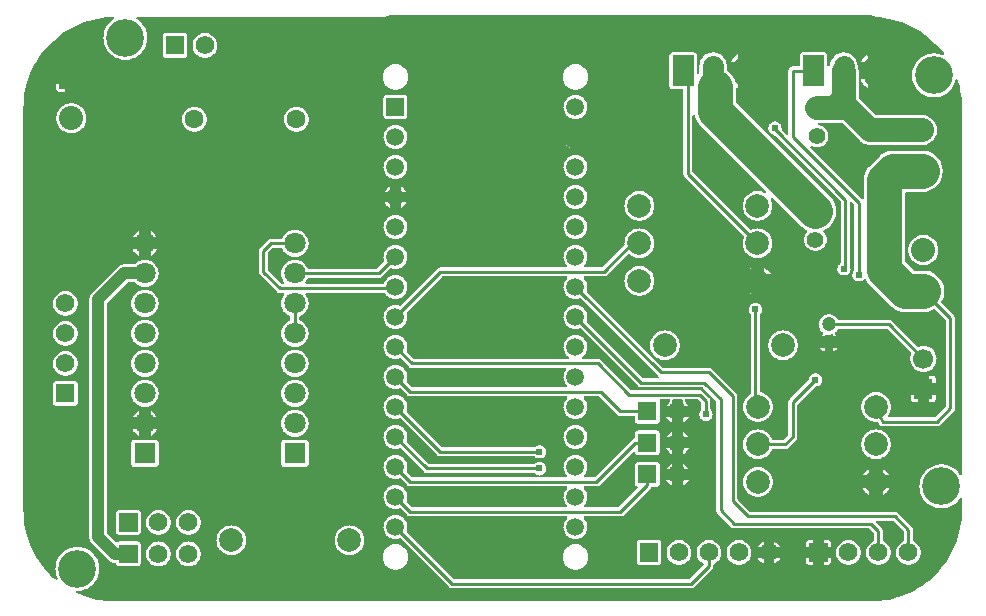
<source format=gbl>
G04 Layer: BottomLayer*
G04 EasyEDA v6.5.9, 2022-07-29 15:21:59*
G04 d62bb8ad4e154c8097677c42ea29ab51,674c0623d3a246009f606e19fc16e94a,10*
G04 Gerber Generator version 0.2*
G04 Scale: 100 percent, Rotated: No, Reflected: No *
G04 Dimensions in millimeters *
G04 leading zeros omitted , absolute positions ,4 integer and 5 decimal *
%FSLAX45Y45*%
%MOMM*%

%ADD10C,3.0000*%
%ADD11C,2.0000*%
%ADD12C,1.0000*%
%ADD13C,0.2500*%
%ADD14C,4.0000*%
%ADD15C,1.2000*%
%ADD16C,1.6000*%
%ADD17R,1.5748X1.5748*%
%ADD18C,1.5748*%
%ADD19R,1.8000X1.8000*%
%ADD20C,1.8000*%
%ADD21R,1.5748X1.7000*%
%ADD22C,1.7000*%
%ADD23R,2.0320X2.0320*%
%ADD24C,2.0320*%
%ADD25C,1.4000*%
%ADD26R,1.5080X1.5080*%
%ADD27C,1.5080*%
%ADD28C,3.2000*%
%ADD29C,0.6096*%
%ADD30C,0.0116*%

%LPD*%
G36*
X800201Y-4974082D02*
G01*
X761746Y-4973116D01*
X723900Y-4970322D01*
X686155Y-4965649D01*
X648716Y-4959146D01*
X611682Y-4950815D01*
X575056Y-4940655D01*
X538988Y-4928768D01*
X503529Y-4915052D01*
X478840Y-4904079D01*
X475589Y-4901844D01*
X473506Y-4898542D01*
X472795Y-4894681D01*
X473608Y-4890820D01*
X475792Y-4887569D01*
X479094Y-4885436D01*
X482955Y-4884674D01*
X491998Y-4884674D01*
X510743Y-4882743D01*
X529183Y-4878984D01*
X547166Y-4873345D01*
X564489Y-4865878D01*
X580948Y-4856734D01*
X596392Y-4846015D01*
X610666Y-4833721D01*
X623671Y-4820107D01*
X635152Y-4805172D01*
X645160Y-4789220D01*
X653440Y-4772304D01*
X659993Y-4754626D01*
X664667Y-4736439D01*
X667562Y-4717796D01*
X668477Y-4699000D01*
X667562Y-4680204D01*
X664667Y-4661560D01*
X659993Y-4643374D01*
X653440Y-4625695D01*
X645160Y-4608779D01*
X635152Y-4592828D01*
X623671Y-4577892D01*
X610666Y-4564278D01*
X596392Y-4551984D01*
X580948Y-4541266D01*
X564489Y-4532122D01*
X547166Y-4524654D01*
X529183Y-4519015D01*
X510743Y-4515256D01*
X491998Y-4513326D01*
X473201Y-4513326D01*
X454456Y-4515256D01*
X436016Y-4519015D01*
X418033Y-4524654D01*
X400710Y-4532122D01*
X384251Y-4541266D01*
X368808Y-4551984D01*
X354533Y-4564278D01*
X341528Y-4577892D01*
X330047Y-4592828D01*
X320040Y-4608779D01*
X311759Y-4625695D01*
X305206Y-4643374D01*
X300532Y-4661560D01*
X297637Y-4680204D01*
X296722Y-4699000D01*
X297637Y-4717796D01*
X300532Y-4736439D01*
X305206Y-4754626D01*
X311759Y-4772304D01*
X314096Y-4777079D01*
X315112Y-4780889D01*
X314604Y-4784801D01*
X312674Y-4788255D01*
X309524Y-4790643D01*
X305714Y-4791710D01*
X301802Y-4791202D01*
X298348Y-4789271D01*
X279958Y-4773371D01*
X252475Y-4747158D01*
X226263Y-4719675D01*
X201472Y-4690872D01*
X178104Y-4660900D01*
X156260Y-4629861D01*
X135940Y-4597755D01*
X117195Y-4564684D01*
X100126Y-4530750D01*
X84734Y-4496003D01*
X71069Y-4460544D01*
X59182Y-4424476D01*
X49072Y-4387850D01*
X40741Y-4350766D01*
X34239Y-4313326D01*
X29616Y-4275632D01*
X26822Y-4237736D01*
X25908Y-4199585D01*
X25908Y-800404D01*
X26873Y-761746D01*
X29667Y-723900D01*
X34340Y-686155D01*
X40843Y-648716D01*
X49174Y-611682D01*
X59334Y-575056D01*
X71272Y-538988D01*
X84937Y-503529D01*
X100330Y-468833D01*
X117449Y-434898D01*
X136194Y-401828D01*
X156514Y-369722D01*
X178409Y-338683D01*
X201777Y-308762D01*
X226618Y-279958D01*
X252831Y-252475D01*
X280365Y-226263D01*
X309118Y-201472D01*
X339090Y-178104D01*
X370128Y-156260D01*
X402234Y-135940D01*
X435305Y-117195D01*
X469239Y-100126D01*
X503986Y-84734D01*
X539445Y-71069D01*
X575513Y-59182D01*
X612140Y-49072D01*
X649224Y-40741D01*
X686663Y-34239D01*
X724357Y-29616D01*
X762254Y-26822D01*
X785723Y-26263D01*
X790092Y-27127D01*
X793699Y-29819D01*
X795782Y-33731D01*
X795985Y-38201D01*
X794258Y-42316D01*
X790651Y-45466D01*
X775208Y-56184D01*
X760933Y-68478D01*
X747928Y-82092D01*
X736447Y-97028D01*
X726440Y-112979D01*
X718159Y-129895D01*
X711606Y-147574D01*
X706932Y-165760D01*
X704037Y-184404D01*
X703122Y-203200D01*
X704037Y-221996D01*
X706932Y-240639D01*
X711606Y-258825D01*
X718159Y-276504D01*
X726440Y-293420D01*
X736447Y-309372D01*
X747928Y-324307D01*
X760933Y-337921D01*
X775208Y-350215D01*
X790651Y-360934D01*
X807110Y-370078D01*
X824433Y-377545D01*
X842416Y-383184D01*
X860856Y-386943D01*
X879602Y-388874D01*
X898398Y-388874D01*
X917143Y-386943D01*
X935583Y-383184D01*
X953566Y-377545D01*
X970889Y-370078D01*
X987348Y-360934D01*
X1002792Y-350215D01*
X1017066Y-337921D01*
X1030071Y-324307D01*
X1041552Y-309372D01*
X1051560Y-293420D01*
X1059840Y-276504D01*
X1066393Y-258825D01*
X1071067Y-240639D01*
X1073962Y-221996D01*
X1074877Y-203200D01*
X1073962Y-184404D01*
X1071067Y-165760D01*
X1066393Y-147574D01*
X1059840Y-129895D01*
X1051560Y-112979D01*
X1041552Y-97028D01*
X1030071Y-82092D01*
X1017066Y-68478D01*
X1002792Y-56184D01*
X987348Y-45466D01*
X983132Y-42011D01*
X981405Y-37947D01*
X981557Y-33528D01*
X983538Y-29565D01*
X987044Y-26873D01*
X991362Y-25908D01*
X7199579Y-25908D01*
X7238238Y-26873D01*
X7276134Y-29667D01*
X7313828Y-34340D01*
X7351268Y-40843D01*
X7388352Y-49174D01*
X7424928Y-59334D01*
X7460996Y-71272D01*
X7496454Y-84937D01*
X7531201Y-100330D01*
X7565136Y-117449D01*
X7598156Y-136194D01*
X7630261Y-156514D01*
X7661300Y-178409D01*
X7691272Y-201777D01*
X7720025Y-226618D01*
X7747508Y-252831D01*
X7773720Y-280365D01*
X7798511Y-309118D01*
X7817713Y-333756D01*
X7819644Y-337718D01*
X7819644Y-342188D01*
X7817764Y-346202D01*
X7814360Y-348996D01*
X7810093Y-350113D01*
X7805724Y-349300D01*
X7798866Y-346354D01*
X7780883Y-340715D01*
X7762443Y-336956D01*
X7743698Y-335026D01*
X7724902Y-335026D01*
X7706156Y-336956D01*
X7687716Y-340715D01*
X7669733Y-346354D01*
X7652410Y-353822D01*
X7635951Y-362966D01*
X7620508Y-373684D01*
X7606233Y-385978D01*
X7593228Y-399592D01*
X7581747Y-414528D01*
X7571740Y-430479D01*
X7563459Y-447395D01*
X7556906Y-465074D01*
X7552232Y-483260D01*
X7549337Y-501904D01*
X7548422Y-520700D01*
X7549337Y-539496D01*
X7552232Y-558139D01*
X7556906Y-576326D01*
X7563459Y-594004D01*
X7571740Y-610920D01*
X7581747Y-626872D01*
X7593228Y-641807D01*
X7606233Y-655421D01*
X7620508Y-667715D01*
X7635951Y-678434D01*
X7652410Y-687578D01*
X7669733Y-695045D01*
X7687716Y-700684D01*
X7706156Y-704443D01*
X7724902Y-706374D01*
X7743698Y-706374D01*
X7762443Y-704443D01*
X7780883Y-700684D01*
X7798866Y-695045D01*
X7816189Y-687578D01*
X7832648Y-678434D01*
X7848092Y-667715D01*
X7862366Y-655421D01*
X7875371Y-641807D01*
X7886852Y-626872D01*
X7896859Y-610920D01*
X7905140Y-594004D01*
X7911693Y-576326D01*
X7915960Y-559816D01*
X7917891Y-555955D01*
X7921244Y-553262D01*
X7925460Y-552196D01*
X7929676Y-553008D01*
X7933232Y-555447D01*
X7935417Y-559206D01*
X7940802Y-575513D01*
X7950962Y-612140D01*
X7959242Y-649224D01*
X7965744Y-686663D01*
X7970367Y-724357D01*
X7973161Y-762254D01*
X7974075Y-800404D01*
X7974075Y-3896868D01*
X7973161Y-3901084D01*
X7970570Y-3904538D01*
X7966709Y-3906621D01*
X7962392Y-3906875D01*
X7958328Y-3905351D01*
X7955330Y-3902201D01*
X7950352Y-3894328D01*
X7938871Y-3879392D01*
X7925866Y-3865778D01*
X7911592Y-3853484D01*
X7896148Y-3842765D01*
X7879689Y-3833622D01*
X7862366Y-3826154D01*
X7844383Y-3820515D01*
X7825943Y-3816756D01*
X7807198Y-3814826D01*
X7788402Y-3814826D01*
X7769656Y-3816756D01*
X7751216Y-3820515D01*
X7733233Y-3826154D01*
X7715910Y-3833622D01*
X7699451Y-3842765D01*
X7684008Y-3853484D01*
X7669733Y-3865778D01*
X7656728Y-3879392D01*
X7645247Y-3894328D01*
X7635240Y-3910279D01*
X7626959Y-3927195D01*
X7620406Y-3944874D01*
X7615732Y-3963060D01*
X7612837Y-3981704D01*
X7611922Y-4000500D01*
X7612837Y-4019296D01*
X7615732Y-4037939D01*
X7620406Y-4056126D01*
X7626959Y-4073804D01*
X7635240Y-4090720D01*
X7645247Y-4106672D01*
X7656728Y-4121607D01*
X7669733Y-4135221D01*
X7684008Y-4147515D01*
X7699451Y-4158234D01*
X7715910Y-4167378D01*
X7733233Y-4174845D01*
X7751216Y-4180484D01*
X7769656Y-4184243D01*
X7788402Y-4186174D01*
X7807198Y-4186174D01*
X7825943Y-4184243D01*
X7844383Y-4180484D01*
X7862366Y-4174845D01*
X7879689Y-4167378D01*
X7896148Y-4158234D01*
X7911592Y-4147515D01*
X7925866Y-4135221D01*
X7938871Y-4121607D01*
X7950352Y-4106672D01*
X7955330Y-4098798D01*
X7958328Y-4095648D01*
X7962392Y-4094124D01*
X7966709Y-4094378D01*
X7970570Y-4096461D01*
X7973161Y-4099915D01*
X7974075Y-4104132D01*
X7974075Y-4199839D01*
X7973110Y-4238244D01*
X7970316Y-4276140D01*
X7965643Y-4313834D01*
X7959140Y-4351274D01*
X7950809Y-4388307D01*
X7940649Y-4424934D01*
X7928762Y-4461002D01*
X7915046Y-4496460D01*
X7899653Y-4531207D01*
X7882534Y-4565142D01*
X7863840Y-4598162D01*
X7843469Y-4630267D01*
X7821574Y-4661306D01*
X7798206Y-4691278D01*
X7773365Y-4720031D01*
X7747203Y-4747514D01*
X7719669Y-4773726D01*
X7690866Y-4798517D01*
X7660894Y-4821885D01*
X7629855Y-4843780D01*
X7597749Y-4864100D01*
X7564678Y-4882794D01*
X7530744Y-4899863D01*
X7495997Y-4915255D01*
X7460538Y-4928920D01*
X7424470Y-4940808D01*
X7387844Y-4950917D01*
X7350759Y-4959248D01*
X7313320Y-4965750D01*
X7275626Y-4970373D01*
X7237730Y-4973167D01*
X7199579Y-4974082D01*
G37*

%LPC*%
G36*
X3658108Y-4864404D02*
G01*
X5676392Y-4864404D01*
X5684367Y-4863642D01*
X5691581Y-4861458D01*
X5698236Y-4857902D01*
X5704433Y-4852822D01*
X5856122Y-4701133D01*
X5861202Y-4694936D01*
X5864758Y-4688281D01*
X5866942Y-4681067D01*
X5867704Y-4673092D01*
X5867704Y-4663084D01*
X5868416Y-4659426D01*
X5870397Y-4656226D01*
X5873394Y-4653991D01*
X5881624Y-4649927D01*
X5893003Y-4642307D01*
X5903264Y-4633264D01*
X5912307Y-4623003D01*
X5919927Y-4611624D01*
X5925972Y-4599330D01*
X5930341Y-4586376D01*
X5933033Y-4572965D01*
X5933948Y-4559300D01*
X5933033Y-4545634D01*
X5930341Y-4532223D01*
X5925972Y-4519269D01*
X5919927Y-4506976D01*
X5912307Y-4495596D01*
X5903264Y-4485335D01*
X5893003Y-4476292D01*
X5881624Y-4468672D01*
X5869330Y-4462627D01*
X5856376Y-4458258D01*
X5842965Y-4455566D01*
X5829300Y-4454652D01*
X5815634Y-4455566D01*
X5802223Y-4458258D01*
X5789269Y-4462627D01*
X5776976Y-4468672D01*
X5765596Y-4476292D01*
X5755335Y-4485335D01*
X5746292Y-4495596D01*
X5738672Y-4506976D01*
X5732627Y-4519269D01*
X5728258Y-4532223D01*
X5725566Y-4545634D01*
X5724652Y-4559300D01*
X5725566Y-4572965D01*
X5728258Y-4586376D01*
X5732627Y-4599330D01*
X5738672Y-4611624D01*
X5746292Y-4623003D01*
X5755335Y-4633264D01*
X5765596Y-4642307D01*
X5776976Y-4649927D01*
X5778804Y-4650790D01*
X5781852Y-4653127D01*
X5783834Y-4656378D01*
X5784443Y-4660188D01*
X5783630Y-4663948D01*
X5781497Y-4667097D01*
X5663946Y-4784598D01*
X5660694Y-4786833D01*
X5656783Y-4787595D01*
X3677716Y-4787595D01*
X3673805Y-4786833D01*
X3670554Y-4784598D01*
X3272942Y-4387037D01*
X3270808Y-4383836D01*
X3269996Y-4380026D01*
X3270656Y-4376216D01*
X3271723Y-4373422D01*
X3274872Y-4360265D01*
X3276244Y-4346803D01*
X3275787Y-4333240D01*
X3273501Y-4319930D01*
X3269538Y-4306976D01*
X3263798Y-4294733D01*
X3256534Y-4283303D01*
X3247796Y-4272991D01*
X3237788Y-4263898D01*
X3226612Y-4256278D01*
X3214522Y-4250131D01*
X3201771Y-4245711D01*
X3188512Y-4243019D01*
X3175000Y-4242104D01*
X3161487Y-4243019D01*
X3148228Y-4245711D01*
X3135477Y-4250131D01*
X3123387Y-4256278D01*
X3112211Y-4263898D01*
X3102203Y-4272991D01*
X3093466Y-4283303D01*
X3086201Y-4294733D01*
X3080461Y-4306976D01*
X3076498Y-4319930D01*
X3074212Y-4333240D01*
X3073755Y-4346803D01*
X3075127Y-4360265D01*
X3078276Y-4373422D01*
X3083102Y-4386021D01*
X3089605Y-4397908D01*
X3097631Y-4408779D01*
X3107080Y-4418533D01*
X3117697Y-4426915D01*
X3129330Y-4433824D01*
X3141776Y-4439056D01*
X3154832Y-4442663D01*
X3168243Y-4444441D01*
X3181756Y-4444441D01*
X3195167Y-4442663D01*
X3208934Y-4438904D01*
X3212439Y-4438548D01*
X3215894Y-4439462D01*
X3218789Y-4441494D01*
X3630066Y-4852822D01*
X3636264Y-4857902D01*
X3642918Y-4861458D01*
X3650132Y-4863642D01*
G37*
G36*
X4699000Y-4705858D02*
G01*
X4713173Y-4704892D01*
X4727041Y-4702149D01*
X4740503Y-4697577D01*
X4753203Y-4691329D01*
X4764989Y-4683404D01*
X4775657Y-4674057D01*
X4785004Y-4663389D01*
X4792929Y-4651603D01*
X4799177Y-4638903D01*
X4803749Y-4625441D01*
X4806492Y-4611573D01*
X4807458Y-4597400D01*
X4806492Y-4583226D01*
X4803749Y-4569358D01*
X4799177Y-4555896D01*
X4792929Y-4543196D01*
X4785004Y-4531410D01*
X4775657Y-4520742D01*
X4764989Y-4511395D01*
X4753203Y-4503470D01*
X4740503Y-4497222D01*
X4727041Y-4492650D01*
X4713173Y-4489907D01*
X4699000Y-4488942D01*
X4684826Y-4489907D01*
X4670958Y-4492650D01*
X4657496Y-4497222D01*
X4644796Y-4503470D01*
X4633010Y-4511395D01*
X4622342Y-4520742D01*
X4612995Y-4531410D01*
X4605070Y-4543196D01*
X4598822Y-4555896D01*
X4594250Y-4569358D01*
X4591507Y-4583226D01*
X4590542Y-4597400D01*
X4591507Y-4611573D01*
X4594250Y-4625441D01*
X4598822Y-4638903D01*
X4605070Y-4651603D01*
X4612995Y-4663389D01*
X4622342Y-4674057D01*
X4633010Y-4683404D01*
X4644796Y-4691329D01*
X4657496Y-4697577D01*
X4670958Y-4702149D01*
X4684826Y-4704892D01*
G37*
G36*
X3175000Y-4705858D02*
G01*
X3189173Y-4704892D01*
X3203041Y-4702149D01*
X3216503Y-4697577D01*
X3229203Y-4691329D01*
X3240989Y-4683404D01*
X3251657Y-4674057D01*
X3261004Y-4663389D01*
X3268929Y-4651603D01*
X3275177Y-4638903D01*
X3279749Y-4625441D01*
X3282492Y-4611573D01*
X3283458Y-4597400D01*
X3282492Y-4583226D01*
X3279749Y-4569358D01*
X3275177Y-4555896D01*
X3268929Y-4543196D01*
X3261004Y-4531410D01*
X3251657Y-4520742D01*
X3240989Y-4511395D01*
X3229203Y-4503470D01*
X3216503Y-4497222D01*
X3203041Y-4492650D01*
X3189173Y-4489907D01*
X3175000Y-4488942D01*
X3160826Y-4489907D01*
X3146958Y-4492650D01*
X3133496Y-4497222D01*
X3120796Y-4503470D01*
X3109010Y-4511395D01*
X3098342Y-4520742D01*
X3088995Y-4531410D01*
X3081070Y-4543196D01*
X3074822Y-4555896D01*
X3070250Y-4569358D01*
X3067507Y-4583226D01*
X3066542Y-4597400D01*
X3067507Y-4611573D01*
X3070250Y-4625441D01*
X3074822Y-4638903D01*
X3081070Y-4651603D01*
X3088995Y-4663389D01*
X3098342Y-4674057D01*
X3109010Y-4683404D01*
X3120796Y-4691329D01*
X3133496Y-4697577D01*
X3146958Y-4702149D01*
X3160826Y-4704892D01*
G37*
G36*
X1422400Y-4676648D02*
G01*
X1436065Y-4675733D01*
X1449476Y-4673041D01*
X1462430Y-4668672D01*
X1474724Y-4662627D01*
X1486103Y-4655007D01*
X1496364Y-4645964D01*
X1505407Y-4635703D01*
X1513027Y-4624324D01*
X1519072Y-4612030D01*
X1523441Y-4599076D01*
X1526133Y-4585665D01*
X1527048Y-4572000D01*
X1526133Y-4558334D01*
X1523441Y-4544923D01*
X1519072Y-4531969D01*
X1513027Y-4519676D01*
X1505407Y-4508296D01*
X1496364Y-4498035D01*
X1486103Y-4488992D01*
X1474724Y-4481372D01*
X1462430Y-4475327D01*
X1449476Y-4470958D01*
X1436065Y-4468266D01*
X1422400Y-4467352D01*
X1408734Y-4468266D01*
X1395323Y-4470958D01*
X1382369Y-4475327D01*
X1370076Y-4481372D01*
X1358696Y-4488992D01*
X1348435Y-4498035D01*
X1339392Y-4508296D01*
X1331772Y-4519676D01*
X1325727Y-4531969D01*
X1321358Y-4544923D01*
X1318666Y-4558334D01*
X1317752Y-4572000D01*
X1318666Y-4585665D01*
X1321358Y-4599076D01*
X1325727Y-4612030D01*
X1331772Y-4624324D01*
X1339392Y-4635703D01*
X1348435Y-4645964D01*
X1358696Y-4655007D01*
X1370076Y-4662627D01*
X1382369Y-4668672D01*
X1395323Y-4673041D01*
X1408734Y-4675733D01*
G37*
G36*
X1168400Y-4676648D02*
G01*
X1182065Y-4675733D01*
X1195476Y-4673041D01*
X1208430Y-4668672D01*
X1220724Y-4662627D01*
X1232103Y-4655007D01*
X1242364Y-4645964D01*
X1251407Y-4635703D01*
X1259027Y-4624324D01*
X1265072Y-4612030D01*
X1269441Y-4599076D01*
X1272133Y-4585665D01*
X1273048Y-4572000D01*
X1272133Y-4558334D01*
X1269441Y-4544923D01*
X1265072Y-4531969D01*
X1259027Y-4519676D01*
X1251407Y-4508296D01*
X1242364Y-4498035D01*
X1232103Y-4488992D01*
X1220724Y-4481372D01*
X1208430Y-4475327D01*
X1195476Y-4470958D01*
X1182065Y-4468266D01*
X1168400Y-4467352D01*
X1154734Y-4468266D01*
X1141323Y-4470958D01*
X1128369Y-4475327D01*
X1116076Y-4481372D01*
X1104696Y-4488992D01*
X1094435Y-4498035D01*
X1085392Y-4508296D01*
X1077772Y-4519676D01*
X1071727Y-4531969D01*
X1067358Y-4544923D01*
X1064666Y-4558334D01*
X1063752Y-4572000D01*
X1064666Y-4585665D01*
X1067358Y-4599076D01*
X1071727Y-4612030D01*
X1077772Y-4624324D01*
X1085392Y-4635703D01*
X1094435Y-4645964D01*
X1104696Y-4655007D01*
X1116076Y-4662627D01*
X1128369Y-4668672D01*
X1141323Y-4673041D01*
X1154734Y-4675733D01*
G37*
G36*
X836218Y-4676648D02*
G01*
X992581Y-4676648D01*
X998880Y-4675936D01*
X1004366Y-4674006D01*
X1009243Y-4670958D01*
X1013358Y-4666843D01*
X1016406Y-4661966D01*
X1018336Y-4656480D01*
X1019048Y-4650181D01*
X1019048Y-4493818D01*
X1018336Y-4487519D01*
X1016406Y-4482033D01*
X1013358Y-4477156D01*
X1009243Y-4473041D01*
X1004366Y-4469993D01*
X998880Y-4468063D01*
X992581Y-4467352D01*
X836218Y-4467352D01*
X829919Y-4468063D01*
X824433Y-4469993D01*
X819607Y-4472990D01*
X816457Y-4474311D01*
X813104Y-4474514D01*
X809802Y-4473549D01*
X807059Y-4471568D01*
X739292Y-4403852D01*
X737057Y-4400550D01*
X736295Y-4396638D01*
X736295Y-2448661D01*
X737057Y-2444750D01*
X739292Y-2441448D01*
X904748Y-2275992D01*
X908050Y-2273757D01*
X911961Y-2272995D01*
X962304Y-2272995D01*
X966368Y-2273858D01*
X969721Y-2276195D01*
X974750Y-2281580D01*
X985977Y-2290876D01*
X998270Y-2298649D01*
X1011428Y-2304846D01*
X1025296Y-2309368D01*
X1039571Y-2312060D01*
X1054100Y-2312974D01*
X1068628Y-2312060D01*
X1082903Y-2309368D01*
X1096772Y-2304846D01*
X1109929Y-2298649D01*
X1122222Y-2290876D01*
X1133449Y-2281580D01*
X1143406Y-2270963D01*
X1151940Y-2259177D01*
X1158951Y-2246426D01*
X1164336Y-2232914D01*
X1167942Y-2218791D01*
X1169771Y-2204364D01*
X1169771Y-2189835D01*
X1167942Y-2175408D01*
X1164336Y-2161286D01*
X1158951Y-2147773D01*
X1151940Y-2135022D01*
X1143406Y-2123236D01*
X1133449Y-2112619D01*
X1122222Y-2103323D01*
X1109929Y-2095550D01*
X1096772Y-2089353D01*
X1082903Y-2084832D01*
X1068628Y-2082139D01*
X1054100Y-2081225D01*
X1039571Y-2082139D01*
X1025296Y-2084832D01*
X1011428Y-2089353D01*
X998270Y-2095550D01*
X985977Y-2103323D01*
X974750Y-2112619D01*
X969721Y-2118004D01*
X966368Y-2120341D01*
X962304Y-2121204D01*
X873658Y-2121255D01*
X864819Y-2122068D01*
X862380Y-2122474D01*
X853744Y-2124608D01*
X851408Y-2125370D01*
X843178Y-2128774D01*
X840994Y-2129891D01*
X833374Y-2134514D01*
X824534Y-2141575D01*
X604875Y-2361234D01*
X597814Y-2370074D01*
X593191Y-2377694D01*
X592074Y-2379878D01*
X588670Y-2388108D01*
X587908Y-2390444D01*
X585774Y-2399080D01*
X585368Y-2401519D01*
X584555Y-2410358D01*
X584555Y-4434941D01*
X585368Y-4443780D01*
X585774Y-4446219D01*
X587908Y-4454855D01*
X588670Y-4457192D01*
X592074Y-4465421D01*
X593191Y-4467606D01*
X597814Y-4475226D01*
X604875Y-4484065D01*
X748334Y-4627524D01*
X757174Y-4634585D01*
X764794Y-4639208D01*
X766978Y-4640326D01*
X775208Y-4643729D01*
X777544Y-4644491D01*
X786180Y-4646625D01*
X788619Y-4647031D01*
X797458Y-4647844D01*
X800608Y-4647895D01*
X804621Y-4648809D01*
X807974Y-4651298D01*
X810056Y-4654905D01*
X812444Y-4662017D01*
X815441Y-4666843D01*
X819556Y-4670958D01*
X824433Y-4674006D01*
X829919Y-4675936D01*
G37*
G36*
X6678218Y-4663948D02*
G01*
X6710680Y-4663948D01*
X6710680Y-4605020D01*
X6651752Y-4605020D01*
X6651752Y-4637481D01*
X6652463Y-4643780D01*
X6654393Y-4649266D01*
X6657441Y-4654143D01*
X6661556Y-4658258D01*
X6666433Y-4661306D01*
X6671919Y-4663236D01*
G37*
G36*
X6802120Y-4663948D02*
G01*
X6834581Y-4663948D01*
X6840880Y-4663236D01*
X6846366Y-4661306D01*
X6851243Y-4658258D01*
X6855358Y-4654143D01*
X6858406Y-4649266D01*
X6860336Y-4643780D01*
X6861048Y-4637481D01*
X6861048Y-4605020D01*
X6802120Y-4605020D01*
G37*
G36*
X7010400Y-4663948D02*
G01*
X7024065Y-4663033D01*
X7037476Y-4660341D01*
X7050430Y-4655972D01*
X7062724Y-4649927D01*
X7074103Y-4642307D01*
X7084364Y-4633264D01*
X7093407Y-4623003D01*
X7101027Y-4611624D01*
X7107072Y-4599330D01*
X7111441Y-4586376D01*
X7114133Y-4572965D01*
X7115048Y-4559300D01*
X7114133Y-4545634D01*
X7111441Y-4532223D01*
X7107072Y-4519269D01*
X7101027Y-4506976D01*
X7093407Y-4495596D01*
X7084364Y-4485335D01*
X7074103Y-4476292D01*
X7062724Y-4468672D01*
X7050430Y-4462627D01*
X7037476Y-4458258D01*
X7024065Y-4455566D01*
X7010400Y-4454652D01*
X6996734Y-4455566D01*
X6983323Y-4458258D01*
X6970369Y-4462627D01*
X6958075Y-4468672D01*
X6946696Y-4476292D01*
X6936435Y-4485335D01*
X6927392Y-4495596D01*
X6919772Y-4506976D01*
X6913727Y-4519269D01*
X6909358Y-4532223D01*
X6906666Y-4545634D01*
X6905752Y-4559300D01*
X6906666Y-4572965D01*
X6909358Y-4586376D01*
X6913727Y-4599330D01*
X6919772Y-4611624D01*
X6927392Y-4623003D01*
X6936435Y-4633264D01*
X6946696Y-4642307D01*
X6958075Y-4649927D01*
X6970369Y-4655972D01*
X6983323Y-4660341D01*
X6996734Y-4663033D01*
G37*
G36*
X6083300Y-4663948D02*
G01*
X6096965Y-4663033D01*
X6110376Y-4660341D01*
X6123330Y-4655972D01*
X6135624Y-4649927D01*
X6147003Y-4642307D01*
X6157264Y-4633264D01*
X6166307Y-4623003D01*
X6173927Y-4611624D01*
X6179972Y-4599330D01*
X6184341Y-4586376D01*
X6187033Y-4572965D01*
X6187948Y-4559300D01*
X6187033Y-4545634D01*
X6184341Y-4532223D01*
X6179972Y-4519269D01*
X6173927Y-4506976D01*
X6166307Y-4495596D01*
X6157264Y-4485335D01*
X6147003Y-4476292D01*
X6135624Y-4468672D01*
X6123330Y-4462627D01*
X6110376Y-4458258D01*
X6096965Y-4455566D01*
X6083300Y-4454652D01*
X6069634Y-4455566D01*
X6056223Y-4458258D01*
X6043269Y-4462627D01*
X6030976Y-4468672D01*
X6019596Y-4476292D01*
X6009335Y-4485335D01*
X6000292Y-4495596D01*
X5992672Y-4506976D01*
X5986627Y-4519269D01*
X5982258Y-4532223D01*
X5979566Y-4545634D01*
X5978652Y-4559300D01*
X5979566Y-4572965D01*
X5982258Y-4586376D01*
X5986627Y-4599330D01*
X5992672Y-4611624D01*
X6000292Y-4623003D01*
X6009335Y-4633264D01*
X6019596Y-4642307D01*
X6030976Y-4649927D01*
X6043269Y-4655972D01*
X6056223Y-4660341D01*
X6069634Y-4663033D01*
G37*
G36*
X5575300Y-4663948D02*
G01*
X5588965Y-4663033D01*
X5602376Y-4660341D01*
X5615330Y-4655972D01*
X5627624Y-4649927D01*
X5639003Y-4642307D01*
X5649264Y-4633264D01*
X5658307Y-4623003D01*
X5665927Y-4611624D01*
X5671972Y-4599330D01*
X5676341Y-4586376D01*
X5679033Y-4572965D01*
X5679948Y-4559300D01*
X5679033Y-4545634D01*
X5676341Y-4532223D01*
X5671972Y-4519269D01*
X5665927Y-4506976D01*
X5658307Y-4495596D01*
X5649264Y-4485335D01*
X5639003Y-4476292D01*
X5627624Y-4468672D01*
X5615330Y-4462627D01*
X5602376Y-4458258D01*
X5588965Y-4455566D01*
X5575300Y-4454652D01*
X5561634Y-4455566D01*
X5548223Y-4458258D01*
X5535269Y-4462627D01*
X5522976Y-4468672D01*
X5511596Y-4476292D01*
X5501335Y-4485335D01*
X5492292Y-4495596D01*
X5484672Y-4506976D01*
X5478627Y-4519269D01*
X5474258Y-4532223D01*
X5471566Y-4545634D01*
X5470652Y-4559300D01*
X5471566Y-4572965D01*
X5474258Y-4586376D01*
X5478627Y-4599330D01*
X5484672Y-4611624D01*
X5492292Y-4623003D01*
X5501335Y-4633264D01*
X5511596Y-4642307D01*
X5522976Y-4649927D01*
X5535269Y-4655972D01*
X5548223Y-4660341D01*
X5561634Y-4663033D01*
G37*
G36*
X5243118Y-4663948D02*
G01*
X5399481Y-4663948D01*
X5405780Y-4663236D01*
X5411266Y-4661306D01*
X5416143Y-4658258D01*
X5420258Y-4654143D01*
X5423306Y-4649266D01*
X5425236Y-4643780D01*
X5425948Y-4637481D01*
X5425948Y-4481118D01*
X5425236Y-4474819D01*
X5423306Y-4469333D01*
X5420258Y-4464456D01*
X5416143Y-4460341D01*
X5411266Y-4457293D01*
X5405780Y-4455363D01*
X5399481Y-4454652D01*
X5243118Y-4454652D01*
X5236819Y-4455363D01*
X5231333Y-4457293D01*
X5226456Y-4460341D01*
X5222341Y-4464456D01*
X5219293Y-4469333D01*
X5217363Y-4474819D01*
X5216652Y-4481118D01*
X5216652Y-4637481D01*
X5217363Y-4643780D01*
X5219293Y-4649266D01*
X5222341Y-4654143D01*
X5226456Y-4658258D01*
X5231333Y-4661306D01*
X5236819Y-4663236D01*
G37*
G36*
X7264400Y-4663948D02*
G01*
X7278065Y-4663033D01*
X7291476Y-4660341D01*
X7304430Y-4655972D01*
X7316724Y-4649927D01*
X7328103Y-4642307D01*
X7338364Y-4633264D01*
X7347407Y-4623003D01*
X7355027Y-4611624D01*
X7361072Y-4599330D01*
X7365441Y-4586376D01*
X7368133Y-4572965D01*
X7369048Y-4559300D01*
X7368133Y-4545634D01*
X7365441Y-4532223D01*
X7361072Y-4519269D01*
X7355027Y-4506976D01*
X7347407Y-4495596D01*
X7338364Y-4485335D01*
X7328103Y-4476292D01*
X7316724Y-4468672D01*
X7308494Y-4464608D01*
X7305497Y-4462373D01*
X7303516Y-4459224D01*
X7302804Y-4455515D01*
X7302804Y-4382008D01*
X7302042Y-4374032D01*
X7299858Y-4366818D01*
X7296302Y-4360164D01*
X7291222Y-4353966D01*
X7247483Y-4310227D01*
X7245248Y-4306976D01*
X7244486Y-4303064D01*
X7245248Y-4299204D01*
X7247483Y-4295902D01*
X7250785Y-4293666D01*
X7254646Y-4292904D01*
X7383983Y-4292904D01*
X7387894Y-4293666D01*
X7391146Y-4295902D01*
X7476998Y-4381754D01*
X7479233Y-4385005D01*
X7479995Y-4388916D01*
X7479995Y-4455515D01*
X7479284Y-4459224D01*
X7477302Y-4462373D01*
X7474305Y-4464608D01*
X7466075Y-4468672D01*
X7454696Y-4476292D01*
X7444435Y-4485335D01*
X7435392Y-4495596D01*
X7427772Y-4506976D01*
X7421727Y-4519269D01*
X7417358Y-4532223D01*
X7414666Y-4545634D01*
X7413752Y-4559300D01*
X7414666Y-4572965D01*
X7417358Y-4586376D01*
X7421727Y-4599330D01*
X7427772Y-4611624D01*
X7435392Y-4623003D01*
X7444435Y-4633264D01*
X7454696Y-4642307D01*
X7466075Y-4649927D01*
X7478369Y-4655972D01*
X7491323Y-4660341D01*
X7504734Y-4663033D01*
X7518400Y-4663948D01*
X7532065Y-4663033D01*
X7545476Y-4660341D01*
X7558430Y-4655972D01*
X7570724Y-4649927D01*
X7582103Y-4642307D01*
X7592364Y-4633264D01*
X7601407Y-4623003D01*
X7609027Y-4611624D01*
X7615072Y-4599330D01*
X7619441Y-4586376D01*
X7622133Y-4572965D01*
X7623048Y-4559300D01*
X7622133Y-4545634D01*
X7619441Y-4532223D01*
X7615072Y-4519269D01*
X7609027Y-4506976D01*
X7601407Y-4495596D01*
X7592364Y-4485335D01*
X7582103Y-4476292D01*
X7570724Y-4468672D01*
X7562494Y-4464608D01*
X7559497Y-4462373D01*
X7557516Y-4459224D01*
X7556804Y-4455515D01*
X7556804Y-4369308D01*
X7556042Y-4361332D01*
X7553858Y-4354118D01*
X7550302Y-4347464D01*
X7545222Y-4341266D01*
X7431633Y-4227677D01*
X7425436Y-4222597D01*
X7418781Y-4219041D01*
X7411567Y-4216857D01*
X7403592Y-4216095D01*
X6179616Y-4216095D01*
X6175705Y-4215333D01*
X6172454Y-4213098D01*
X6073902Y-4114546D01*
X6071666Y-4111294D01*
X6070904Y-4107383D01*
X6070904Y-3239008D01*
X6070142Y-3231032D01*
X6067958Y-3223818D01*
X6064402Y-3217164D01*
X6059322Y-3210966D01*
X5856833Y-3008477D01*
X5850636Y-3003397D01*
X5843981Y-2999841D01*
X5836767Y-2997657D01*
X5828792Y-2996895D01*
X5443016Y-2996895D01*
X5439105Y-2996133D01*
X5435854Y-2993898D01*
X4796942Y-2355037D01*
X4794808Y-2351836D01*
X4793996Y-2348026D01*
X4794656Y-2344216D01*
X4795723Y-2341422D01*
X4798872Y-2328265D01*
X4800244Y-2314803D01*
X4799787Y-2301240D01*
X4797501Y-2287930D01*
X4793538Y-2274976D01*
X4787798Y-2262733D01*
X4780534Y-2251303D01*
X4771796Y-2240991D01*
X4768850Y-2237232D01*
X4767935Y-2233320D01*
X4768596Y-2229307D01*
X4770780Y-2225903D01*
X4774133Y-2223617D01*
X4778095Y-2222804D01*
X4939792Y-2222804D01*
X4947767Y-2222042D01*
X4954981Y-2219858D01*
X4961636Y-2216302D01*
X4967833Y-2211222D01*
X5142128Y-2036876D01*
X5145430Y-2034692D01*
X5149291Y-2033930D01*
X5153202Y-2034692D01*
X5156911Y-2037334D01*
X5168900Y-2046681D01*
X5181904Y-2054555D01*
X5195773Y-2060803D01*
X5210251Y-2065324D01*
X5225237Y-2068068D01*
X5240426Y-2068982D01*
X5255564Y-2068068D01*
X5270550Y-2065324D01*
X5285028Y-2060803D01*
X5298897Y-2054555D01*
X5311902Y-2046681D01*
X5323890Y-2037334D01*
X5334609Y-2026564D01*
X5344007Y-2014626D01*
X5351881Y-2001621D01*
X5358130Y-1987753D01*
X5362651Y-1973224D01*
X5365394Y-1958289D01*
X5366308Y-1943100D01*
X5365394Y-1927910D01*
X5362651Y-1912975D01*
X5358130Y-1898446D01*
X5351881Y-1884578D01*
X5344007Y-1871573D01*
X5334609Y-1859635D01*
X5323890Y-1848866D01*
X5311902Y-1839518D01*
X5298897Y-1831644D01*
X5285028Y-1825396D01*
X5270550Y-1820875D01*
X5255564Y-1818132D01*
X5240426Y-1817217D01*
X5225237Y-1818132D01*
X5210251Y-1820875D01*
X5195773Y-1825396D01*
X5181904Y-1831644D01*
X5168900Y-1839518D01*
X5156911Y-1848866D01*
X5146192Y-1859635D01*
X5136794Y-1871573D01*
X5128920Y-1884578D01*
X5122672Y-1898446D01*
X5118150Y-1912975D01*
X5115407Y-1927910D01*
X5114493Y-1943100D01*
X5114950Y-1950567D01*
X5114340Y-1954784D01*
X5112004Y-1958390D01*
X4927346Y-2142998D01*
X4924094Y-2145233D01*
X4920183Y-2145995D01*
X4777892Y-2145995D01*
X4774031Y-2145233D01*
X4770729Y-2143048D01*
X4768494Y-2139797D01*
X4767732Y-2135936D01*
X4768443Y-2132076D01*
X4770577Y-2128774D01*
X4776368Y-2122779D01*
X4784394Y-2111908D01*
X4790897Y-2100021D01*
X4795723Y-2087422D01*
X4798872Y-2074265D01*
X4800244Y-2060803D01*
X4799787Y-2047239D01*
X4797501Y-2033930D01*
X4793538Y-2020976D01*
X4787798Y-2008733D01*
X4780534Y-1997303D01*
X4771796Y-1986991D01*
X4761788Y-1977898D01*
X4750612Y-1970278D01*
X4738522Y-1964131D01*
X4725771Y-1959711D01*
X4712512Y-1957019D01*
X4699000Y-1956104D01*
X4685487Y-1957019D01*
X4672228Y-1959711D01*
X4659477Y-1964131D01*
X4647387Y-1970278D01*
X4636211Y-1977898D01*
X4626203Y-1986991D01*
X4617466Y-1997303D01*
X4610201Y-2008733D01*
X4604461Y-2020976D01*
X4600498Y-2033930D01*
X4598212Y-2047239D01*
X4597755Y-2060803D01*
X4599127Y-2074265D01*
X4602276Y-2087422D01*
X4607102Y-2100021D01*
X4613605Y-2111908D01*
X4621631Y-2122779D01*
X4627422Y-2128774D01*
X4629556Y-2132076D01*
X4630267Y-2135936D01*
X4629505Y-2139797D01*
X4627270Y-2143048D01*
X4623968Y-2145233D01*
X4620107Y-2145995D01*
X3556508Y-2145995D01*
X3548532Y-2146757D01*
X3541318Y-2148941D01*
X3534664Y-2152497D01*
X3528466Y-2157577D01*
X3218586Y-2467508D01*
X3215487Y-2469642D01*
X3211779Y-2470454D01*
X3208070Y-2469896D01*
X3201771Y-2467711D01*
X3188512Y-2465019D01*
X3175000Y-2464104D01*
X3161487Y-2465019D01*
X3148228Y-2467711D01*
X3135477Y-2472131D01*
X3123387Y-2478278D01*
X3112211Y-2485898D01*
X3102203Y-2494991D01*
X3093466Y-2505303D01*
X3086201Y-2516733D01*
X3080461Y-2528976D01*
X3076498Y-2541930D01*
X3074212Y-2555240D01*
X3073755Y-2568803D01*
X3075127Y-2582265D01*
X3078276Y-2595422D01*
X3083102Y-2608021D01*
X3089605Y-2619908D01*
X3097631Y-2630779D01*
X3107080Y-2640533D01*
X3117697Y-2648915D01*
X3129330Y-2655824D01*
X3141776Y-2661056D01*
X3154832Y-2664663D01*
X3168243Y-2666441D01*
X3181756Y-2666441D01*
X3195167Y-2664663D01*
X3208223Y-2661056D01*
X3220669Y-2655824D01*
X3232302Y-2648915D01*
X3242919Y-2640533D01*
X3252368Y-2630779D01*
X3260394Y-2619908D01*
X3266897Y-2608021D01*
X3271723Y-2595422D01*
X3274872Y-2582265D01*
X3276244Y-2568803D01*
X3275787Y-2555240D01*
X3273501Y-2541930D01*
X3270453Y-2531973D01*
X3269996Y-2528316D01*
X3270859Y-2524760D01*
X3272942Y-2521762D01*
X3568954Y-2225802D01*
X3572205Y-2223566D01*
X3576116Y-2222804D01*
X4619904Y-2222804D01*
X4623866Y-2223617D01*
X4627219Y-2225903D01*
X4629404Y-2229307D01*
X4630064Y-2233320D01*
X4629150Y-2237232D01*
X4626203Y-2240991D01*
X4617466Y-2251303D01*
X4610201Y-2262733D01*
X4604461Y-2274976D01*
X4600498Y-2287930D01*
X4598212Y-2301240D01*
X4597755Y-2314803D01*
X4599127Y-2328265D01*
X4602276Y-2341422D01*
X4607102Y-2354021D01*
X4613605Y-2365908D01*
X4621631Y-2376779D01*
X4631080Y-2386533D01*
X4641697Y-2394915D01*
X4653330Y-2401824D01*
X4665776Y-2407056D01*
X4678832Y-2410663D01*
X4692243Y-2412441D01*
X4705756Y-2412441D01*
X4719167Y-2410663D01*
X4732934Y-2406904D01*
X4736439Y-2406548D01*
X4739894Y-2407462D01*
X4742789Y-2409494D01*
X5395366Y-3062122D01*
X5402275Y-3067761D01*
X5404866Y-3071012D01*
X5405983Y-3074974D01*
X5405424Y-3079038D01*
X5403291Y-3082594D01*
X5399887Y-3084931D01*
X5395874Y-3085795D01*
X5277916Y-3085795D01*
X5274005Y-3085033D01*
X5270754Y-3082798D01*
X4796942Y-2609037D01*
X4794808Y-2605836D01*
X4793996Y-2602026D01*
X4794656Y-2598216D01*
X4795723Y-2595422D01*
X4798872Y-2582265D01*
X4800244Y-2568803D01*
X4799787Y-2555240D01*
X4797501Y-2541930D01*
X4793538Y-2528976D01*
X4787798Y-2516733D01*
X4780534Y-2505303D01*
X4771796Y-2494991D01*
X4761788Y-2485898D01*
X4750612Y-2478278D01*
X4738522Y-2472131D01*
X4725771Y-2467711D01*
X4712512Y-2465019D01*
X4699000Y-2464104D01*
X4685487Y-2465019D01*
X4672228Y-2467711D01*
X4659477Y-2472131D01*
X4647387Y-2478278D01*
X4636211Y-2485898D01*
X4626203Y-2494991D01*
X4617466Y-2505303D01*
X4610201Y-2516733D01*
X4604461Y-2528976D01*
X4600498Y-2541930D01*
X4598212Y-2555240D01*
X4597755Y-2568803D01*
X4599127Y-2582265D01*
X4602276Y-2595422D01*
X4607102Y-2608021D01*
X4613605Y-2619908D01*
X4621631Y-2630779D01*
X4631080Y-2640533D01*
X4641697Y-2648915D01*
X4653330Y-2655824D01*
X4665776Y-2661056D01*
X4678832Y-2664663D01*
X4692243Y-2666441D01*
X4705756Y-2666441D01*
X4719167Y-2664663D01*
X4732934Y-2660904D01*
X4736439Y-2660548D01*
X4739894Y-2661462D01*
X4742789Y-2663494D01*
X5230266Y-3151022D01*
X5236464Y-3156102D01*
X5243118Y-3159658D01*
X5250332Y-3161842D01*
X5258308Y-3162604D01*
X5771083Y-3162604D01*
X5774994Y-3163366D01*
X5778246Y-3165602D01*
X5889498Y-3276854D01*
X5891733Y-3280105D01*
X5892495Y-3284016D01*
X5892495Y-4203192D01*
X5893257Y-4211167D01*
X5895441Y-4218381D01*
X5898997Y-4225036D01*
X5904077Y-4231233D01*
X6017666Y-4344822D01*
X6023864Y-4349902D01*
X6030518Y-4353458D01*
X6037732Y-4355642D01*
X6045708Y-4356404D01*
X7180783Y-4356404D01*
X7184694Y-4357166D01*
X7187946Y-4359402D01*
X7222998Y-4394454D01*
X7225233Y-4397705D01*
X7225995Y-4401616D01*
X7225995Y-4455515D01*
X7225284Y-4459224D01*
X7223302Y-4462373D01*
X7220305Y-4464608D01*
X7212075Y-4468672D01*
X7200696Y-4476292D01*
X7190435Y-4485335D01*
X7181392Y-4495596D01*
X7173772Y-4506976D01*
X7167727Y-4519269D01*
X7163358Y-4532223D01*
X7160666Y-4545634D01*
X7159752Y-4559300D01*
X7160666Y-4572965D01*
X7163358Y-4586376D01*
X7167727Y-4599330D01*
X7173772Y-4611624D01*
X7181392Y-4623003D01*
X7190435Y-4633264D01*
X7200696Y-4642307D01*
X7212075Y-4649927D01*
X7224369Y-4655972D01*
X7237323Y-4660341D01*
X7250734Y-4663033D01*
G37*
G36*
X6383020Y-4653178D02*
G01*
X6389624Y-4649927D01*
X6401003Y-4642307D01*
X6411264Y-4633264D01*
X6420307Y-4623003D01*
X6427927Y-4611624D01*
X6431178Y-4605020D01*
X6383020Y-4605020D01*
G37*
G36*
X6291580Y-4653178D02*
G01*
X6291580Y-4605020D01*
X6243421Y-4605020D01*
X6246672Y-4611624D01*
X6254292Y-4623003D01*
X6263335Y-4633264D01*
X6273596Y-4642307D01*
X6284976Y-4649927D01*
G37*
G36*
X2786024Y-4583582D02*
G01*
X2801162Y-4582668D01*
X2816148Y-4579924D01*
X2830626Y-4575403D01*
X2844495Y-4569155D01*
X2857500Y-4561281D01*
X2869488Y-4551934D01*
X2880207Y-4541164D01*
X2889605Y-4529226D01*
X2897479Y-4516221D01*
X2903728Y-4502353D01*
X2908249Y-4487824D01*
X2910992Y-4472889D01*
X2911906Y-4457700D01*
X2910992Y-4442510D01*
X2908249Y-4427575D01*
X2903728Y-4413046D01*
X2897479Y-4399178D01*
X2889605Y-4386173D01*
X2880207Y-4374235D01*
X2869488Y-4363466D01*
X2857500Y-4354118D01*
X2844495Y-4346244D01*
X2830626Y-4339996D01*
X2816148Y-4335475D01*
X2801162Y-4332732D01*
X2786024Y-4331817D01*
X2770835Y-4332732D01*
X2755849Y-4335475D01*
X2741371Y-4339996D01*
X2727502Y-4346244D01*
X2714498Y-4354118D01*
X2702509Y-4363466D01*
X2691790Y-4374235D01*
X2682392Y-4386173D01*
X2674518Y-4399178D01*
X2668270Y-4413046D01*
X2663748Y-4427575D01*
X2661005Y-4442510D01*
X2660091Y-4457700D01*
X2661005Y-4472889D01*
X2663748Y-4487824D01*
X2668270Y-4502353D01*
X2674518Y-4516221D01*
X2682392Y-4529226D01*
X2691790Y-4541164D01*
X2702509Y-4551934D01*
X2714498Y-4561281D01*
X2727502Y-4569155D01*
X2741371Y-4575403D01*
X2755849Y-4579924D01*
X2770835Y-4582668D01*
G37*
G36*
X1786026Y-4583582D02*
G01*
X1801164Y-4582668D01*
X1816150Y-4579924D01*
X1830628Y-4575403D01*
X1844497Y-4569155D01*
X1857502Y-4561281D01*
X1869490Y-4551934D01*
X1880209Y-4541164D01*
X1889607Y-4529226D01*
X1897481Y-4516221D01*
X1903730Y-4502353D01*
X1908251Y-4487824D01*
X1910994Y-4472889D01*
X1911908Y-4457700D01*
X1910994Y-4442510D01*
X1908251Y-4427575D01*
X1903730Y-4413046D01*
X1897481Y-4399178D01*
X1889607Y-4386173D01*
X1880209Y-4374235D01*
X1869490Y-4363466D01*
X1857502Y-4354118D01*
X1844497Y-4346244D01*
X1830628Y-4339996D01*
X1816150Y-4335475D01*
X1801164Y-4332732D01*
X1786026Y-4331817D01*
X1770837Y-4332732D01*
X1755851Y-4335475D01*
X1741373Y-4339996D01*
X1727504Y-4346244D01*
X1714500Y-4354118D01*
X1702511Y-4363466D01*
X1691792Y-4374235D01*
X1682394Y-4386173D01*
X1674520Y-4399178D01*
X1668272Y-4413046D01*
X1663750Y-4427575D01*
X1661007Y-4442510D01*
X1660093Y-4457700D01*
X1661007Y-4472889D01*
X1663750Y-4487824D01*
X1668272Y-4502353D01*
X1674520Y-4516221D01*
X1682394Y-4529226D01*
X1691792Y-4541164D01*
X1702511Y-4551934D01*
X1714500Y-4561281D01*
X1727504Y-4569155D01*
X1741373Y-4575403D01*
X1755851Y-4579924D01*
X1770837Y-4582668D01*
G37*
G36*
X6383020Y-4513580D02*
G01*
X6431178Y-4513580D01*
X6427927Y-4506976D01*
X6420307Y-4495596D01*
X6411264Y-4485335D01*
X6401003Y-4476292D01*
X6389624Y-4468672D01*
X6383020Y-4465421D01*
G37*
G36*
X6243421Y-4513580D02*
G01*
X6291580Y-4513580D01*
X6291580Y-4465421D01*
X6284976Y-4468672D01*
X6273596Y-4476292D01*
X6263335Y-4485335D01*
X6254292Y-4495596D01*
X6246672Y-4506976D01*
G37*
G36*
X6802120Y-4513580D02*
G01*
X6861048Y-4513580D01*
X6861048Y-4481118D01*
X6860336Y-4474819D01*
X6858406Y-4469333D01*
X6855358Y-4464456D01*
X6851243Y-4460341D01*
X6846366Y-4457293D01*
X6840880Y-4455363D01*
X6834581Y-4454652D01*
X6802120Y-4454652D01*
G37*
G36*
X6651752Y-4513580D02*
G01*
X6710680Y-4513580D01*
X6710680Y-4454652D01*
X6678218Y-4454652D01*
X6671919Y-4455363D01*
X6666433Y-4457293D01*
X6661556Y-4460341D01*
X6657441Y-4464456D01*
X6654393Y-4469333D01*
X6652463Y-4474819D01*
X6651752Y-4481118D01*
G37*
G36*
X4692243Y-4444441D02*
G01*
X4705756Y-4444441D01*
X4719167Y-4442663D01*
X4732223Y-4439056D01*
X4744669Y-4433824D01*
X4756302Y-4426915D01*
X4766919Y-4418533D01*
X4776368Y-4408779D01*
X4784394Y-4397908D01*
X4790897Y-4386021D01*
X4795723Y-4373422D01*
X4798872Y-4360265D01*
X4800244Y-4346803D01*
X4799787Y-4333240D01*
X4797501Y-4319930D01*
X4793538Y-4306976D01*
X4787798Y-4294733D01*
X4780534Y-4283303D01*
X4771796Y-4272991D01*
X4768850Y-4269232D01*
X4767935Y-4265320D01*
X4768596Y-4261307D01*
X4770780Y-4257903D01*
X4774133Y-4255617D01*
X4778095Y-4254804D01*
X5079492Y-4254804D01*
X5087467Y-4254042D01*
X5094681Y-4251858D01*
X5101336Y-4248302D01*
X5107533Y-4243222D01*
X5335422Y-4015333D01*
X5342839Y-4006087D01*
X5345988Y-4004208D01*
X5349544Y-4003548D01*
X5386781Y-4003548D01*
X5393080Y-4002836D01*
X5398566Y-4000906D01*
X5403443Y-3997858D01*
X5407558Y-3993743D01*
X5410606Y-3988866D01*
X5412536Y-3983380D01*
X5413248Y-3977081D01*
X5413248Y-3820718D01*
X5412536Y-3814419D01*
X5410606Y-3808933D01*
X5407558Y-3804056D01*
X5403443Y-3799941D01*
X5398566Y-3796893D01*
X5393080Y-3794963D01*
X5386781Y-3794251D01*
X5230418Y-3794251D01*
X5224119Y-3794963D01*
X5218633Y-3796893D01*
X5213756Y-3799941D01*
X5209641Y-3804056D01*
X5206593Y-3808933D01*
X5204663Y-3814419D01*
X5203952Y-3820718D01*
X5203952Y-3977081D01*
X5204663Y-3983380D01*
X5206593Y-3988866D01*
X5209641Y-3993743D01*
X5213756Y-3997858D01*
X5218633Y-4000906D01*
X5223560Y-4003497D01*
X5225948Y-4006799D01*
X5226862Y-4010761D01*
X5226151Y-4014774D01*
X5223865Y-4018178D01*
X5067046Y-4174998D01*
X5063794Y-4177233D01*
X5059883Y-4177995D01*
X4777892Y-4177995D01*
X4774031Y-4177233D01*
X4770729Y-4175048D01*
X4768494Y-4171797D01*
X4767732Y-4167936D01*
X4768443Y-4164076D01*
X4770577Y-4160774D01*
X4776368Y-4154779D01*
X4784394Y-4143908D01*
X4790897Y-4132021D01*
X4795723Y-4119422D01*
X4798872Y-4106265D01*
X4800244Y-4092803D01*
X4799787Y-4079240D01*
X4797501Y-4065930D01*
X4793538Y-4052976D01*
X4787798Y-4040733D01*
X4780534Y-4029303D01*
X4771796Y-4018991D01*
X4768850Y-4015232D01*
X4767935Y-4011320D01*
X4768596Y-4007307D01*
X4770780Y-4003903D01*
X4774133Y-4001617D01*
X4778095Y-4000804D01*
X4876292Y-4000804D01*
X4884267Y-4000042D01*
X4891481Y-3997858D01*
X4898136Y-3994302D01*
X4904333Y-3989222D01*
X5186934Y-3706571D01*
X5190032Y-3704437D01*
X5193741Y-3703624D01*
X5197449Y-3704183D01*
X5200751Y-3706063D01*
X5203088Y-3709009D01*
X5204206Y-3712616D01*
X5204663Y-3716680D01*
X5206593Y-3722166D01*
X5209641Y-3727043D01*
X5213756Y-3731158D01*
X5218633Y-3734206D01*
X5224119Y-3736136D01*
X5230418Y-3736848D01*
X5386781Y-3736848D01*
X5393080Y-3736136D01*
X5398566Y-3734206D01*
X5403443Y-3731158D01*
X5407558Y-3727043D01*
X5410606Y-3722166D01*
X5412536Y-3716680D01*
X5413248Y-3710381D01*
X5413248Y-3554018D01*
X5412536Y-3547719D01*
X5410606Y-3542233D01*
X5407558Y-3537356D01*
X5403443Y-3533241D01*
X5398566Y-3530193D01*
X5393080Y-3528263D01*
X5386781Y-3527551D01*
X5230418Y-3527551D01*
X5224119Y-3528263D01*
X5218633Y-3530193D01*
X5213756Y-3533241D01*
X5209641Y-3537356D01*
X5206593Y-3542233D01*
X5204663Y-3547719D01*
X5203952Y-3554018D01*
X5203952Y-3585718D01*
X5203037Y-3589883D01*
X5200497Y-3593337D01*
X5196738Y-3595420D01*
X5192318Y-3596741D01*
X5185664Y-3600297D01*
X5179466Y-3605377D01*
X4863846Y-3920998D01*
X4860594Y-3923233D01*
X4856683Y-3923995D01*
X4777892Y-3923995D01*
X4774031Y-3923233D01*
X4770729Y-3921048D01*
X4768494Y-3917797D01*
X4767732Y-3913936D01*
X4768443Y-3910076D01*
X4770577Y-3906774D01*
X4776368Y-3900779D01*
X4784394Y-3889908D01*
X4790897Y-3878021D01*
X4795723Y-3865422D01*
X4798872Y-3852265D01*
X4800244Y-3838803D01*
X4799787Y-3825240D01*
X4797501Y-3811930D01*
X4793538Y-3798976D01*
X4787798Y-3786733D01*
X4780534Y-3775303D01*
X4771796Y-3764991D01*
X4761788Y-3755898D01*
X4750612Y-3748278D01*
X4738522Y-3742131D01*
X4725771Y-3737711D01*
X4712512Y-3735019D01*
X4699000Y-3734104D01*
X4685487Y-3735019D01*
X4672228Y-3737711D01*
X4659477Y-3742131D01*
X4647387Y-3748278D01*
X4636211Y-3755898D01*
X4626203Y-3764991D01*
X4617466Y-3775303D01*
X4610201Y-3786733D01*
X4604461Y-3798976D01*
X4600498Y-3811930D01*
X4598212Y-3825240D01*
X4597755Y-3838803D01*
X4599127Y-3852265D01*
X4602276Y-3865422D01*
X4607102Y-3878021D01*
X4613605Y-3889908D01*
X4621631Y-3900779D01*
X4627422Y-3906774D01*
X4629556Y-3910076D01*
X4630267Y-3913936D01*
X4629505Y-3917797D01*
X4627270Y-3921048D01*
X4623968Y-3923233D01*
X4620107Y-3923995D01*
X4403547Y-3923995D01*
X4399229Y-3923029D01*
X4395774Y-3920337D01*
X4394200Y-3917391D01*
X4392625Y-3920337D01*
X4389170Y-3923029D01*
X4384852Y-3923995D01*
X3322116Y-3923995D01*
X3318205Y-3923233D01*
X3314954Y-3920998D01*
X3272942Y-3879037D01*
X3270808Y-3875836D01*
X3269996Y-3872026D01*
X3270656Y-3868216D01*
X3271723Y-3865422D01*
X3274872Y-3852265D01*
X3276244Y-3838803D01*
X3275787Y-3825240D01*
X3273501Y-3811930D01*
X3269538Y-3798976D01*
X3263798Y-3786733D01*
X3256534Y-3775303D01*
X3247796Y-3764991D01*
X3237788Y-3755898D01*
X3226612Y-3748278D01*
X3214522Y-3742131D01*
X3201771Y-3737711D01*
X3188512Y-3735019D01*
X3175000Y-3734104D01*
X3161487Y-3735019D01*
X3148228Y-3737711D01*
X3135477Y-3742131D01*
X3123387Y-3748278D01*
X3112211Y-3755898D01*
X3102203Y-3764991D01*
X3093466Y-3775303D01*
X3086201Y-3786733D01*
X3080461Y-3798976D01*
X3076498Y-3811930D01*
X3074212Y-3825240D01*
X3073755Y-3838803D01*
X3075127Y-3852265D01*
X3078276Y-3865422D01*
X3083102Y-3878021D01*
X3089605Y-3889908D01*
X3097631Y-3900779D01*
X3107080Y-3910533D01*
X3117697Y-3918915D01*
X3129330Y-3925824D01*
X3141776Y-3931056D01*
X3154832Y-3934663D01*
X3168243Y-3936441D01*
X3181756Y-3936441D01*
X3195167Y-3934663D01*
X3208934Y-3930904D01*
X3212439Y-3930548D01*
X3215894Y-3931462D01*
X3218789Y-3933494D01*
X3274466Y-3989222D01*
X3280664Y-3994302D01*
X3287318Y-3997858D01*
X3294532Y-4000042D01*
X3302508Y-4000804D01*
X4619904Y-4000804D01*
X4623866Y-4001617D01*
X4627219Y-4003903D01*
X4629404Y-4007307D01*
X4630064Y-4011320D01*
X4629150Y-4015232D01*
X4626203Y-4018991D01*
X4617466Y-4029303D01*
X4610201Y-4040733D01*
X4604461Y-4052976D01*
X4600498Y-4065930D01*
X4598212Y-4079240D01*
X4597755Y-4092803D01*
X4599127Y-4106265D01*
X4602276Y-4119422D01*
X4607102Y-4132021D01*
X4613605Y-4143908D01*
X4621631Y-4154779D01*
X4627422Y-4160774D01*
X4629556Y-4164076D01*
X4630267Y-4167936D01*
X4629505Y-4171797D01*
X4627270Y-4175048D01*
X4623968Y-4177233D01*
X4620107Y-4177995D01*
X3322116Y-4177995D01*
X3318205Y-4177233D01*
X3314954Y-4174998D01*
X3272942Y-4133037D01*
X3270808Y-4129836D01*
X3269996Y-4126026D01*
X3270656Y-4122216D01*
X3271723Y-4119422D01*
X3274872Y-4106265D01*
X3276244Y-4092803D01*
X3275787Y-4079240D01*
X3273501Y-4065930D01*
X3269538Y-4052976D01*
X3263798Y-4040733D01*
X3256534Y-4029303D01*
X3247796Y-4018991D01*
X3237788Y-4009898D01*
X3226612Y-4002278D01*
X3214522Y-3996131D01*
X3201771Y-3991711D01*
X3188512Y-3989019D01*
X3175000Y-3988104D01*
X3161487Y-3989019D01*
X3148228Y-3991711D01*
X3135477Y-3996131D01*
X3123387Y-4002278D01*
X3112211Y-4009898D01*
X3102203Y-4018991D01*
X3093466Y-4029303D01*
X3086201Y-4040733D01*
X3080461Y-4052976D01*
X3076498Y-4065930D01*
X3074212Y-4079240D01*
X3073755Y-4092803D01*
X3075127Y-4106265D01*
X3078276Y-4119422D01*
X3083102Y-4132021D01*
X3089605Y-4143908D01*
X3097631Y-4154779D01*
X3107080Y-4164533D01*
X3117697Y-4172915D01*
X3129330Y-4179824D01*
X3141776Y-4185056D01*
X3154832Y-4188663D01*
X3168243Y-4190441D01*
X3181756Y-4190441D01*
X3195167Y-4188663D01*
X3208934Y-4184904D01*
X3212439Y-4184548D01*
X3215894Y-4185462D01*
X3218789Y-4187494D01*
X3274466Y-4243222D01*
X3280664Y-4248302D01*
X3287318Y-4251858D01*
X3294532Y-4254042D01*
X3302508Y-4254804D01*
X4619904Y-4254804D01*
X4623866Y-4255617D01*
X4627219Y-4257903D01*
X4629404Y-4261307D01*
X4630064Y-4265320D01*
X4629150Y-4269232D01*
X4626203Y-4272991D01*
X4617466Y-4283303D01*
X4610201Y-4294733D01*
X4604461Y-4306976D01*
X4600498Y-4319930D01*
X4598212Y-4333240D01*
X4597755Y-4346803D01*
X4599127Y-4360265D01*
X4602276Y-4373422D01*
X4607102Y-4386021D01*
X4613605Y-4397908D01*
X4621631Y-4408779D01*
X4631080Y-4418533D01*
X4641697Y-4426915D01*
X4653330Y-4433824D01*
X4665776Y-4439056D01*
X4678832Y-4442663D01*
G37*
G36*
X1422400Y-4409948D02*
G01*
X1436065Y-4409033D01*
X1449476Y-4406341D01*
X1462430Y-4401972D01*
X1474724Y-4395927D01*
X1486103Y-4388307D01*
X1496364Y-4379264D01*
X1505407Y-4369003D01*
X1513027Y-4357624D01*
X1519072Y-4345330D01*
X1523441Y-4332376D01*
X1526133Y-4318965D01*
X1527048Y-4305300D01*
X1526133Y-4291634D01*
X1523441Y-4278223D01*
X1519072Y-4265269D01*
X1513027Y-4252976D01*
X1505407Y-4241596D01*
X1496364Y-4231335D01*
X1486103Y-4222292D01*
X1474724Y-4214672D01*
X1462430Y-4208627D01*
X1449476Y-4204258D01*
X1436065Y-4201566D01*
X1422400Y-4200652D01*
X1408734Y-4201566D01*
X1395323Y-4204258D01*
X1382369Y-4208627D01*
X1370076Y-4214672D01*
X1358696Y-4222292D01*
X1348435Y-4231335D01*
X1339392Y-4241596D01*
X1331772Y-4252976D01*
X1325727Y-4265269D01*
X1321358Y-4278223D01*
X1318666Y-4291634D01*
X1317752Y-4305300D01*
X1318666Y-4318965D01*
X1321358Y-4332376D01*
X1325727Y-4345330D01*
X1331772Y-4357624D01*
X1339392Y-4369003D01*
X1348435Y-4379264D01*
X1358696Y-4388307D01*
X1370076Y-4395927D01*
X1382369Y-4401972D01*
X1395323Y-4406341D01*
X1408734Y-4409033D01*
G37*
G36*
X1168400Y-4409948D02*
G01*
X1182065Y-4409033D01*
X1195476Y-4406341D01*
X1208430Y-4401972D01*
X1220724Y-4395927D01*
X1232103Y-4388307D01*
X1242364Y-4379264D01*
X1251407Y-4369003D01*
X1259027Y-4357624D01*
X1265072Y-4345330D01*
X1269441Y-4332376D01*
X1272133Y-4318965D01*
X1273048Y-4305300D01*
X1272133Y-4291634D01*
X1269441Y-4278223D01*
X1265072Y-4265269D01*
X1259027Y-4252976D01*
X1251407Y-4241596D01*
X1242364Y-4231335D01*
X1232103Y-4222292D01*
X1220724Y-4214672D01*
X1208430Y-4208627D01*
X1195476Y-4204258D01*
X1182065Y-4201566D01*
X1168400Y-4200652D01*
X1154734Y-4201566D01*
X1141323Y-4204258D01*
X1128369Y-4208627D01*
X1116076Y-4214672D01*
X1104696Y-4222292D01*
X1094435Y-4231335D01*
X1085392Y-4241596D01*
X1077772Y-4252976D01*
X1071727Y-4265269D01*
X1067358Y-4278223D01*
X1064666Y-4291634D01*
X1063752Y-4305300D01*
X1064666Y-4318965D01*
X1067358Y-4332376D01*
X1071727Y-4345330D01*
X1077772Y-4357624D01*
X1085392Y-4369003D01*
X1094435Y-4379264D01*
X1104696Y-4388307D01*
X1116076Y-4395927D01*
X1128369Y-4401972D01*
X1141323Y-4406341D01*
X1154734Y-4409033D01*
G37*
G36*
X836218Y-4409948D02*
G01*
X992581Y-4409948D01*
X998880Y-4409236D01*
X1004366Y-4407306D01*
X1009243Y-4404258D01*
X1013358Y-4400143D01*
X1016406Y-4395266D01*
X1018336Y-4389780D01*
X1019048Y-4383481D01*
X1019048Y-4227118D01*
X1018336Y-4220819D01*
X1016406Y-4215333D01*
X1013358Y-4210456D01*
X1009243Y-4206341D01*
X1004366Y-4203293D01*
X998880Y-4201363D01*
X992581Y-4200652D01*
X836218Y-4200652D01*
X829919Y-4201363D01*
X824433Y-4203293D01*
X819556Y-4206341D01*
X815441Y-4210456D01*
X812393Y-4215333D01*
X810463Y-4220819D01*
X809752Y-4227118D01*
X809752Y-4383481D01*
X810463Y-4389780D01*
X812393Y-4395266D01*
X815441Y-4400143D01*
X819556Y-4404258D01*
X824433Y-4407306D01*
X829919Y-4409236D01*
G37*
G36*
X6243726Y-4088282D02*
G01*
X6258864Y-4087368D01*
X6273850Y-4084624D01*
X6288328Y-4080103D01*
X6302197Y-4073855D01*
X6315202Y-4065981D01*
X6327190Y-4056634D01*
X6337909Y-4045864D01*
X6347307Y-4033926D01*
X6355181Y-4020921D01*
X6361430Y-4007053D01*
X6365951Y-3992524D01*
X6368694Y-3977589D01*
X6369608Y-3962400D01*
X6368694Y-3947210D01*
X6365951Y-3932275D01*
X6361430Y-3917746D01*
X6355181Y-3903878D01*
X6347307Y-3890873D01*
X6337909Y-3878935D01*
X6327190Y-3868165D01*
X6315202Y-3858818D01*
X6302197Y-3850944D01*
X6288328Y-3844696D01*
X6273850Y-3840175D01*
X6258864Y-3837432D01*
X6243726Y-3836517D01*
X6228537Y-3837432D01*
X6213551Y-3840175D01*
X6199073Y-3844696D01*
X6185204Y-3850944D01*
X6172200Y-3858818D01*
X6160211Y-3868165D01*
X6149492Y-3878935D01*
X6140094Y-3890873D01*
X6132220Y-3903878D01*
X6125972Y-3917746D01*
X6121450Y-3932275D01*
X6118707Y-3947210D01*
X6117793Y-3962400D01*
X6118707Y-3977589D01*
X6121450Y-3992524D01*
X6125972Y-4007053D01*
X6132220Y-4020921D01*
X6140094Y-4033926D01*
X6149492Y-4045864D01*
X6160211Y-4056634D01*
X6172200Y-4065981D01*
X6185204Y-4073855D01*
X6199073Y-4080103D01*
X6213551Y-4084624D01*
X6228537Y-4087368D01*
G37*
G36*
X7300061Y-4074820D02*
G01*
X7302195Y-4073855D01*
X7315200Y-4065981D01*
X7327188Y-4056634D01*
X7337907Y-4045864D01*
X7347305Y-4033926D01*
X7355179Y-4020921D01*
X7356144Y-4018737D01*
X7300061Y-4018737D01*
G37*
G36*
X7187336Y-4074820D02*
G01*
X7187336Y-4018737D01*
X7131253Y-4018737D01*
X7132218Y-4020921D01*
X7140092Y-4033926D01*
X7149490Y-4045864D01*
X7160209Y-4056634D01*
X7172198Y-4065981D01*
X7185202Y-4073855D01*
G37*
G36*
X5608320Y-3992778D02*
G01*
X5614924Y-3989527D01*
X5626303Y-3981907D01*
X5636564Y-3972864D01*
X5645607Y-3962603D01*
X5653227Y-3951224D01*
X5656478Y-3944620D01*
X5608320Y-3944620D01*
G37*
G36*
X5516880Y-3992778D02*
G01*
X5516880Y-3944620D01*
X5468721Y-3944620D01*
X5471972Y-3951224D01*
X5479592Y-3962603D01*
X5488635Y-3972864D01*
X5498896Y-3981907D01*
X5510276Y-3989527D01*
G37*
G36*
X4394200Y-3910431D02*
G01*
X4395216Y-3907993D01*
X4398467Y-3905046D01*
X4413453Y-3901033D01*
X4422394Y-3896918D01*
X4430420Y-3891279D01*
X4437380Y-3884320D01*
X4443018Y-3876294D01*
X4447133Y-3867353D01*
X4449673Y-3857904D01*
X4450537Y-3848100D01*
X4449673Y-3838295D01*
X4447133Y-3828846D01*
X4443018Y-3819906D01*
X4437380Y-3811879D01*
X4430420Y-3804920D01*
X4422394Y-3799281D01*
X4413453Y-3795166D01*
X4404004Y-3792626D01*
X4394200Y-3791762D01*
X4384395Y-3792626D01*
X4374946Y-3795166D01*
X4366006Y-3799281D01*
X4357979Y-3804920D01*
X4356201Y-3806698D01*
X4352899Y-3808933D01*
X4349038Y-3809695D01*
X3461816Y-3809695D01*
X3457905Y-3808933D01*
X3454654Y-3806698D01*
X3272942Y-3625037D01*
X3270808Y-3621836D01*
X3269996Y-3618026D01*
X3270656Y-3614216D01*
X3271723Y-3611422D01*
X3274872Y-3598265D01*
X3276244Y-3584803D01*
X3275787Y-3571240D01*
X3273501Y-3557930D01*
X3269538Y-3544976D01*
X3263798Y-3532733D01*
X3256534Y-3521303D01*
X3247796Y-3510991D01*
X3237788Y-3501898D01*
X3226612Y-3494278D01*
X3214522Y-3488131D01*
X3201771Y-3483711D01*
X3188512Y-3481019D01*
X3175000Y-3480104D01*
X3161487Y-3481019D01*
X3148228Y-3483711D01*
X3135477Y-3488131D01*
X3123387Y-3494278D01*
X3112211Y-3501898D01*
X3102203Y-3510991D01*
X3093466Y-3521303D01*
X3086201Y-3532733D01*
X3080461Y-3544976D01*
X3076498Y-3557930D01*
X3074212Y-3571240D01*
X3073755Y-3584803D01*
X3075127Y-3598265D01*
X3078276Y-3611422D01*
X3083102Y-3624021D01*
X3089605Y-3635908D01*
X3097631Y-3646779D01*
X3107080Y-3656533D01*
X3117697Y-3664915D01*
X3129330Y-3671824D01*
X3141776Y-3677056D01*
X3154832Y-3680663D01*
X3168243Y-3682441D01*
X3181756Y-3682441D01*
X3195167Y-3680663D01*
X3208934Y-3676904D01*
X3212439Y-3676548D01*
X3215894Y-3677462D01*
X3218789Y-3679494D01*
X3414166Y-3874922D01*
X3420364Y-3880002D01*
X3427018Y-3883558D01*
X3434232Y-3885742D01*
X3442208Y-3886504D01*
X4349038Y-3886504D01*
X4352899Y-3887266D01*
X4356201Y-3889501D01*
X4357979Y-3891279D01*
X4366006Y-3896918D01*
X4374946Y-3901033D01*
X4389932Y-3905046D01*
X4393184Y-3907993D01*
G37*
G36*
X7131253Y-3906062D02*
G01*
X7187336Y-3906062D01*
X7187336Y-3849979D01*
X7185202Y-3850944D01*
X7172198Y-3858818D01*
X7160209Y-3868165D01*
X7149490Y-3878935D01*
X7140092Y-3890873D01*
X7132218Y-3903878D01*
G37*
G36*
X7300061Y-3906062D02*
G01*
X7356144Y-3906062D01*
X7355179Y-3903878D01*
X7347305Y-3890873D01*
X7337907Y-3878935D01*
X7327188Y-3868165D01*
X7315200Y-3858818D01*
X7302195Y-3850944D01*
X7300061Y-3849979D01*
G37*
G36*
X5468721Y-3853179D02*
G01*
X5516880Y-3853179D01*
X5516880Y-3805021D01*
X5510276Y-3808272D01*
X5498896Y-3815892D01*
X5488635Y-3824935D01*
X5479592Y-3835196D01*
X5471972Y-3846576D01*
G37*
G36*
X5608320Y-3853179D02*
G01*
X5656478Y-3853179D01*
X5653227Y-3846576D01*
X5645607Y-3835196D01*
X5636564Y-3824935D01*
X5626303Y-3815892D01*
X5614924Y-3808272D01*
X5608320Y-3805021D01*
G37*
G36*
X964692Y-3837025D02*
G01*
X1143508Y-3837025D01*
X1149858Y-3836314D01*
X1155293Y-3834384D01*
X1160221Y-3831285D01*
X1164285Y-3827221D01*
X1167384Y-3822293D01*
X1169314Y-3816858D01*
X1170025Y-3810508D01*
X1170025Y-3631692D01*
X1169314Y-3625342D01*
X1167384Y-3619906D01*
X1164285Y-3614978D01*
X1160221Y-3610914D01*
X1155293Y-3607815D01*
X1149858Y-3605885D01*
X1143508Y-3605174D01*
X964692Y-3605174D01*
X958342Y-3605885D01*
X952906Y-3607815D01*
X947978Y-3610914D01*
X943914Y-3614978D01*
X940816Y-3619906D01*
X938885Y-3625342D01*
X938174Y-3631692D01*
X938174Y-3810508D01*
X938885Y-3816858D01*
X940816Y-3822293D01*
X943914Y-3827221D01*
X947978Y-3831285D01*
X952906Y-3834384D01*
X958342Y-3836314D01*
G37*
G36*
X2234692Y-3837025D02*
G01*
X2413508Y-3837025D01*
X2419858Y-3836314D01*
X2425293Y-3834384D01*
X2430221Y-3831285D01*
X2434285Y-3827221D01*
X2437384Y-3822293D01*
X2439314Y-3816858D01*
X2440025Y-3810508D01*
X2440025Y-3631692D01*
X2439314Y-3625342D01*
X2437384Y-3619906D01*
X2434285Y-3614978D01*
X2430221Y-3610914D01*
X2425293Y-3607815D01*
X2419858Y-3605885D01*
X2413508Y-3605174D01*
X2234692Y-3605174D01*
X2228342Y-3605885D01*
X2222906Y-3607815D01*
X2217978Y-3610914D01*
X2213914Y-3614978D01*
X2210816Y-3619906D01*
X2208885Y-3625342D01*
X2208174Y-3631692D01*
X2208174Y-3810508D01*
X2208885Y-3816858D01*
X2210816Y-3822293D01*
X2213914Y-3827221D01*
X2217978Y-3831285D01*
X2222906Y-3834384D01*
X2228342Y-3836314D01*
G37*
G36*
X7243724Y-3770782D02*
G01*
X7258862Y-3769868D01*
X7273848Y-3767124D01*
X7288326Y-3762603D01*
X7302195Y-3756355D01*
X7315200Y-3748481D01*
X7327188Y-3739134D01*
X7337907Y-3728364D01*
X7347305Y-3716426D01*
X7355179Y-3703421D01*
X7361428Y-3689553D01*
X7365949Y-3675024D01*
X7368692Y-3660089D01*
X7369606Y-3644900D01*
X7368692Y-3629710D01*
X7365949Y-3614775D01*
X7361428Y-3600246D01*
X7355179Y-3586378D01*
X7347305Y-3573373D01*
X7337907Y-3561435D01*
X7327188Y-3550665D01*
X7315200Y-3541318D01*
X7302195Y-3533444D01*
X7288326Y-3527196D01*
X7273848Y-3522675D01*
X7258862Y-3519932D01*
X7243724Y-3519017D01*
X7228535Y-3519932D01*
X7213549Y-3522675D01*
X7199071Y-3527196D01*
X7185202Y-3533444D01*
X7172198Y-3541318D01*
X7160209Y-3550665D01*
X7149490Y-3561435D01*
X7140092Y-3573373D01*
X7132218Y-3586378D01*
X7125970Y-3600246D01*
X7121448Y-3614775D01*
X7118705Y-3629710D01*
X7117791Y-3644900D01*
X7118705Y-3660089D01*
X7121448Y-3675024D01*
X7125970Y-3689553D01*
X7132218Y-3703421D01*
X7140092Y-3716426D01*
X7149490Y-3728364D01*
X7160209Y-3739134D01*
X7172198Y-3748481D01*
X7185202Y-3756355D01*
X7199071Y-3762603D01*
X7213549Y-3767124D01*
X7228535Y-3769868D01*
G37*
G36*
X6243726Y-3770782D02*
G01*
X6258864Y-3769868D01*
X6273850Y-3767124D01*
X6288328Y-3762603D01*
X6302197Y-3756355D01*
X6315202Y-3748481D01*
X6327190Y-3739134D01*
X6337909Y-3728364D01*
X6347307Y-3716426D01*
X6355181Y-3703421D01*
X6361531Y-3689299D01*
X6363766Y-3686149D01*
X6366967Y-3684066D01*
X6370777Y-3683304D01*
X6476492Y-3683304D01*
X6484467Y-3682542D01*
X6491681Y-3680358D01*
X6498336Y-3676802D01*
X6504533Y-3671722D01*
X6567322Y-3608933D01*
X6572402Y-3602736D01*
X6575958Y-3596081D01*
X6578142Y-3588867D01*
X6578904Y-3580892D01*
X6578904Y-3309416D01*
X6579666Y-3305505D01*
X6581902Y-3302254D01*
X6726174Y-3157982D01*
X6729069Y-3155950D01*
X6732473Y-3155035D01*
X6740804Y-3154273D01*
X6750253Y-3151733D01*
X6759194Y-3147618D01*
X6767220Y-3141980D01*
X6774180Y-3135020D01*
X6779818Y-3126994D01*
X6783933Y-3118053D01*
X6786473Y-3108604D01*
X6787337Y-3098800D01*
X6786473Y-3088995D01*
X6783933Y-3079546D01*
X6779818Y-3070606D01*
X6774180Y-3062579D01*
X6767220Y-3055620D01*
X6759194Y-3049981D01*
X6750253Y-3045866D01*
X6740804Y-3043326D01*
X6731000Y-3042462D01*
X6721195Y-3043326D01*
X6711746Y-3045866D01*
X6702806Y-3049981D01*
X6694779Y-3055620D01*
X6687820Y-3062579D01*
X6682181Y-3070606D01*
X6678066Y-3079546D01*
X6675526Y-3088995D01*
X6674764Y-3097326D01*
X6673850Y-3100730D01*
X6671818Y-3103626D01*
X6513677Y-3261766D01*
X6508597Y-3267964D01*
X6505041Y-3274618D01*
X6502857Y-3281832D01*
X6502095Y-3289808D01*
X6502095Y-3561283D01*
X6501333Y-3565194D01*
X6499098Y-3568446D01*
X6464046Y-3603498D01*
X6460794Y-3605733D01*
X6456883Y-3606495D01*
X6370777Y-3606495D01*
X6366967Y-3605733D01*
X6363766Y-3603650D01*
X6361531Y-3600500D01*
X6355181Y-3586378D01*
X6347307Y-3573373D01*
X6337909Y-3561435D01*
X6327190Y-3550665D01*
X6315202Y-3541318D01*
X6302197Y-3533444D01*
X6288328Y-3527196D01*
X6273850Y-3522675D01*
X6258864Y-3519932D01*
X6243726Y-3519017D01*
X6228537Y-3519932D01*
X6213551Y-3522675D01*
X6199073Y-3527196D01*
X6185204Y-3533444D01*
X6172200Y-3541318D01*
X6160211Y-3550665D01*
X6149492Y-3561435D01*
X6140094Y-3573373D01*
X6132220Y-3586378D01*
X6125972Y-3600246D01*
X6121450Y-3614775D01*
X6118707Y-3629710D01*
X6117793Y-3644900D01*
X6118707Y-3660089D01*
X6121450Y-3675024D01*
X6125972Y-3689553D01*
X6132220Y-3703421D01*
X6140094Y-3716426D01*
X6149492Y-3728364D01*
X6160211Y-3739134D01*
X6172200Y-3748481D01*
X6185204Y-3756355D01*
X6199073Y-3762603D01*
X6213551Y-3767124D01*
X6228537Y-3769868D01*
G37*
G36*
X4394200Y-3764737D02*
G01*
X4404004Y-3763873D01*
X4413453Y-3761333D01*
X4422394Y-3757218D01*
X4430420Y-3751579D01*
X4437380Y-3744620D01*
X4443018Y-3736594D01*
X4447133Y-3727653D01*
X4449673Y-3718204D01*
X4450537Y-3708400D01*
X4449673Y-3698595D01*
X4447133Y-3689146D01*
X4443018Y-3680206D01*
X4437380Y-3672179D01*
X4430420Y-3665220D01*
X4422394Y-3659581D01*
X4413453Y-3655466D01*
X4404004Y-3652926D01*
X4394200Y-3652062D01*
X4384395Y-3652926D01*
X4374946Y-3655466D01*
X4366006Y-3659581D01*
X4357979Y-3665220D01*
X4356201Y-3666998D01*
X4352899Y-3669233D01*
X4349038Y-3669995D01*
X3576116Y-3669995D01*
X3572205Y-3669233D01*
X3568954Y-3666998D01*
X3272942Y-3371037D01*
X3270808Y-3367836D01*
X3269996Y-3364026D01*
X3270656Y-3360216D01*
X3271723Y-3357422D01*
X3274872Y-3344265D01*
X3276244Y-3330803D01*
X3275787Y-3317240D01*
X3273501Y-3303930D01*
X3269538Y-3290976D01*
X3263798Y-3278733D01*
X3256534Y-3267303D01*
X3247796Y-3256991D01*
X3237788Y-3247898D01*
X3226612Y-3240278D01*
X3214522Y-3234131D01*
X3201771Y-3229711D01*
X3188512Y-3227019D01*
X3175000Y-3226104D01*
X3161487Y-3227019D01*
X3148228Y-3229711D01*
X3135477Y-3234131D01*
X3123387Y-3240278D01*
X3112211Y-3247898D01*
X3102203Y-3256991D01*
X3093466Y-3267303D01*
X3086201Y-3278733D01*
X3080461Y-3290976D01*
X3076498Y-3303930D01*
X3074212Y-3317240D01*
X3073755Y-3330803D01*
X3075127Y-3344265D01*
X3078276Y-3357422D01*
X3083102Y-3370021D01*
X3089605Y-3381908D01*
X3097631Y-3392779D01*
X3107080Y-3402533D01*
X3117697Y-3410915D01*
X3129330Y-3417824D01*
X3141776Y-3423056D01*
X3154832Y-3426663D01*
X3168243Y-3428441D01*
X3181756Y-3428441D01*
X3195167Y-3426663D01*
X3208934Y-3422904D01*
X3212439Y-3422548D01*
X3215894Y-3423462D01*
X3218789Y-3425494D01*
X3528466Y-3735222D01*
X3534664Y-3740302D01*
X3541318Y-3743858D01*
X3548532Y-3746042D01*
X3556508Y-3746804D01*
X4349038Y-3746804D01*
X4352899Y-3747566D01*
X4356201Y-3749801D01*
X4357979Y-3751579D01*
X4366006Y-3757218D01*
X4374946Y-3761333D01*
X4384395Y-3763873D01*
G37*
G36*
X5608320Y-3726078D02*
G01*
X5614924Y-3722827D01*
X5626303Y-3715207D01*
X5636564Y-3706164D01*
X5645607Y-3695903D01*
X5653227Y-3684524D01*
X5656478Y-3677920D01*
X5608320Y-3677920D01*
G37*
G36*
X5516880Y-3726078D02*
G01*
X5516880Y-3677920D01*
X5468721Y-3677920D01*
X5471972Y-3684524D01*
X5479592Y-3695903D01*
X5488635Y-3706164D01*
X5498896Y-3715207D01*
X5510276Y-3722827D01*
G37*
G36*
X4692243Y-3682441D02*
G01*
X4705756Y-3682441D01*
X4719167Y-3680663D01*
X4732223Y-3677056D01*
X4744669Y-3671824D01*
X4756302Y-3664915D01*
X4766919Y-3656533D01*
X4776368Y-3646779D01*
X4784394Y-3635908D01*
X4790897Y-3624021D01*
X4795723Y-3611422D01*
X4798872Y-3598265D01*
X4800244Y-3584803D01*
X4799787Y-3571240D01*
X4797501Y-3557930D01*
X4793538Y-3544976D01*
X4787798Y-3532733D01*
X4780534Y-3521303D01*
X4771796Y-3510991D01*
X4761788Y-3501898D01*
X4750612Y-3494278D01*
X4738522Y-3488131D01*
X4725771Y-3483711D01*
X4712512Y-3481019D01*
X4699000Y-3480104D01*
X4685487Y-3481019D01*
X4672228Y-3483711D01*
X4659477Y-3488131D01*
X4647387Y-3494278D01*
X4636211Y-3501898D01*
X4626203Y-3510991D01*
X4617466Y-3521303D01*
X4610201Y-3532733D01*
X4604461Y-3544976D01*
X4600498Y-3557930D01*
X4598212Y-3571240D01*
X4597755Y-3584803D01*
X4599127Y-3598265D01*
X4602276Y-3611422D01*
X4607102Y-3624021D01*
X4613605Y-3635908D01*
X4621631Y-3646779D01*
X4631080Y-3656533D01*
X4641697Y-3664915D01*
X4653330Y-3671824D01*
X4665776Y-3677056D01*
X4678832Y-3680663D01*
G37*
G36*
X5608320Y-3586479D02*
G01*
X5656478Y-3586479D01*
X5653227Y-3579876D01*
X5645607Y-3568496D01*
X5636564Y-3558235D01*
X5626303Y-3549192D01*
X5614924Y-3541572D01*
X5608320Y-3538321D01*
G37*
G36*
X5468721Y-3586479D02*
G01*
X5516880Y-3586479D01*
X5516880Y-3538321D01*
X5510276Y-3541572D01*
X5498896Y-3549192D01*
X5488635Y-3558235D01*
X5479592Y-3568496D01*
X5471972Y-3579876D01*
G37*
G36*
X2324100Y-3582974D02*
G01*
X2338628Y-3582060D01*
X2352903Y-3579368D01*
X2366772Y-3574846D01*
X2379929Y-3568649D01*
X2392222Y-3560876D01*
X2403449Y-3551580D01*
X2413406Y-3540963D01*
X2421940Y-3529177D01*
X2428951Y-3516426D01*
X2434336Y-3502914D01*
X2437942Y-3488791D01*
X2439771Y-3474364D01*
X2439771Y-3459835D01*
X2437942Y-3445408D01*
X2434336Y-3431286D01*
X2428951Y-3417773D01*
X2421940Y-3405022D01*
X2413406Y-3393236D01*
X2403449Y-3382619D01*
X2392222Y-3373323D01*
X2379929Y-3365550D01*
X2366772Y-3359353D01*
X2352903Y-3354832D01*
X2338628Y-3352139D01*
X2324100Y-3351225D01*
X2309571Y-3352139D01*
X2295296Y-3354832D01*
X2281428Y-3359353D01*
X2268270Y-3365550D01*
X2255977Y-3373323D01*
X2244750Y-3382619D01*
X2234793Y-3393236D01*
X2226259Y-3405022D01*
X2219248Y-3417773D01*
X2213864Y-3431286D01*
X2210257Y-3445408D01*
X2208428Y-3459835D01*
X2208428Y-3474364D01*
X2210257Y-3488791D01*
X2213864Y-3502914D01*
X2219248Y-3516426D01*
X2226259Y-3529177D01*
X2234793Y-3540963D01*
X2244750Y-3551580D01*
X2255977Y-3560876D01*
X2268270Y-3568649D01*
X2281428Y-3574846D01*
X2295296Y-3579368D01*
X2309571Y-3582060D01*
G37*
G36*
X1105458Y-3570782D02*
G01*
X1109929Y-3568649D01*
X1122222Y-3560876D01*
X1133449Y-3551580D01*
X1143406Y-3540963D01*
X1151940Y-3529177D01*
X1157833Y-3518458D01*
X1105458Y-3518458D01*
G37*
G36*
X1002741Y-3570782D02*
G01*
X1002741Y-3518458D01*
X950366Y-3518458D01*
X956259Y-3529177D01*
X964793Y-3540963D01*
X974750Y-3551580D01*
X985977Y-3560876D01*
X998270Y-3568649D01*
G37*
G36*
X7305852Y-3492804D02*
G01*
X7759192Y-3492804D01*
X7767167Y-3492042D01*
X7774381Y-3489858D01*
X7781036Y-3486302D01*
X7787233Y-3481222D01*
X7900822Y-3367633D01*
X7905902Y-3361436D01*
X7909458Y-3354781D01*
X7911642Y-3347567D01*
X7912404Y-3339592D01*
X7912404Y-2578608D01*
X7911642Y-2570632D01*
X7909458Y-2563418D01*
X7905902Y-2556764D01*
X7900822Y-2550566D01*
X7799425Y-2449169D01*
X7797038Y-2445512D01*
X7796479Y-2441244D01*
X7797698Y-2437079D01*
X7803337Y-2426970D01*
X7810347Y-2410612D01*
X7815681Y-2393594D01*
X7819288Y-2376119D01*
X7821066Y-2358390D01*
X7821066Y-2340610D01*
X7819288Y-2322880D01*
X7815681Y-2305405D01*
X7810347Y-2288387D01*
X7803337Y-2272030D01*
X7794650Y-2256434D01*
X7784490Y-2241854D01*
X7772908Y-2228291D01*
X7759953Y-2216048D01*
X7745882Y-2205126D01*
X7730744Y-2195728D01*
X7714742Y-2187854D01*
X7698079Y-2181656D01*
X7680807Y-2177186D01*
X7663180Y-2174494D01*
X7645146Y-2173579D01*
X7570063Y-2173579D01*
X7566202Y-2172817D01*
X7562900Y-2170633D01*
X7494066Y-2101799D01*
X7491882Y-2098497D01*
X7491120Y-2094636D01*
X7491120Y-1519580D01*
X7491882Y-1515668D01*
X7494066Y-1512366D01*
X7497368Y-1510182D01*
X7501280Y-1509420D01*
X7632446Y-1509420D01*
X7650480Y-1508506D01*
X7668107Y-1505813D01*
X7685379Y-1501343D01*
X7702042Y-1495145D01*
X7718044Y-1487271D01*
X7733182Y-1477873D01*
X7747253Y-1466951D01*
X7760208Y-1454708D01*
X7771790Y-1441145D01*
X7781950Y-1426565D01*
X7790637Y-1410970D01*
X7797647Y-1394612D01*
X7802981Y-1377594D01*
X7806588Y-1360119D01*
X7808366Y-1342390D01*
X7808366Y-1324610D01*
X7806588Y-1306880D01*
X7802981Y-1289405D01*
X7797647Y-1272387D01*
X7790637Y-1256030D01*
X7781950Y-1240434D01*
X7771790Y-1225854D01*
X7760208Y-1212291D01*
X7747253Y-1200048D01*
X7733182Y-1189126D01*
X7718044Y-1179728D01*
X7702042Y-1171854D01*
X7685379Y-1165656D01*
X7668107Y-1161186D01*
X7650480Y-1158494D01*
X7632446Y-1157579D01*
X7391603Y-1157579D01*
X7377938Y-1158087D01*
X7373721Y-1158494D01*
X7360259Y-1160373D01*
X7356094Y-1161186D01*
X7342886Y-1164437D01*
X7338872Y-1165606D01*
X7326020Y-1170178D01*
X7322159Y-1171803D01*
X7309866Y-1177645D01*
X7306157Y-1179626D01*
X7294473Y-1186688D01*
X7291019Y-1189024D01*
X7280148Y-1197254D01*
X7276896Y-1199946D01*
X7266889Y-1209243D01*
X7190943Y-1285189D01*
X7181646Y-1295196D01*
X7178954Y-1298448D01*
X7170724Y-1309319D01*
X7168388Y-1312773D01*
X7161326Y-1324457D01*
X7159345Y-1328166D01*
X7153503Y-1340459D01*
X7151878Y-1344320D01*
X7147306Y-1357172D01*
X7146137Y-1361186D01*
X7142886Y-1374394D01*
X7142073Y-1378559D01*
X7140194Y-1392021D01*
X7139787Y-1396238D01*
X7139279Y-1409903D01*
X7139279Y-1561338D01*
X7138517Y-1565249D01*
X7136333Y-1568551D01*
X7133031Y-1570736D01*
X7129119Y-1571498D01*
X7125258Y-1570736D01*
X7121956Y-1568551D01*
X6690461Y-1137056D01*
X6688226Y-1133652D01*
X6687515Y-1129639D01*
X6688429Y-1125626D01*
X6690817Y-1122324D01*
X6694322Y-1120241D01*
X6698386Y-1119733D01*
X6702348Y-1120851D01*
X6705498Y-1122476D01*
X6717842Y-1126896D01*
X6730644Y-1129538D01*
X6743700Y-1130452D01*
X6756755Y-1129538D01*
X6769557Y-1126896D01*
X6781901Y-1122476D01*
X6793534Y-1116482D01*
X6804202Y-1108913D01*
X6813753Y-1099972D01*
X6822033Y-1089863D01*
X6828840Y-1078636D01*
X6834073Y-1066647D01*
X6837578Y-1054049D01*
X6839356Y-1041095D01*
X6839356Y-1027988D01*
X6837578Y-1015034D01*
X6834073Y-1002436D01*
X6828840Y-990447D01*
X6822033Y-979220D01*
X6813753Y-969111D01*
X6804202Y-960170D01*
X6793534Y-952601D01*
X6781901Y-946607D01*
X6769557Y-942187D01*
X6760260Y-940257D01*
X6756349Y-938580D01*
X6753504Y-935431D01*
X6752234Y-931418D01*
X6752640Y-927201D01*
X6754774Y-923544D01*
X6758178Y-921054D01*
X6762292Y-920191D01*
X6948220Y-920191D01*
X6952081Y-920953D01*
X6955383Y-923137D01*
X7104684Y-1072438D01*
X7110323Y-1077772D01*
X7116165Y-1082598D01*
X7122312Y-1087120D01*
X7128662Y-1091234D01*
X7135317Y-1094994D01*
X7142124Y-1098346D01*
X7149185Y-1101242D01*
X7156348Y-1103731D01*
X7163663Y-1105763D01*
X7171131Y-1107338D01*
X7178649Y-1108506D01*
X7186218Y-1109167D01*
X7193991Y-1109421D01*
X7612837Y-1109421D01*
X7617307Y-1110081D01*
X7632700Y-1110996D01*
X7648092Y-1110081D01*
X7663230Y-1107287D01*
X7677912Y-1102715D01*
X7691932Y-1096416D01*
X7705140Y-1088440D01*
X7717231Y-1078941D01*
X7728102Y-1068070D01*
X7737602Y-1055928D01*
X7745577Y-1042771D01*
X7751927Y-1028700D01*
X7756499Y-1014018D01*
X7759242Y-998880D01*
X7760208Y-983538D01*
X7759242Y-968146D01*
X7756499Y-953008D01*
X7751927Y-938326D01*
X7745577Y-924255D01*
X7737602Y-911098D01*
X7728102Y-898956D01*
X7717231Y-888085D01*
X7705140Y-878586D01*
X7691932Y-870610D01*
X7677912Y-864311D01*
X7663230Y-859739D01*
X7648092Y-856945D01*
X7632700Y-856030D01*
X7617307Y-856945D01*
X7612837Y-857605D01*
X7250175Y-857605D01*
X7246264Y-856843D01*
X7243013Y-854608D01*
X7099147Y-710793D01*
X7096963Y-707491D01*
X7096201Y-703630D01*
X7096201Y-554888D01*
X7097014Y-550926D01*
X7097877Y-549605D01*
X7096963Y-548182D01*
X7096201Y-544271D01*
X7096201Y-482396D01*
X7095236Y-466953D01*
X7092340Y-451510D01*
X7087971Y-437438D01*
X7086295Y-433781D01*
X7085431Y-430225D01*
X7085279Y-427583D01*
X7082536Y-413258D01*
X7078065Y-399440D01*
X7071868Y-386283D01*
X7064044Y-373989D01*
X7054799Y-362762D01*
X7044181Y-352806D01*
X7032396Y-344271D01*
X7019645Y-337261D01*
X7006132Y-331876D01*
X6992010Y-328269D01*
X6977583Y-326440D01*
X6963003Y-326440D01*
X6948576Y-328269D01*
X6934504Y-331876D01*
X6920941Y-337261D01*
X6908190Y-344271D01*
X6896404Y-352806D01*
X6885838Y-362762D01*
X6876542Y-373989D01*
X6868769Y-386283D01*
X6862572Y-399440D01*
X6858050Y-413258D01*
X6855307Y-427583D01*
X6855155Y-430072D01*
X6854291Y-433578D01*
X6852056Y-439013D01*
X6850075Y-442620D01*
X6846874Y-445109D01*
X6842912Y-446176D01*
X6838848Y-445566D01*
X6835394Y-443382D01*
X6833006Y-440029D01*
X6832193Y-436016D01*
X6832193Y-352653D01*
X6831482Y-346354D01*
X6829602Y-340868D01*
X6826503Y-335991D01*
X6822389Y-331876D01*
X6817512Y-328828D01*
X6812025Y-326898D01*
X6805726Y-326186D01*
X6626859Y-326186D01*
X6620560Y-326898D01*
X6615074Y-328828D01*
X6610197Y-331876D01*
X6606082Y-335991D01*
X6603034Y-340868D01*
X6601104Y-346354D01*
X6600393Y-352653D01*
X6600393Y-433527D01*
X6599631Y-437388D01*
X6597396Y-440690D01*
X6594094Y-442925D01*
X6590233Y-443687D01*
X6541007Y-443687D01*
X6533032Y-444449D01*
X6525818Y-446633D01*
X6519164Y-450189D01*
X6513372Y-454964D01*
X6508597Y-460756D01*
X6505041Y-467410D01*
X6502857Y-474624D01*
X6502095Y-482600D01*
X6502095Y-1013053D01*
X6501333Y-1016914D01*
X6499098Y-1020216D01*
X6495796Y-1022451D01*
X6491935Y-1023213D01*
X6488023Y-1022451D01*
X6484772Y-1020216D01*
X6446621Y-982116D01*
X6444234Y-978408D01*
X6443675Y-974039D01*
X6444437Y-965200D01*
X6443573Y-955395D01*
X6441033Y-945946D01*
X6436918Y-937006D01*
X6431280Y-928979D01*
X6424320Y-922019D01*
X6416294Y-916381D01*
X6407353Y-912266D01*
X6397904Y-909726D01*
X6388100Y-908862D01*
X6378295Y-909726D01*
X6368846Y-912266D01*
X6359906Y-916381D01*
X6351879Y-922019D01*
X6344920Y-928979D01*
X6339281Y-937006D01*
X6335166Y-945946D01*
X6332626Y-955395D01*
X6331762Y-965200D01*
X6332626Y-975004D01*
X6335166Y-984453D01*
X6339281Y-993394D01*
X6344920Y-1001420D01*
X6351879Y-1008380D01*
X6359906Y-1014018D01*
X6368846Y-1018133D01*
X6373317Y-1019352D01*
X6375755Y-1020368D01*
X6377838Y-1021994D01*
X6943598Y-1587754D01*
X6945833Y-1591005D01*
X6946595Y-1594916D01*
X6946595Y-2103170D01*
X6946087Y-2106371D01*
X6944563Y-2109266D01*
X6942277Y-2111502D01*
X6936079Y-2115820D01*
X6929120Y-2122779D01*
X6923481Y-2130806D01*
X6919366Y-2139746D01*
X6916826Y-2149195D01*
X6915962Y-2159000D01*
X6916826Y-2168804D01*
X6919366Y-2178253D01*
X6923481Y-2187194D01*
X6929120Y-2195220D01*
X6936079Y-2202180D01*
X6944106Y-2207818D01*
X6953046Y-2211933D01*
X6962495Y-2214473D01*
X6972300Y-2215337D01*
X6982104Y-2214473D01*
X6991553Y-2211933D01*
X7000494Y-2207818D01*
X7008520Y-2202180D01*
X7015480Y-2195220D01*
X7021118Y-2187194D01*
X7025233Y-2178253D01*
X7027773Y-2168804D01*
X7028637Y-2159000D01*
X7027773Y-2149195D01*
X7025233Y-2139746D01*
X7024370Y-2137816D01*
X7023404Y-2133549D01*
X7023404Y-1603146D01*
X7024166Y-1599285D01*
X7026402Y-1595983D01*
X7029703Y-1593748D01*
X7033564Y-1592986D01*
X7037476Y-1593748D01*
X7040727Y-1595983D01*
X7057898Y-1613154D01*
X7060133Y-1616405D01*
X7060895Y-1620316D01*
X7060895Y-2164638D01*
X7060133Y-2168499D01*
X7057898Y-2171801D01*
X7056120Y-2173579D01*
X7050481Y-2181606D01*
X7046366Y-2190546D01*
X7043826Y-2199995D01*
X7042962Y-2209800D01*
X7043826Y-2219604D01*
X7046366Y-2229053D01*
X7050481Y-2237994D01*
X7056120Y-2246020D01*
X7063079Y-2252980D01*
X7071106Y-2258618D01*
X7080046Y-2262733D01*
X7089495Y-2265273D01*
X7099300Y-2266137D01*
X7109104Y-2265273D01*
X7118553Y-2262733D01*
X7127494Y-2258618D01*
X7135520Y-2252980D01*
X7141413Y-2247087D01*
X7144562Y-2244953D01*
X7148271Y-2244140D01*
X7152030Y-2244699D01*
X7155281Y-2246680D01*
X7157618Y-2249678D01*
X7161377Y-2257044D01*
X7168388Y-2268626D01*
X7170724Y-2272080D01*
X7178954Y-2282952D01*
X7181646Y-2286203D01*
X7190943Y-2296210D01*
X7368489Y-2473756D01*
X7378496Y-2483053D01*
X7381748Y-2485745D01*
X7392619Y-2493975D01*
X7396073Y-2496312D01*
X7407757Y-2503373D01*
X7411466Y-2505354D01*
X7423759Y-2511196D01*
X7427620Y-2512822D01*
X7440472Y-2517394D01*
X7444486Y-2518562D01*
X7457694Y-2521813D01*
X7461859Y-2522626D01*
X7475321Y-2524506D01*
X7479538Y-2524912D01*
X7493203Y-2525420D01*
X7645146Y-2525420D01*
X7663180Y-2524506D01*
X7680807Y-2521813D01*
X7698079Y-2517343D01*
X7714742Y-2511145D01*
X7730744Y-2503271D01*
X7732623Y-2502154D01*
X7736890Y-2500680D01*
X7741361Y-2501188D01*
X7745171Y-2503576D01*
X7832598Y-2591054D01*
X7834833Y-2594305D01*
X7835595Y-2598216D01*
X7835595Y-3319983D01*
X7834833Y-3323894D01*
X7832598Y-3327146D01*
X7746746Y-3412998D01*
X7743494Y-3415233D01*
X7739583Y-3415995D01*
X7354773Y-3415995D01*
X7350404Y-3414979D01*
X7346848Y-3412185D01*
X7344918Y-3408121D01*
X7344867Y-3403650D01*
X7347305Y-3398926D01*
X7355179Y-3385921D01*
X7361428Y-3372053D01*
X7365949Y-3357524D01*
X7368692Y-3342589D01*
X7369606Y-3327400D01*
X7368692Y-3312210D01*
X7365949Y-3297275D01*
X7361428Y-3282746D01*
X7355179Y-3268878D01*
X7347305Y-3255873D01*
X7337907Y-3243935D01*
X7327188Y-3233166D01*
X7315200Y-3223818D01*
X7302195Y-3215944D01*
X7288326Y-3209696D01*
X7273848Y-3205175D01*
X7258862Y-3202432D01*
X7243724Y-3201517D01*
X7228535Y-3202432D01*
X7213549Y-3205175D01*
X7199071Y-3209696D01*
X7185202Y-3215944D01*
X7172198Y-3223818D01*
X7160209Y-3233166D01*
X7149490Y-3243935D01*
X7140092Y-3255873D01*
X7132218Y-3268878D01*
X7125970Y-3282746D01*
X7121448Y-3297275D01*
X7118705Y-3312210D01*
X7117791Y-3327400D01*
X7118705Y-3342589D01*
X7121448Y-3357524D01*
X7125970Y-3372053D01*
X7132218Y-3385921D01*
X7140092Y-3398926D01*
X7149490Y-3410864D01*
X7160209Y-3421634D01*
X7172198Y-3430981D01*
X7185202Y-3438855D01*
X7199071Y-3445103D01*
X7213549Y-3449624D01*
X7228535Y-3452368D01*
X7243724Y-3453282D01*
X7252970Y-3452723D01*
X7256576Y-3453180D01*
X7259828Y-3454857D01*
X7262266Y-3457549D01*
X7273239Y-3475482D01*
X7278217Y-3481527D01*
X7284008Y-3486302D01*
X7290663Y-3489858D01*
X7297877Y-3492042D01*
G37*
G36*
X5230418Y-3470148D02*
G01*
X5386781Y-3470148D01*
X5393080Y-3469436D01*
X5398566Y-3467506D01*
X5403443Y-3464458D01*
X5407558Y-3460343D01*
X5410606Y-3455466D01*
X5412536Y-3449980D01*
X5413248Y-3443681D01*
X5413248Y-3287318D01*
X5412536Y-3281019D01*
X5411368Y-3277717D01*
X5410809Y-3273907D01*
X5411724Y-3270148D01*
X5413959Y-3267049D01*
X5417210Y-3264915D01*
X5420969Y-3264204D01*
X5492800Y-3264204D01*
X5496763Y-3265017D01*
X5500116Y-3267354D01*
X5502300Y-3270808D01*
X5502910Y-3274822D01*
X5501944Y-3278784D01*
X5499455Y-3282035D01*
X5488635Y-3291535D01*
X5479592Y-3301796D01*
X5471972Y-3313176D01*
X5468721Y-3319779D01*
X5516880Y-3319779D01*
X5516880Y-3274364D01*
X5517642Y-3270503D01*
X5519877Y-3267202D01*
X5523128Y-3264966D01*
X5527040Y-3264204D01*
X5598160Y-3264204D01*
X5602071Y-3264966D01*
X5605322Y-3267202D01*
X5607558Y-3270503D01*
X5608320Y-3274364D01*
X5608320Y-3319779D01*
X5656478Y-3319779D01*
X5653227Y-3313176D01*
X5645607Y-3301796D01*
X5636564Y-3291535D01*
X5625744Y-3282035D01*
X5623255Y-3278784D01*
X5622290Y-3274822D01*
X5622899Y-3270808D01*
X5625084Y-3267354D01*
X5628436Y-3265017D01*
X5632399Y-3264204D01*
X5732983Y-3264204D01*
X5736894Y-3264966D01*
X5740146Y-3267202D01*
X5762498Y-3289554D01*
X5764733Y-3292805D01*
X5765495Y-3296716D01*
X5765495Y-3345738D01*
X5764733Y-3349599D01*
X5762498Y-3352901D01*
X5760720Y-3354679D01*
X5755081Y-3362706D01*
X5750966Y-3371646D01*
X5748426Y-3381095D01*
X5747562Y-3390900D01*
X5748426Y-3400704D01*
X5750966Y-3410153D01*
X5755081Y-3419094D01*
X5760720Y-3427120D01*
X5767679Y-3434079D01*
X5775706Y-3439718D01*
X5784646Y-3443833D01*
X5794095Y-3446373D01*
X5803900Y-3447237D01*
X5813704Y-3446373D01*
X5823153Y-3443833D01*
X5832094Y-3439718D01*
X5840120Y-3434079D01*
X5847080Y-3427120D01*
X5852718Y-3419094D01*
X5856833Y-3410153D01*
X5859373Y-3400704D01*
X5860237Y-3390900D01*
X5859373Y-3381095D01*
X5856833Y-3371646D01*
X5852718Y-3362706D01*
X5847080Y-3354679D01*
X5845302Y-3352901D01*
X5843066Y-3349599D01*
X5842304Y-3345738D01*
X5842304Y-3277108D01*
X5841542Y-3269132D01*
X5839358Y-3261918D01*
X5835802Y-3255264D01*
X5830722Y-3249066D01*
X5780633Y-3198977D01*
X5774436Y-3193897D01*
X5767781Y-3190341D01*
X5760567Y-3188157D01*
X5752592Y-3187395D01*
X5176316Y-3187395D01*
X5172405Y-3186633D01*
X5169154Y-3184398D01*
X4917033Y-2932277D01*
X4910836Y-2927197D01*
X4904181Y-2923641D01*
X4896967Y-2921457D01*
X4888992Y-2920695D01*
X4763058Y-2920695D01*
X4758994Y-2919831D01*
X4755591Y-2917444D01*
X4753457Y-2913888D01*
X4752949Y-2909722D01*
X4754118Y-2905760D01*
X4756759Y-2902559D01*
X4766919Y-2894533D01*
X4776368Y-2884779D01*
X4784394Y-2873908D01*
X4790897Y-2862021D01*
X4795723Y-2849422D01*
X4798872Y-2836265D01*
X4800244Y-2822803D01*
X4799787Y-2809240D01*
X4797501Y-2795930D01*
X4793538Y-2782976D01*
X4787798Y-2770733D01*
X4780534Y-2759303D01*
X4771796Y-2748991D01*
X4761788Y-2739898D01*
X4750612Y-2732278D01*
X4738522Y-2726131D01*
X4725771Y-2721711D01*
X4712512Y-2719019D01*
X4699000Y-2718104D01*
X4685487Y-2719019D01*
X4672228Y-2721711D01*
X4659477Y-2726131D01*
X4647387Y-2732278D01*
X4636211Y-2739898D01*
X4626203Y-2748991D01*
X4617466Y-2759303D01*
X4610201Y-2770733D01*
X4604461Y-2782976D01*
X4600498Y-2795930D01*
X4598212Y-2809240D01*
X4597755Y-2822803D01*
X4599127Y-2836265D01*
X4602276Y-2849422D01*
X4607102Y-2862021D01*
X4613605Y-2873908D01*
X4621631Y-2884779D01*
X4631080Y-2894533D01*
X4641240Y-2902559D01*
X4643882Y-2905760D01*
X4645050Y-2909722D01*
X4644542Y-2913888D01*
X4642408Y-2917444D01*
X4639005Y-2919831D01*
X4634941Y-2920695D01*
X3334816Y-2920695D01*
X3330905Y-2919933D01*
X3327654Y-2917698D01*
X3272942Y-2863037D01*
X3270808Y-2859836D01*
X3269996Y-2856026D01*
X3270656Y-2852216D01*
X3271723Y-2849422D01*
X3274872Y-2836265D01*
X3276244Y-2822803D01*
X3275787Y-2809240D01*
X3273501Y-2795930D01*
X3269538Y-2782976D01*
X3263798Y-2770733D01*
X3256534Y-2759303D01*
X3247796Y-2748991D01*
X3237788Y-2739898D01*
X3226612Y-2732278D01*
X3214522Y-2726131D01*
X3201771Y-2721711D01*
X3188512Y-2719019D01*
X3175000Y-2718104D01*
X3161487Y-2719019D01*
X3148228Y-2721711D01*
X3135477Y-2726131D01*
X3123387Y-2732278D01*
X3112211Y-2739898D01*
X3102203Y-2748991D01*
X3093466Y-2759303D01*
X3086201Y-2770733D01*
X3080461Y-2782976D01*
X3076498Y-2795930D01*
X3074212Y-2809240D01*
X3073755Y-2822803D01*
X3075127Y-2836265D01*
X3078276Y-2849422D01*
X3083102Y-2862021D01*
X3089605Y-2873908D01*
X3097631Y-2884779D01*
X3107080Y-2894533D01*
X3117697Y-2902915D01*
X3129330Y-2909824D01*
X3141776Y-2915056D01*
X3154832Y-2918663D01*
X3168243Y-2920441D01*
X3181756Y-2920441D01*
X3195167Y-2918663D01*
X3208934Y-2914904D01*
X3212439Y-2914548D01*
X3215894Y-2915462D01*
X3218789Y-2917494D01*
X3287166Y-2985922D01*
X3293364Y-2991002D01*
X3300018Y-2994558D01*
X3307232Y-2996742D01*
X3315208Y-2997504D01*
X4609033Y-2997504D01*
X4613249Y-2998419D01*
X4616704Y-3001010D01*
X4618736Y-3004769D01*
X4619091Y-3009087D01*
X4617567Y-3013151D01*
X4610201Y-3024733D01*
X4604461Y-3036976D01*
X4600498Y-3049930D01*
X4598212Y-3063240D01*
X4597755Y-3076803D01*
X4599127Y-3090265D01*
X4602276Y-3103422D01*
X4607102Y-3116021D01*
X4613605Y-3127908D01*
X4621631Y-3138779D01*
X4627422Y-3144774D01*
X4629556Y-3148076D01*
X4630267Y-3151936D01*
X4629505Y-3155797D01*
X4627270Y-3159048D01*
X4623968Y-3161233D01*
X4620107Y-3161995D01*
X3322116Y-3161995D01*
X3318205Y-3161233D01*
X3314954Y-3158998D01*
X3272942Y-3117037D01*
X3270808Y-3113836D01*
X3269996Y-3110026D01*
X3270656Y-3106216D01*
X3271723Y-3103422D01*
X3274872Y-3090265D01*
X3276244Y-3076803D01*
X3275787Y-3063240D01*
X3273501Y-3049930D01*
X3269538Y-3036976D01*
X3263798Y-3024733D01*
X3256534Y-3013303D01*
X3247796Y-3002991D01*
X3237788Y-2993898D01*
X3226612Y-2986278D01*
X3214522Y-2980131D01*
X3201771Y-2975711D01*
X3188512Y-2973019D01*
X3175000Y-2972104D01*
X3161487Y-2973019D01*
X3148228Y-2975711D01*
X3135477Y-2980131D01*
X3123387Y-2986278D01*
X3112211Y-2993898D01*
X3102203Y-3002991D01*
X3093466Y-3013303D01*
X3086201Y-3024733D01*
X3080461Y-3036976D01*
X3076498Y-3049930D01*
X3074212Y-3063240D01*
X3073755Y-3076803D01*
X3075127Y-3090265D01*
X3078276Y-3103422D01*
X3083102Y-3116021D01*
X3089605Y-3127908D01*
X3097631Y-3138779D01*
X3107080Y-3148533D01*
X3117697Y-3156915D01*
X3129330Y-3163824D01*
X3141776Y-3169056D01*
X3154832Y-3172663D01*
X3168243Y-3174441D01*
X3181756Y-3174441D01*
X3195167Y-3172663D01*
X3208934Y-3168904D01*
X3212439Y-3168548D01*
X3215894Y-3169462D01*
X3218789Y-3171494D01*
X3274466Y-3227222D01*
X3280664Y-3232302D01*
X3287318Y-3235858D01*
X3294532Y-3238042D01*
X3302508Y-3238804D01*
X4619904Y-3238804D01*
X4623866Y-3239617D01*
X4627219Y-3241903D01*
X4629404Y-3245307D01*
X4630064Y-3249320D01*
X4629150Y-3253232D01*
X4626203Y-3256991D01*
X4617466Y-3267303D01*
X4610201Y-3278733D01*
X4604461Y-3290976D01*
X4600498Y-3303930D01*
X4598212Y-3317240D01*
X4597755Y-3330803D01*
X4599127Y-3344265D01*
X4602276Y-3357422D01*
X4607102Y-3370021D01*
X4613605Y-3381908D01*
X4621631Y-3392779D01*
X4631080Y-3402533D01*
X4641697Y-3410915D01*
X4653330Y-3417824D01*
X4665776Y-3423056D01*
X4678832Y-3426663D01*
X4692243Y-3428441D01*
X4705756Y-3428441D01*
X4719167Y-3426663D01*
X4732223Y-3423056D01*
X4744669Y-3417824D01*
X4756302Y-3410915D01*
X4766919Y-3402533D01*
X4776368Y-3392779D01*
X4784394Y-3381908D01*
X4790897Y-3370021D01*
X4795723Y-3357422D01*
X4798872Y-3344265D01*
X4800244Y-3330803D01*
X4799787Y-3317240D01*
X4797501Y-3303930D01*
X4793538Y-3290976D01*
X4787798Y-3278733D01*
X4780534Y-3267303D01*
X4771796Y-3256991D01*
X4768850Y-3253232D01*
X4767935Y-3249320D01*
X4768596Y-3245307D01*
X4770780Y-3241903D01*
X4774133Y-3239617D01*
X4778095Y-3238804D01*
X4894783Y-3238804D01*
X4898694Y-3239566D01*
X4901946Y-3241802D01*
X5052466Y-3392322D01*
X5058664Y-3397402D01*
X5065318Y-3400958D01*
X5072532Y-3403142D01*
X5080508Y-3403904D01*
X5193792Y-3403904D01*
X5197703Y-3404666D01*
X5200954Y-3406901D01*
X5203190Y-3410204D01*
X5203952Y-3414064D01*
X5203952Y-3443681D01*
X5204663Y-3449980D01*
X5206593Y-3455466D01*
X5209641Y-3460343D01*
X5213756Y-3464458D01*
X5218633Y-3467506D01*
X5224119Y-3469436D01*
G37*
G36*
X5608320Y-3459378D02*
G01*
X5614924Y-3456127D01*
X5626303Y-3448507D01*
X5636564Y-3439464D01*
X5645607Y-3429203D01*
X5653227Y-3417824D01*
X5656478Y-3411220D01*
X5608320Y-3411220D01*
G37*
G36*
X5516880Y-3459378D02*
G01*
X5516880Y-3411220D01*
X5468721Y-3411220D01*
X5471972Y-3417824D01*
X5479592Y-3429203D01*
X5488635Y-3439464D01*
X5498896Y-3448507D01*
X5510276Y-3456127D01*
G37*
G36*
X6243726Y-3453282D02*
G01*
X6258864Y-3452368D01*
X6273850Y-3449624D01*
X6288328Y-3445103D01*
X6302197Y-3438855D01*
X6315202Y-3430981D01*
X6327190Y-3421634D01*
X6337909Y-3410864D01*
X6347307Y-3398926D01*
X6355181Y-3385921D01*
X6361430Y-3372053D01*
X6365951Y-3357524D01*
X6368694Y-3342589D01*
X6369608Y-3327400D01*
X6368694Y-3312210D01*
X6365951Y-3297275D01*
X6361430Y-3282746D01*
X6355181Y-3268878D01*
X6347307Y-3255873D01*
X6337909Y-3243935D01*
X6327190Y-3233166D01*
X6315202Y-3223818D01*
X6302197Y-3215944D01*
X6288328Y-3209696D01*
X6273850Y-3205175D01*
X6269736Y-3204413D01*
X6266434Y-3203194D01*
X6263741Y-3200908D01*
X6262014Y-3197860D01*
X6261404Y-3194405D01*
X6261404Y-2547061D01*
X6262166Y-2543200D01*
X6264402Y-2539898D01*
X6266180Y-2538120D01*
X6271818Y-2530094D01*
X6275933Y-2521153D01*
X6278473Y-2511704D01*
X6279337Y-2501900D01*
X6278473Y-2492095D01*
X6275933Y-2482646D01*
X6271818Y-2473706D01*
X6266180Y-2465679D01*
X6259220Y-2458720D01*
X6251194Y-2453081D01*
X6242253Y-2448966D01*
X6232804Y-2446426D01*
X6223000Y-2445562D01*
X6213195Y-2446426D01*
X6203746Y-2448966D01*
X6194806Y-2453081D01*
X6186779Y-2458720D01*
X6179820Y-2465679D01*
X6174181Y-2473706D01*
X6170066Y-2482646D01*
X6167526Y-2492095D01*
X6166662Y-2501900D01*
X6167526Y-2511704D01*
X6170066Y-2521153D01*
X6174181Y-2530094D01*
X6179820Y-2538120D01*
X6181598Y-2539898D01*
X6183833Y-2543200D01*
X6184595Y-2547061D01*
X6184595Y-3210560D01*
X6183985Y-3213963D01*
X6182309Y-3217011D01*
X6179667Y-3219246D01*
X6172200Y-3223818D01*
X6160211Y-3233166D01*
X6149492Y-3243935D01*
X6140094Y-3255873D01*
X6132220Y-3268878D01*
X6125972Y-3282746D01*
X6121450Y-3297275D01*
X6118707Y-3312210D01*
X6117793Y-3327400D01*
X6118707Y-3342589D01*
X6121450Y-3357524D01*
X6125972Y-3372053D01*
X6132220Y-3385921D01*
X6140094Y-3398926D01*
X6149492Y-3410864D01*
X6160211Y-3421634D01*
X6172200Y-3430981D01*
X6185204Y-3438855D01*
X6199073Y-3445103D01*
X6213551Y-3449624D01*
X6228537Y-3452368D01*
G37*
G36*
X950366Y-3415741D02*
G01*
X1002741Y-3415741D01*
X1002741Y-3363417D01*
X998270Y-3365550D01*
X985977Y-3373323D01*
X974750Y-3382619D01*
X964793Y-3393236D01*
X956259Y-3405022D01*
G37*
G36*
X1105458Y-3415741D02*
G01*
X1157833Y-3415741D01*
X1151940Y-3405022D01*
X1143406Y-3393236D01*
X1133449Y-3382619D01*
X1122222Y-3373323D01*
X1109929Y-3365550D01*
X1105458Y-3363417D01*
G37*
G36*
X1054100Y-3328974D02*
G01*
X1068628Y-3328060D01*
X1082903Y-3325368D01*
X1096772Y-3320846D01*
X1109929Y-3314649D01*
X1122222Y-3306876D01*
X1133449Y-3297580D01*
X1143406Y-3286963D01*
X1151940Y-3275177D01*
X1158951Y-3262426D01*
X1164336Y-3248914D01*
X1167942Y-3234791D01*
X1169771Y-3220364D01*
X1169771Y-3205835D01*
X1167942Y-3191408D01*
X1164336Y-3177286D01*
X1158951Y-3163773D01*
X1151940Y-3151022D01*
X1143406Y-3139236D01*
X1133449Y-3128619D01*
X1122222Y-3119323D01*
X1109929Y-3111550D01*
X1096772Y-3105353D01*
X1082903Y-3100832D01*
X1068628Y-3098139D01*
X1054100Y-3097225D01*
X1039571Y-3098139D01*
X1025296Y-3100832D01*
X1011428Y-3105353D01*
X998270Y-3111550D01*
X985977Y-3119323D01*
X974750Y-3128619D01*
X964793Y-3139236D01*
X956259Y-3151022D01*
X949248Y-3163773D01*
X943864Y-3177286D01*
X940257Y-3191408D01*
X938428Y-3205835D01*
X938428Y-3220364D01*
X940257Y-3234791D01*
X943864Y-3248914D01*
X949248Y-3262426D01*
X956259Y-3275177D01*
X964793Y-3286963D01*
X974750Y-3297580D01*
X985977Y-3306876D01*
X998270Y-3314649D01*
X1011428Y-3320846D01*
X1025296Y-3325368D01*
X1039571Y-3328060D01*
G37*
G36*
X2324100Y-3328974D02*
G01*
X2338628Y-3328060D01*
X2352903Y-3325368D01*
X2366772Y-3320846D01*
X2379929Y-3314649D01*
X2392222Y-3306876D01*
X2403449Y-3297580D01*
X2413406Y-3286963D01*
X2421940Y-3275177D01*
X2428951Y-3262426D01*
X2434336Y-3248914D01*
X2437942Y-3234791D01*
X2439771Y-3220364D01*
X2439771Y-3205835D01*
X2437942Y-3191408D01*
X2434336Y-3177286D01*
X2428951Y-3163773D01*
X2421940Y-3151022D01*
X2413406Y-3139236D01*
X2403449Y-3128619D01*
X2392222Y-3119323D01*
X2379929Y-3111550D01*
X2366772Y-3105353D01*
X2352903Y-3100832D01*
X2338628Y-3098139D01*
X2324100Y-3097225D01*
X2309571Y-3098139D01*
X2295296Y-3100832D01*
X2281428Y-3105353D01*
X2268270Y-3111550D01*
X2255977Y-3119323D01*
X2244750Y-3128619D01*
X2234793Y-3139236D01*
X2226259Y-3151022D01*
X2219248Y-3163773D01*
X2213864Y-3177286D01*
X2210257Y-3191408D01*
X2208428Y-3205835D01*
X2208428Y-3220364D01*
X2210257Y-3234791D01*
X2213864Y-3248914D01*
X2219248Y-3262426D01*
X2226259Y-3275177D01*
X2234793Y-3286963D01*
X2244750Y-3297580D01*
X2255977Y-3306876D01*
X2268270Y-3314649D01*
X2281428Y-3320846D01*
X2295296Y-3325368D01*
X2309571Y-3328060D01*
G37*
G36*
X302818Y-3317748D02*
G01*
X459181Y-3317748D01*
X465480Y-3317036D01*
X470966Y-3315106D01*
X475843Y-3312058D01*
X479958Y-3307943D01*
X483006Y-3303066D01*
X484936Y-3297580D01*
X485648Y-3291281D01*
X485648Y-3134918D01*
X484936Y-3128619D01*
X483006Y-3123133D01*
X479958Y-3118256D01*
X475843Y-3114141D01*
X470966Y-3111093D01*
X465480Y-3109163D01*
X459181Y-3108452D01*
X302818Y-3108452D01*
X296519Y-3109163D01*
X291033Y-3111093D01*
X286156Y-3114141D01*
X282041Y-3118256D01*
X278993Y-3123133D01*
X277063Y-3128619D01*
X276352Y-3134918D01*
X276352Y-3291281D01*
X277063Y-3297580D01*
X278993Y-3303066D01*
X282041Y-3307943D01*
X286156Y-3312058D01*
X291033Y-3315106D01*
X296519Y-3317036D01*
G37*
G36*
X7691120Y-3285896D02*
G01*
X7723581Y-3285896D01*
X7729880Y-3285185D01*
X7735366Y-3283305D01*
X7740243Y-3280206D01*
X7744358Y-3276092D01*
X7747406Y-3271215D01*
X7749336Y-3265728D01*
X7750048Y-3259429D01*
X7750048Y-3223869D01*
X7691120Y-3223869D01*
G37*
G36*
X7567218Y-3285896D02*
G01*
X7599680Y-3285896D01*
X7599680Y-3223869D01*
X7540752Y-3223869D01*
X7540752Y-3259429D01*
X7541463Y-3265728D01*
X7543393Y-3271215D01*
X7546441Y-3276092D01*
X7550556Y-3280206D01*
X7555433Y-3283305D01*
X7560919Y-3285185D01*
G37*
G36*
X7691120Y-3126130D02*
G01*
X7750048Y-3126130D01*
X7750048Y-3090570D01*
X7749336Y-3084271D01*
X7747406Y-3078784D01*
X7744358Y-3073908D01*
X7740243Y-3069793D01*
X7735366Y-3066694D01*
X7729880Y-3064814D01*
X7723581Y-3064103D01*
X7691120Y-3064103D01*
G37*
G36*
X7540752Y-3126130D02*
G01*
X7599680Y-3126130D01*
X7599680Y-3064103D01*
X7567218Y-3064103D01*
X7560919Y-3064814D01*
X7555433Y-3066694D01*
X7550556Y-3069793D01*
X7546441Y-3073908D01*
X7543393Y-3078784D01*
X7541463Y-3084271D01*
X7540752Y-3090570D01*
G37*
G36*
X1054100Y-3074974D02*
G01*
X1068628Y-3074060D01*
X1082903Y-3071368D01*
X1096772Y-3066846D01*
X1109929Y-3060649D01*
X1122222Y-3052876D01*
X1133449Y-3043580D01*
X1143406Y-3032963D01*
X1151940Y-3021177D01*
X1158951Y-3008426D01*
X1164336Y-2994914D01*
X1167942Y-2980791D01*
X1169771Y-2966364D01*
X1169771Y-2951835D01*
X1167942Y-2937408D01*
X1164336Y-2923286D01*
X1158951Y-2909773D01*
X1151940Y-2897022D01*
X1143406Y-2885236D01*
X1133449Y-2874619D01*
X1122222Y-2865323D01*
X1109929Y-2857550D01*
X1096772Y-2851353D01*
X1082903Y-2846832D01*
X1068628Y-2844139D01*
X1054100Y-2843225D01*
X1039571Y-2844139D01*
X1025296Y-2846832D01*
X1011428Y-2851353D01*
X998270Y-2857550D01*
X985977Y-2865323D01*
X974750Y-2874619D01*
X964793Y-2885236D01*
X956259Y-2897022D01*
X949248Y-2909773D01*
X943864Y-2923286D01*
X940257Y-2937408D01*
X938428Y-2951835D01*
X938428Y-2966364D01*
X940257Y-2980791D01*
X943864Y-2994914D01*
X949248Y-3008426D01*
X956259Y-3021177D01*
X964793Y-3032963D01*
X974750Y-3043580D01*
X985977Y-3052876D01*
X998270Y-3060649D01*
X1011428Y-3066846D01*
X1025296Y-3071368D01*
X1039571Y-3074060D01*
G37*
G36*
X2324100Y-3074974D02*
G01*
X2338628Y-3074060D01*
X2352903Y-3071368D01*
X2366772Y-3066846D01*
X2379929Y-3060649D01*
X2392222Y-3052876D01*
X2403449Y-3043580D01*
X2413406Y-3032963D01*
X2421940Y-3021177D01*
X2428951Y-3008426D01*
X2434336Y-2994914D01*
X2437942Y-2980791D01*
X2439771Y-2966364D01*
X2439771Y-2951835D01*
X2437942Y-2937408D01*
X2434336Y-2923286D01*
X2428951Y-2909773D01*
X2421940Y-2897022D01*
X2413406Y-2885236D01*
X2403449Y-2874619D01*
X2392222Y-2865323D01*
X2379929Y-2857550D01*
X2366772Y-2851353D01*
X2352903Y-2846832D01*
X2338628Y-2844139D01*
X2324100Y-2843225D01*
X2309571Y-2844139D01*
X2295296Y-2846832D01*
X2281428Y-2851353D01*
X2268270Y-2857550D01*
X2255977Y-2865323D01*
X2244750Y-2874619D01*
X2234793Y-2885236D01*
X2226259Y-2897022D01*
X2219248Y-2909773D01*
X2213864Y-2923286D01*
X2210257Y-2937408D01*
X2208428Y-2951835D01*
X2208428Y-2966364D01*
X2210257Y-2980791D01*
X2213864Y-2994914D01*
X2219248Y-3008426D01*
X2226259Y-3021177D01*
X2234793Y-3032963D01*
X2244750Y-3043580D01*
X2255977Y-3052876D01*
X2268270Y-3060649D01*
X2281428Y-3066846D01*
X2295296Y-3071368D01*
X2309571Y-3074060D01*
G37*
G36*
X381000Y-3063748D02*
G01*
X394665Y-3062833D01*
X408076Y-3060141D01*
X421030Y-3055772D01*
X433324Y-3049727D01*
X444703Y-3042107D01*
X454964Y-3033064D01*
X464007Y-3022803D01*
X471627Y-3011424D01*
X477672Y-2999130D01*
X482041Y-2986176D01*
X484733Y-2972765D01*
X485648Y-2959100D01*
X484733Y-2945434D01*
X482041Y-2932023D01*
X477672Y-2919069D01*
X471627Y-2906776D01*
X464007Y-2895396D01*
X454964Y-2885135D01*
X444703Y-2876092D01*
X433324Y-2868472D01*
X421030Y-2862427D01*
X408076Y-2858058D01*
X394665Y-2855366D01*
X381000Y-2854452D01*
X367334Y-2855366D01*
X353923Y-2858058D01*
X340969Y-2862427D01*
X328676Y-2868472D01*
X317296Y-2876092D01*
X307035Y-2885135D01*
X297992Y-2895396D01*
X290372Y-2906776D01*
X284327Y-2919069D01*
X279958Y-2932023D01*
X277266Y-2945434D01*
X276352Y-2959100D01*
X277266Y-2972765D01*
X279958Y-2986176D01*
X284327Y-2999130D01*
X290372Y-3011424D01*
X297992Y-3022803D01*
X307035Y-3033064D01*
X317296Y-3042107D01*
X328676Y-3049727D01*
X340969Y-3055772D01*
X353923Y-3060141D01*
X367334Y-3062833D01*
G37*
G36*
X7638288Y-3031642D02*
G01*
X7652512Y-3031642D01*
X7666583Y-3029864D01*
X7680350Y-3026257D01*
X7693507Y-3020923D01*
X7705902Y-3013913D01*
X7717281Y-3005429D01*
X7727492Y-2995574D01*
X7736331Y-2984449D01*
X7743698Y-2972308D01*
X7749489Y-2959303D01*
X7753502Y-2945688D01*
X7755788Y-2931668D01*
X7756245Y-2917444D01*
X7754874Y-2903321D01*
X7751724Y-2889453D01*
X7746796Y-2876092D01*
X7740243Y-2863494D01*
X7732115Y-2851861D01*
X7722565Y-2841345D01*
X7711744Y-2832150D01*
X7699806Y-2824378D01*
X7687005Y-2818231D01*
X7673543Y-2813761D01*
X7659573Y-2811018D01*
X7645400Y-2810103D01*
X7631226Y-2811018D01*
X7617256Y-2813761D01*
X7604607Y-2817926D01*
X7600899Y-2818434D01*
X7597292Y-2817622D01*
X7594193Y-2815488D01*
X7382002Y-2603296D01*
X7375804Y-2598216D01*
X7369149Y-2594660D01*
X7361986Y-2592476D01*
X7354011Y-2591663D01*
X6927951Y-2591663D01*
X6924395Y-2591054D01*
X6921296Y-2589225D01*
X6919061Y-2586380D01*
X6917537Y-2583688D01*
X6910222Y-2573883D01*
X6901535Y-2565196D01*
X6891731Y-2557830D01*
X6880961Y-2551988D01*
X6869480Y-2547670D01*
X6857542Y-2545080D01*
X6845300Y-2544216D01*
X6833057Y-2545080D01*
X6821119Y-2547670D01*
X6809638Y-2551988D01*
X6798868Y-2557830D01*
X6789064Y-2565196D01*
X6780377Y-2573883D01*
X6773062Y-2583688D01*
X6767169Y-2594406D01*
X6762902Y-2605887D01*
X6760311Y-2617876D01*
X6759397Y-2630119D01*
X6760311Y-2642311D01*
X6762902Y-2654300D01*
X6767169Y-2665780D01*
X6773062Y-2676550D01*
X6780377Y-2686354D01*
X6789064Y-2694990D01*
X6791706Y-2696972D01*
X6794195Y-2699715D01*
X6795566Y-2703220D01*
X6795566Y-2706979D01*
X6794195Y-2710484D01*
X6791706Y-2713228D01*
X6789064Y-2715209D01*
X6780377Y-2723845D01*
X6773062Y-2733649D01*
X6767525Y-2743758D01*
X6808927Y-2743758D01*
X6808927Y-2722473D01*
X6809943Y-2718104D01*
X6812737Y-2714548D01*
X6816750Y-2712567D01*
X6821271Y-2712516D01*
X6833057Y-2715107D01*
X6845300Y-2715971D01*
X6857542Y-2715107D01*
X6869328Y-2712516D01*
X6873849Y-2712567D01*
X6877862Y-2714548D01*
X6880656Y-2718104D01*
X6881672Y-2722473D01*
X6881672Y-2743758D01*
X6923074Y-2743758D01*
X6917537Y-2733649D01*
X6910222Y-2723845D01*
X6901535Y-2715209D01*
X6898894Y-2713228D01*
X6896404Y-2710484D01*
X6895033Y-2706979D01*
X6895033Y-2703220D01*
X6896404Y-2699715D01*
X6898894Y-2696972D01*
X6901535Y-2694990D01*
X6910222Y-2686354D01*
X6917537Y-2676550D01*
X6919061Y-2673807D01*
X6921296Y-2670962D01*
X6924395Y-2669133D01*
X6927951Y-2668524D01*
X7334351Y-2668524D01*
X7338263Y-2669286D01*
X7341565Y-2671470D01*
X7539990Y-2869895D01*
X7542123Y-2873095D01*
X7542987Y-2876854D01*
X7542326Y-2880614D01*
X7539075Y-2889453D01*
X7535925Y-2903321D01*
X7534554Y-2917444D01*
X7535011Y-2931668D01*
X7537297Y-2945688D01*
X7541361Y-2959303D01*
X7547102Y-2972308D01*
X7554468Y-2984449D01*
X7563307Y-2995574D01*
X7573518Y-3005429D01*
X7584897Y-3013913D01*
X7597292Y-3020923D01*
X7610449Y-3026257D01*
X7624216Y-3029864D01*
G37*
G36*
X5456326Y-2932582D02*
G01*
X5471464Y-2931668D01*
X5486450Y-2928924D01*
X5500928Y-2924403D01*
X5514797Y-2918155D01*
X5527802Y-2910281D01*
X5539790Y-2900934D01*
X5550509Y-2890164D01*
X5559907Y-2878226D01*
X5567781Y-2865221D01*
X5574030Y-2851353D01*
X5578551Y-2836824D01*
X5581294Y-2821889D01*
X5582208Y-2806700D01*
X5581294Y-2791510D01*
X5578551Y-2776575D01*
X5574030Y-2762046D01*
X5567781Y-2748178D01*
X5559907Y-2735173D01*
X5550509Y-2723235D01*
X5539790Y-2712466D01*
X5527802Y-2703118D01*
X5514797Y-2695244D01*
X5500928Y-2688996D01*
X5486450Y-2684475D01*
X5471464Y-2681732D01*
X5456326Y-2680817D01*
X5441137Y-2681732D01*
X5426151Y-2684475D01*
X5411673Y-2688996D01*
X5397804Y-2695244D01*
X5384800Y-2703118D01*
X5372811Y-2712466D01*
X5362092Y-2723235D01*
X5352694Y-2735173D01*
X5344820Y-2748178D01*
X5338572Y-2762046D01*
X5334050Y-2776575D01*
X5331307Y-2791510D01*
X5330393Y-2806700D01*
X5331307Y-2821889D01*
X5334050Y-2836824D01*
X5338572Y-2851353D01*
X5344820Y-2865221D01*
X5352694Y-2878226D01*
X5362092Y-2890164D01*
X5372811Y-2900934D01*
X5384800Y-2910281D01*
X5397804Y-2918155D01*
X5411673Y-2924403D01*
X5426151Y-2928924D01*
X5441137Y-2931668D01*
G37*
G36*
X6456324Y-2932582D02*
G01*
X6471462Y-2931668D01*
X6486448Y-2928924D01*
X6500926Y-2924403D01*
X6514795Y-2918155D01*
X6527800Y-2910281D01*
X6539788Y-2900934D01*
X6550507Y-2890164D01*
X6559905Y-2878226D01*
X6567779Y-2865221D01*
X6574028Y-2851353D01*
X6578549Y-2836824D01*
X6581292Y-2821889D01*
X6582206Y-2806700D01*
X6581292Y-2791510D01*
X6578549Y-2776575D01*
X6574028Y-2762046D01*
X6567779Y-2748178D01*
X6559905Y-2735173D01*
X6550507Y-2723235D01*
X6539788Y-2712466D01*
X6527800Y-2703118D01*
X6514795Y-2695244D01*
X6500926Y-2688996D01*
X6486448Y-2684475D01*
X6471462Y-2681732D01*
X6456324Y-2680817D01*
X6441135Y-2681732D01*
X6426149Y-2684475D01*
X6411671Y-2688996D01*
X6397802Y-2695244D01*
X6384798Y-2703118D01*
X6372809Y-2712466D01*
X6362090Y-2723235D01*
X6352692Y-2735173D01*
X6344818Y-2748178D01*
X6338570Y-2762046D01*
X6334048Y-2776575D01*
X6331305Y-2791510D01*
X6330391Y-2806700D01*
X6331305Y-2821889D01*
X6334048Y-2836824D01*
X6338570Y-2851353D01*
X6344818Y-2865221D01*
X6352692Y-2878226D01*
X6362090Y-2890164D01*
X6372809Y-2900934D01*
X6384798Y-2910281D01*
X6397802Y-2918155D01*
X6411671Y-2924403D01*
X6426149Y-2928924D01*
X6441135Y-2931668D01*
G37*
G36*
X6881672Y-2857855D02*
G01*
X6891731Y-2852369D01*
X6901535Y-2845003D01*
X6910222Y-2836367D01*
X6917537Y-2826512D01*
X6923074Y-2816453D01*
X6881672Y-2816453D01*
G37*
G36*
X6808927Y-2857855D02*
G01*
X6808927Y-2816453D01*
X6767525Y-2816453D01*
X6773062Y-2826512D01*
X6780377Y-2836367D01*
X6789064Y-2845003D01*
X6798868Y-2852369D01*
G37*
G36*
X1054100Y-2820974D02*
G01*
X1068628Y-2820060D01*
X1082903Y-2817368D01*
X1096772Y-2812846D01*
X1109929Y-2806649D01*
X1122222Y-2798876D01*
X1133449Y-2789580D01*
X1143406Y-2778963D01*
X1151940Y-2767177D01*
X1158951Y-2754426D01*
X1164336Y-2740914D01*
X1167942Y-2726791D01*
X1169771Y-2712364D01*
X1169771Y-2697835D01*
X1167942Y-2683408D01*
X1164336Y-2669286D01*
X1158951Y-2655773D01*
X1151940Y-2643022D01*
X1143406Y-2631236D01*
X1133449Y-2620619D01*
X1122222Y-2611323D01*
X1109929Y-2603550D01*
X1096772Y-2597353D01*
X1082903Y-2592832D01*
X1068628Y-2590139D01*
X1054100Y-2589225D01*
X1039571Y-2590139D01*
X1025296Y-2592832D01*
X1011428Y-2597353D01*
X998270Y-2603550D01*
X985977Y-2611323D01*
X974750Y-2620619D01*
X964793Y-2631236D01*
X956259Y-2643022D01*
X949248Y-2655773D01*
X943864Y-2669286D01*
X940257Y-2683408D01*
X938428Y-2697835D01*
X938428Y-2712364D01*
X940257Y-2726791D01*
X943864Y-2740914D01*
X949248Y-2754426D01*
X956259Y-2767177D01*
X964793Y-2778963D01*
X974750Y-2789580D01*
X985977Y-2798876D01*
X998270Y-2806649D01*
X1011428Y-2812846D01*
X1025296Y-2817368D01*
X1039571Y-2820060D01*
G37*
G36*
X2324100Y-2820974D02*
G01*
X2338628Y-2820060D01*
X2352903Y-2817368D01*
X2366772Y-2812846D01*
X2379929Y-2806649D01*
X2392222Y-2798876D01*
X2403449Y-2789580D01*
X2413406Y-2778963D01*
X2421940Y-2767177D01*
X2428951Y-2754426D01*
X2434336Y-2740914D01*
X2437942Y-2726791D01*
X2439771Y-2712364D01*
X2439771Y-2697835D01*
X2437942Y-2683408D01*
X2434336Y-2669286D01*
X2428951Y-2655773D01*
X2421940Y-2643022D01*
X2413406Y-2631236D01*
X2403449Y-2620619D01*
X2392222Y-2611323D01*
X2379929Y-2603550D01*
X2368346Y-2598115D01*
X2365248Y-2595880D01*
X2363216Y-2592628D01*
X2362504Y-2588920D01*
X2362504Y-2567279D01*
X2363216Y-2563571D01*
X2365248Y-2560320D01*
X2368346Y-2558084D01*
X2379929Y-2552649D01*
X2392222Y-2544876D01*
X2403449Y-2535580D01*
X2413406Y-2524963D01*
X2421940Y-2513177D01*
X2428951Y-2500426D01*
X2434336Y-2486914D01*
X2437942Y-2472791D01*
X2439771Y-2458364D01*
X2439771Y-2443835D01*
X2437942Y-2429408D01*
X2434336Y-2415286D01*
X2428951Y-2401773D01*
X2421940Y-2389022D01*
X2414422Y-2378659D01*
X2412644Y-2374595D01*
X2412796Y-2370124D01*
X2414828Y-2366213D01*
X2418334Y-2363470D01*
X2422652Y-2362504D01*
X3081985Y-2362504D01*
X3085134Y-2363012D01*
X3087928Y-2364435D01*
X3090164Y-2366619D01*
X3097631Y-2376779D01*
X3107080Y-2386533D01*
X3117697Y-2394915D01*
X3129330Y-2401824D01*
X3141776Y-2407056D01*
X3154832Y-2410663D01*
X3168243Y-2412441D01*
X3181756Y-2412441D01*
X3195167Y-2410663D01*
X3208223Y-2407056D01*
X3220669Y-2401824D01*
X3232302Y-2394915D01*
X3242919Y-2386533D01*
X3252368Y-2376779D01*
X3260394Y-2365908D01*
X3266897Y-2354021D01*
X3271723Y-2341422D01*
X3274872Y-2328265D01*
X3276244Y-2314803D01*
X3275787Y-2301240D01*
X3273501Y-2287930D01*
X3269538Y-2274976D01*
X3263798Y-2262733D01*
X3256534Y-2251303D01*
X3247796Y-2240991D01*
X3237788Y-2231898D01*
X3226612Y-2224278D01*
X3214522Y-2218131D01*
X3201771Y-2213711D01*
X3188512Y-2211019D01*
X3175000Y-2210104D01*
X3161487Y-2211019D01*
X3148228Y-2213711D01*
X3135477Y-2218131D01*
X3123387Y-2224278D01*
X3112211Y-2231898D01*
X3102203Y-2240991D01*
X3093466Y-2251303D01*
X3086201Y-2262733D01*
X3080461Y-2274976D01*
X3079394Y-2278532D01*
X3077311Y-2282240D01*
X3073857Y-2284780D01*
X3069691Y-2285695D01*
X2422652Y-2285695D01*
X2418334Y-2284730D01*
X2414828Y-2281986D01*
X2412796Y-2278075D01*
X2412644Y-2273604D01*
X2414422Y-2269540D01*
X2421940Y-2259177D01*
X2428951Y-2246426D01*
X2430729Y-2241905D01*
X2432913Y-2238552D01*
X2436266Y-2236317D01*
X2440178Y-2235504D01*
X3034792Y-2235504D01*
X3042767Y-2234742D01*
X3049981Y-2232558D01*
X3056636Y-2229002D01*
X3062833Y-2223922D01*
X3131210Y-2155494D01*
X3134106Y-2153462D01*
X3137560Y-2152548D01*
X3141065Y-2152904D01*
X3154832Y-2156663D01*
X3168243Y-2158441D01*
X3181756Y-2158441D01*
X3195167Y-2156663D01*
X3208223Y-2153056D01*
X3220669Y-2147824D01*
X3232302Y-2140915D01*
X3242919Y-2132533D01*
X3252368Y-2122779D01*
X3260394Y-2111908D01*
X3266897Y-2100021D01*
X3271723Y-2087422D01*
X3274872Y-2074265D01*
X3276244Y-2060803D01*
X3275787Y-2047239D01*
X3273501Y-2033930D01*
X3269538Y-2020976D01*
X3263798Y-2008733D01*
X3256534Y-1997303D01*
X3247796Y-1986991D01*
X3237788Y-1977898D01*
X3226612Y-1970278D01*
X3214522Y-1964131D01*
X3201771Y-1959711D01*
X3188512Y-1957019D01*
X3175000Y-1956104D01*
X3161487Y-1957019D01*
X3148228Y-1959711D01*
X3135477Y-1964131D01*
X3123387Y-1970278D01*
X3112211Y-1977898D01*
X3102203Y-1986991D01*
X3093466Y-1997303D01*
X3086201Y-2008733D01*
X3080461Y-2020976D01*
X3076498Y-2033930D01*
X3074212Y-2047239D01*
X3073755Y-2060803D01*
X3075127Y-2074265D01*
X3078276Y-2087422D01*
X3079343Y-2090216D01*
X3080004Y-2094026D01*
X3079191Y-2097836D01*
X3077057Y-2101037D01*
X3022346Y-2155698D01*
X3019094Y-2157933D01*
X3015183Y-2158695D01*
X2440178Y-2158695D01*
X2436266Y-2157882D01*
X2432913Y-2155647D01*
X2430729Y-2152294D01*
X2428951Y-2147773D01*
X2421940Y-2135022D01*
X2413406Y-2123236D01*
X2403449Y-2112619D01*
X2392222Y-2103323D01*
X2379929Y-2095550D01*
X2366772Y-2089353D01*
X2352903Y-2084832D01*
X2338628Y-2082139D01*
X2324100Y-2081225D01*
X2309571Y-2082139D01*
X2295296Y-2084832D01*
X2281428Y-2089353D01*
X2268270Y-2095550D01*
X2255977Y-2103323D01*
X2244750Y-2112619D01*
X2234793Y-2123236D01*
X2226259Y-2135022D01*
X2219248Y-2147773D01*
X2213864Y-2161286D01*
X2210257Y-2175408D01*
X2208428Y-2189835D01*
X2208428Y-2204364D01*
X2210257Y-2218791D01*
X2213864Y-2232914D01*
X2219248Y-2246426D01*
X2226259Y-2259177D01*
X2233777Y-2269540D01*
X2235555Y-2273604D01*
X2235403Y-2278075D01*
X2233371Y-2281986D01*
X2229866Y-2284730D01*
X2225548Y-2285695D01*
X2217216Y-2285695D01*
X2213305Y-2284933D01*
X2210054Y-2282698D01*
X2098802Y-2171446D01*
X2096566Y-2168194D01*
X2095804Y-2164283D01*
X2095804Y-2026716D01*
X2096566Y-2022805D01*
X2098802Y-2019554D01*
X2133854Y-1984502D01*
X2137105Y-1982266D01*
X2141016Y-1981504D01*
X2208022Y-1981504D01*
X2211933Y-1982317D01*
X2215286Y-1984552D01*
X2217470Y-1987905D01*
X2219248Y-1992426D01*
X2226259Y-2005177D01*
X2234793Y-2016963D01*
X2244750Y-2027580D01*
X2255977Y-2036876D01*
X2268270Y-2044649D01*
X2281428Y-2050846D01*
X2295296Y-2055368D01*
X2309571Y-2058060D01*
X2324100Y-2058974D01*
X2338628Y-2058060D01*
X2352903Y-2055368D01*
X2366772Y-2050846D01*
X2379929Y-2044649D01*
X2392222Y-2036876D01*
X2403449Y-2027580D01*
X2413406Y-2016963D01*
X2421940Y-2005177D01*
X2428951Y-1992426D01*
X2434336Y-1978914D01*
X2437942Y-1964791D01*
X2439771Y-1950364D01*
X2439771Y-1935835D01*
X2437942Y-1921408D01*
X2434336Y-1907286D01*
X2428951Y-1893773D01*
X2421940Y-1881022D01*
X2413406Y-1869236D01*
X2403449Y-1858619D01*
X2392222Y-1849323D01*
X2379929Y-1841550D01*
X2366772Y-1835353D01*
X2352903Y-1830832D01*
X2338628Y-1828139D01*
X2324100Y-1827225D01*
X2309571Y-1828139D01*
X2295296Y-1830832D01*
X2281428Y-1835353D01*
X2268270Y-1841550D01*
X2255977Y-1849323D01*
X2244750Y-1858619D01*
X2234793Y-1869236D01*
X2226259Y-1881022D01*
X2219248Y-1893773D01*
X2217470Y-1898294D01*
X2215286Y-1901647D01*
X2211933Y-1903882D01*
X2208022Y-1904695D01*
X2121408Y-1904695D01*
X2113432Y-1905457D01*
X2106218Y-1907641D01*
X2099564Y-1911197D01*
X2093366Y-1916277D01*
X2030577Y-1979066D01*
X2025497Y-1985264D01*
X2021941Y-1991918D01*
X2019757Y-1999132D01*
X2018995Y-2007107D01*
X2018995Y-2183892D01*
X2019757Y-2191867D01*
X2021941Y-2199081D01*
X2025497Y-2205736D01*
X2030577Y-2211933D01*
X2169566Y-2350922D01*
X2175764Y-2356002D01*
X2182418Y-2359558D01*
X2189632Y-2361742D01*
X2197608Y-2362504D01*
X2225548Y-2362504D01*
X2229866Y-2363470D01*
X2233371Y-2366213D01*
X2235403Y-2370124D01*
X2235555Y-2374595D01*
X2233777Y-2378659D01*
X2226259Y-2389022D01*
X2219248Y-2401773D01*
X2213864Y-2415286D01*
X2210257Y-2429408D01*
X2208428Y-2443835D01*
X2208428Y-2458364D01*
X2210257Y-2472791D01*
X2213864Y-2486914D01*
X2219248Y-2500426D01*
X2226259Y-2513177D01*
X2234793Y-2524963D01*
X2244750Y-2535580D01*
X2255977Y-2544876D01*
X2268270Y-2552649D01*
X2279853Y-2558084D01*
X2282952Y-2560320D01*
X2284984Y-2563571D01*
X2285695Y-2567279D01*
X2285695Y-2588920D01*
X2284984Y-2592628D01*
X2282952Y-2595880D01*
X2279853Y-2598115D01*
X2268270Y-2603550D01*
X2255977Y-2611323D01*
X2244750Y-2620619D01*
X2234793Y-2631236D01*
X2226259Y-2643022D01*
X2219248Y-2655773D01*
X2213864Y-2669286D01*
X2210257Y-2683408D01*
X2208428Y-2697835D01*
X2208428Y-2712364D01*
X2210257Y-2726791D01*
X2213864Y-2740914D01*
X2219248Y-2754426D01*
X2226259Y-2767177D01*
X2234793Y-2778963D01*
X2244750Y-2789580D01*
X2255977Y-2798876D01*
X2268270Y-2806649D01*
X2281428Y-2812846D01*
X2295296Y-2817368D01*
X2309571Y-2820060D01*
G37*
G36*
X381000Y-2809748D02*
G01*
X394665Y-2808833D01*
X408076Y-2806141D01*
X421030Y-2801772D01*
X433324Y-2795727D01*
X444703Y-2788107D01*
X454964Y-2779064D01*
X464007Y-2768803D01*
X471627Y-2757424D01*
X477672Y-2745130D01*
X482041Y-2732176D01*
X484733Y-2718765D01*
X485648Y-2705100D01*
X484733Y-2691434D01*
X482041Y-2678023D01*
X477672Y-2665069D01*
X471627Y-2652776D01*
X464007Y-2641396D01*
X454964Y-2631135D01*
X444703Y-2622092D01*
X433324Y-2614472D01*
X421030Y-2608427D01*
X408076Y-2604058D01*
X394665Y-2601366D01*
X381000Y-2600452D01*
X367334Y-2601366D01*
X353923Y-2604058D01*
X340969Y-2608427D01*
X328676Y-2614472D01*
X317296Y-2622092D01*
X307035Y-2631135D01*
X297992Y-2641396D01*
X290372Y-2652776D01*
X284327Y-2665069D01*
X279958Y-2678023D01*
X277266Y-2691434D01*
X276352Y-2705100D01*
X277266Y-2718765D01*
X279958Y-2732176D01*
X284327Y-2745130D01*
X290372Y-2757424D01*
X297992Y-2768803D01*
X307035Y-2779064D01*
X317296Y-2788107D01*
X328676Y-2795727D01*
X340969Y-2801772D01*
X353923Y-2806141D01*
X367334Y-2808833D01*
G37*
G36*
X1054100Y-2566974D02*
G01*
X1068628Y-2566060D01*
X1082903Y-2563368D01*
X1096772Y-2558846D01*
X1109929Y-2552649D01*
X1122222Y-2544876D01*
X1133449Y-2535580D01*
X1143406Y-2524963D01*
X1151940Y-2513177D01*
X1158951Y-2500426D01*
X1164336Y-2486914D01*
X1167942Y-2472791D01*
X1169771Y-2458364D01*
X1169771Y-2443835D01*
X1167942Y-2429408D01*
X1164336Y-2415286D01*
X1158951Y-2401773D01*
X1151940Y-2389022D01*
X1143406Y-2377236D01*
X1133449Y-2366619D01*
X1122222Y-2357323D01*
X1109929Y-2349550D01*
X1096772Y-2343353D01*
X1082903Y-2338832D01*
X1068628Y-2336139D01*
X1054100Y-2335225D01*
X1039571Y-2336139D01*
X1025296Y-2338832D01*
X1011428Y-2343353D01*
X998270Y-2349550D01*
X985977Y-2357323D01*
X974750Y-2366619D01*
X964793Y-2377236D01*
X956259Y-2389022D01*
X949248Y-2401773D01*
X943864Y-2415286D01*
X940257Y-2429408D01*
X938428Y-2443835D01*
X938428Y-2458364D01*
X940257Y-2472791D01*
X943864Y-2486914D01*
X949248Y-2500426D01*
X956259Y-2513177D01*
X964793Y-2524963D01*
X974750Y-2535580D01*
X985977Y-2544876D01*
X998270Y-2552649D01*
X1011428Y-2558846D01*
X1025296Y-2563368D01*
X1039571Y-2566060D01*
G37*
G36*
X381000Y-2555748D02*
G01*
X394665Y-2554833D01*
X408076Y-2552141D01*
X421030Y-2547772D01*
X433324Y-2541727D01*
X444703Y-2534107D01*
X454964Y-2525064D01*
X464007Y-2514803D01*
X471627Y-2503424D01*
X477672Y-2491130D01*
X482041Y-2478176D01*
X484733Y-2464765D01*
X485648Y-2451100D01*
X484733Y-2437434D01*
X482041Y-2424023D01*
X477672Y-2411069D01*
X471627Y-2398776D01*
X464007Y-2387396D01*
X454964Y-2377135D01*
X444703Y-2368092D01*
X433324Y-2360472D01*
X421030Y-2354427D01*
X408076Y-2350058D01*
X394665Y-2347366D01*
X381000Y-2346452D01*
X367334Y-2347366D01*
X353923Y-2350058D01*
X340969Y-2354427D01*
X328676Y-2360472D01*
X317296Y-2368092D01*
X307035Y-2377135D01*
X297992Y-2387396D01*
X290372Y-2398776D01*
X284327Y-2411069D01*
X279958Y-2424023D01*
X277266Y-2437434D01*
X276352Y-2451100D01*
X277266Y-2464765D01*
X279958Y-2478176D01*
X284327Y-2491130D01*
X290372Y-2503424D01*
X297992Y-2514803D01*
X307035Y-2525064D01*
X317296Y-2534107D01*
X328676Y-2541727D01*
X340969Y-2547772D01*
X353923Y-2552141D01*
X367334Y-2554833D01*
G37*
G36*
X5240426Y-2386482D02*
G01*
X5255564Y-2385568D01*
X5270550Y-2382824D01*
X5285028Y-2378303D01*
X5298897Y-2372055D01*
X5311902Y-2364181D01*
X5323890Y-2354834D01*
X5334609Y-2344064D01*
X5344007Y-2332126D01*
X5351881Y-2319121D01*
X5358130Y-2305253D01*
X5362651Y-2290724D01*
X5365394Y-2275789D01*
X5366308Y-2260600D01*
X5365394Y-2245410D01*
X5362651Y-2230475D01*
X5358130Y-2215946D01*
X5351881Y-2202078D01*
X5344007Y-2189073D01*
X5334609Y-2177135D01*
X5323890Y-2166366D01*
X5311902Y-2157018D01*
X5298897Y-2149144D01*
X5285028Y-2142896D01*
X5270550Y-2138375D01*
X5255564Y-2135632D01*
X5240426Y-2134717D01*
X5225237Y-2135632D01*
X5210251Y-2138375D01*
X5195773Y-2142896D01*
X5181904Y-2149144D01*
X5168900Y-2157018D01*
X5156911Y-2166366D01*
X5146192Y-2177135D01*
X5136794Y-2189073D01*
X5128920Y-2202078D01*
X5122672Y-2215946D01*
X5118150Y-2230475D01*
X5115407Y-2245410D01*
X5114493Y-2260600D01*
X5115407Y-2275789D01*
X5118150Y-2290724D01*
X5122672Y-2305253D01*
X5128920Y-2319121D01*
X5136794Y-2332126D01*
X5146192Y-2344064D01*
X5156911Y-2354834D01*
X5168900Y-2364181D01*
X5181904Y-2372055D01*
X5195773Y-2378303D01*
X5210251Y-2382824D01*
X5225237Y-2385568D01*
G37*
G36*
X6296761Y-2373020D02*
G01*
X6298895Y-2372055D01*
X6311900Y-2364181D01*
X6323888Y-2354834D01*
X6334607Y-2344064D01*
X6344005Y-2332126D01*
X6351879Y-2319121D01*
X6352844Y-2316937D01*
X6296761Y-2316937D01*
G37*
G36*
X6184036Y-2373020D02*
G01*
X6184036Y-2316937D01*
X6127953Y-2316937D01*
X6128918Y-2319121D01*
X6136792Y-2332126D01*
X6146190Y-2344064D01*
X6156909Y-2354834D01*
X6168898Y-2364181D01*
X6181902Y-2372055D01*
G37*
G36*
X6127953Y-2204262D02*
G01*
X6184036Y-2204262D01*
X6184036Y-2148179D01*
X6181902Y-2149144D01*
X6168898Y-2157018D01*
X6156909Y-2166366D01*
X6146190Y-2177135D01*
X6136792Y-2189073D01*
X6128918Y-2202078D01*
G37*
G36*
X6296761Y-2204262D02*
G01*
X6352844Y-2204262D01*
X6351879Y-2202078D01*
X6344005Y-2189073D01*
X6334607Y-2177135D01*
X6323888Y-2166366D01*
X6311900Y-2157018D01*
X6298895Y-2149144D01*
X6296761Y-2148179D01*
G37*
G36*
X7645400Y-2126996D02*
G01*
X7660792Y-2126081D01*
X7675930Y-2123287D01*
X7690612Y-2118715D01*
X7704632Y-2112416D01*
X7717840Y-2104440D01*
X7729931Y-2094941D01*
X7740802Y-2084070D01*
X7750302Y-2071928D01*
X7758277Y-2058771D01*
X7764627Y-2044700D01*
X7769199Y-2030018D01*
X7771942Y-2014880D01*
X7772908Y-1999538D01*
X7771942Y-1984146D01*
X7769199Y-1969007D01*
X7764627Y-1954326D01*
X7758277Y-1940255D01*
X7750302Y-1927098D01*
X7740802Y-1914956D01*
X7729931Y-1904085D01*
X7717840Y-1894586D01*
X7704632Y-1886610D01*
X7690612Y-1880311D01*
X7675930Y-1875739D01*
X7660792Y-1872945D01*
X7645400Y-1872030D01*
X7630007Y-1872945D01*
X7614869Y-1875739D01*
X7600188Y-1880311D01*
X7586167Y-1886610D01*
X7572959Y-1894586D01*
X7560868Y-1904085D01*
X7549997Y-1914956D01*
X7540498Y-1927098D01*
X7532522Y-1940255D01*
X7526172Y-1954326D01*
X7521600Y-1969007D01*
X7518857Y-1984146D01*
X7517892Y-1999538D01*
X7518857Y-2014880D01*
X7521600Y-2030018D01*
X7526172Y-2044700D01*
X7532522Y-2058771D01*
X7540498Y-2071928D01*
X7549997Y-2084070D01*
X7560868Y-2094941D01*
X7572959Y-2104440D01*
X7586167Y-2112416D01*
X7600188Y-2118715D01*
X7614869Y-2123287D01*
X7630007Y-2126081D01*
G37*
G36*
X6240424Y-2068982D02*
G01*
X6255562Y-2068068D01*
X6270548Y-2065324D01*
X6285026Y-2060803D01*
X6298895Y-2054555D01*
X6311900Y-2046681D01*
X6323888Y-2037334D01*
X6334607Y-2026564D01*
X6344005Y-2014626D01*
X6351879Y-2001621D01*
X6358128Y-1987753D01*
X6362649Y-1973224D01*
X6365392Y-1958289D01*
X6366306Y-1943100D01*
X6365392Y-1927910D01*
X6362649Y-1912975D01*
X6358128Y-1898446D01*
X6351879Y-1884578D01*
X6344005Y-1871573D01*
X6334607Y-1859635D01*
X6323888Y-1848866D01*
X6311900Y-1839518D01*
X6298895Y-1831644D01*
X6285026Y-1825396D01*
X6270548Y-1820875D01*
X6255562Y-1818132D01*
X6240424Y-1817217D01*
X6225235Y-1818132D01*
X6210249Y-1820875D01*
X6195771Y-1825396D01*
X6189319Y-1828292D01*
X6185357Y-1829206D01*
X6181344Y-1828444D01*
X6177940Y-1826209D01*
X5692902Y-1341120D01*
X5690666Y-1337868D01*
X5689904Y-1333957D01*
X5689904Y-866190D01*
X5690768Y-862126D01*
X5693156Y-858774D01*
X5696712Y-856589D01*
X5700826Y-856030D01*
X5704789Y-857199D01*
X5707989Y-859840D01*
X5709869Y-863498D01*
X5712256Y-872337D01*
X5716778Y-885037D01*
X5718403Y-888898D01*
X5724245Y-901192D01*
X5726226Y-904900D01*
X5733288Y-916584D01*
X5735624Y-920038D01*
X5743854Y-930910D01*
X5746546Y-934161D01*
X5755843Y-944168D01*
X6308598Y-1496923D01*
X6310833Y-1500276D01*
X6311595Y-1504238D01*
X6310782Y-1508150D01*
X6308496Y-1511452D01*
X6305092Y-1513586D01*
X6301181Y-1514297D01*
X6297269Y-1513382D01*
X6285026Y-1507896D01*
X6270548Y-1503375D01*
X6255562Y-1500632D01*
X6240424Y-1499717D01*
X6225235Y-1500632D01*
X6210249Y-1503375D01*
X6195771Y-1507896D01*
X6181902Y-1514144D01*
X6168898Y-1522018D01*
X6156909Y-1531366D01*
X6146190Y-1542135D01*
X6136792Y-1554073D01*
X6128918Y-1567078D01*
X6122670Y-1580946D01*
X6118148Y-1595475D01*
X6115405Y-1610410D01*
X6114491Y-1625600D01*
X6115405Y-1640789D01*
X6118148Y-1655724D01*
X6122670Y-1670253D01*
X6128918Y-1684121D01*
X6136792Y-1697126D01*
X6146190Y-1709064D01*
X6156909Y-1719834D01*
X6168898Y-1729181D01*
X6181902Y-1737055D01*
X6195771Y-1743303D01*
X6210249Y-1747824D01*
X6225235Y-1750568D01*
X6240424Y-1751482D01*
X6255562Y-1750568D01*
X6270548Y-1747824D01*
X6285026Y-1743303D01*
X6298895Y-1737055D01*
X6311900Y-1729181D01*
X6323888Y-1719834D01*
X6334607Y-1709064D01*
X6344005Y-1697126D01*
X6351879Y-1684121D01*
X6358128Y-1670253D01*
X6362649Y-1655724D01*
X6365392Y-1640789D01*
X6366306Y-1625600D01*
X6365392Y-1610410D01*
X6362649Y-1595475D01*
X6358128Y-1580946D01*
X6352590Y-1568754D01*
X6351727Y-1564843D01*
X6352387Y-1560880D01*
X6354572Y-1557528D01*
X6357874Y-1555242D01*
X6361785Y-1554429D01*
X6365697Y-1555191D01*
X6369050Y-1557375D01*
X6606438Y-1794764D01*
X6619849Y-1806854D01*
X6634225Y-1817420D01*
X6649567Y-1826463D01*
X6657136Y-1829917D01*
X6660134Y-1832051D01*
X6662216Y-1835099D01*
X6663029Y-1838706D01*
X6662521Y-1842363D01*
X6660743Y-1845564D01*
X6652666Y-1855520D01*
X6645859Y-1866747D01*
X6640626Y-1878736D01*
X6637121Y-1891334D01*
X6635343Y-1904288D01*
X6635343Y-1917395D01*
X6637121Y-1930349D01*
X6640626Y-1942947D01*
X6645859Y-1954936D01*
X6652666Y-1966163D01*
X6660946Y-1976272D01*
X6670497Y-1985213D01*
X6681165Y-1992782D01*
X6692798Y-1998776D01*
X6705142Y-2003196D01*
X6717944Y-2005838D01*
X6731000Y-2006752D01*
X6744055Y-2005838D01*
X6756857Y-2003196D01*
X6769201Y-1998776D01*
X6780834Y-1992782D01*
X6791502Y-1985213D01*
X6801053Y-1976272D01*
X6809333Y-1966163D01*
X6816140Y-1954936D01*
X6821373Y-1942947D01*
X6824878Y-1930349D01*
X6826656Y-1917395D01*
X6826656Y-1904288D01*
X6824878Y-1891334D01*
X6821373Y-1878736D01*
X6816140Y-1866747D01*
X6809333Y-1855520D01*
X6801358Y-1845767D01*
X6799376Y-1841754D01*
X6799275Y-1837283D01*
X6801154Y-1833219D01*
X6804558Y-1830324D01*
X6820255Y-1822145D01*
X6835089Y-1812340D01*
X6848906Y-1801063D01*
X6861505Y-1788464D01*
X6872782Y-1774647D01*
X6882587Y-1759813D01*
X6890816Y-1744014D01*
X6897420Y-1727454D01*
X6902348Y-1710334D01*
X6905498Y-1692757D01*
X6906818Y-1675028D01*
X6906361Y-1657197D01*
X6904126Y-1639519D01*
X6900113Y-1622145D01*
X6894322Y-1605330D01*
X6886905Y-1589125D01*
X6877862Y-1573784D01*
X6867296Y-1559407D01*
X6855206Y-1545996D01*
X6058966Y-749757D01*
X6056782Y-746455D01*
X6056020Y-742594D01*
X6056020Y-635203D01*
X6056884Y-631139D01*
X6059322Y-627735D01*
X6062929Y-625602D01*
X6067044Y-625094D01*
X6072073Y-626872D01*
X6072073Y-554431D01*
X6048806Y-554431D01*
X6045149Y-553770D01*
X6041948Y-551789D01*
X6039713Y-548741D01*
X6033871Y-536956D01*
X6024473Y-521817D01*
X6013551Y-507746D01*
X6001308Y-494792D01*
X5987745Y-483209D01*
X5985662Y-481736D01*
X5983325Y-479501D01*
X5981801Y-476605D01*
X5981293Y-473405D01*
X5981293Y-442417D01*
X5980379Y-427583D01*
X5977636Y-413258D01*
X5973165Y-399440D01*
X5966968Y-386283D01*
X5959144Y-373989D01*
X5949899Y-362762D01*
X5939282Y-352806D01*
X5927496Y-344271D01*
X5914745Y-337261D01*
X5901232Y-331876D01*
X5887110Y-328269D01*
X5872683Y-326440D01*
X5858103Y-326440D01*
X5843676Y-328269D01*
X5829604Y-331876D01*
X5816041Y-337261D01*
X5803290Y-344271D01*
X5791504Y-352806D01*
X5780938Y-362762D01*
X5771642Y-373989D01*
X5763869Y-386283D01*
X5757672Y-399440D01*
X5753150Y-413258D01*
X5750407Y-427583D01*
X5749493Y-442417D01*
X5749493Y-500684D01*
X5748934Y-504037D01*
X5747258Y-507034D01*
X5745378Y-509371D01*
X5742178Y-511962D01*
X5738164Y-513130D01*
X5734100Y-512572D01*
X5730544Y-510387D01*
X5728157Y-507034D01*
X5727293Y-502970D01*
X5727293Y-352653D01*
X5726582Y-346354D01*
X5724702Y-340868D01*
X5721604Y-335991D01*
X5717489Y-331876D01*
X5712612Y-328828D01*
X5707126Y-326898D01*
X5700826Y-326186D01*
X5521960Y-326186D01*
X5515660Y-326898D01*
X5510174Y-328828D01*
X5505297Y-331876D01*
X5501182Y-335991D01*
X5498134Y-340868D01*
X5496204Y-346354D01*
X5495493Y-352653D01*
X5495493Y-611530D01*
X5496204Y-617829D01*
X5498134Y-623316D01*
X5501182Y-628192D01*
X5505297Y-632307D01*
X5510174Y-635406D01*
X5515660Y-637286D01*
X5521960Y-637997D01*
X5602935Y-637997D01*
X5606796Y-638759D01*
X5610098Y-640994D01*
X5612333Y-644296D01*
X5613095Y-648157D01*
X5613095Y-1353566D01*
X5613857Y-1361541D01*
X5616041Y-1368755D01*
X5619597Y-1375410D01*
X5624677Y-1381607D01*
X6123584Y-1880463D01*
X6125819Y-1883867D01*
X6126581Y-1887880D01*
X6125667Y-1891842D01*
X6122670Y-1898446D01*
X6118148Y-1912975D01*
X6115405Y-1927910D01*
X6114491Y-1943100D01*
X6115405Y-1958289D01*
X6118148Y-1973224D01*
X6122670Y-1987753D01*
X6128918Y-2001621D01*
X6136792Y-2014626D01*
X6146190Y-2026564D01*
X6156909Y-2037334D01*
X6168898Y-2046681D01*
X6181902Y-2054555D01*
X6195771Y-2060803D01*
X6210249Y-2065324D01*
X6225235Y-2068068D01*
G37*
G36*
X1105458Y-2046782D02*
G01*
X1109929Y-2044649D01*
X1122222Y-2036876D01*
X1133449Y-2027580D01*
X1143406Y-2016963D01*
X1151940Y-2005177D01*
X1157833Y-1994458D01*
X1105458Y-1994458D01*
G37*
G36*
X1002741Y-2046782D02*
G01*
X1002741Y-1994458D01*
X950366Y-1994458D01*
X956259Y-2005177D01*
X964793Y-2016963D01*
X974750Y-2027580D01*
X985977Y-2036876D01*
X998270Y-2044649D01*
G37*
G36*
X4692243Y-1904441D02*
G01*
X4705756Y-1904441D01*
X4719167Y-1902663D01*
X4732223Y-1899056D01*
X4744669Y-1893824D01*
X4756302Y-1886915D01*
X4766919Y-1878533D01*
X4776368Y-1868779D01*
X4784394Y-1857908D01*
X4790897Y-1846021D01*
X4795723Y-1833422D01*
X4798872Y-1820265D01*
X4800244Y-1806803D01*
X4799787Y-1793239D01*
X4797501Y-1779930D01*
X4793538Y-1766976D01*
X4787798Y-1754733D01*
X4780534Y-1743303D01*
X4771796Y-1732991D01*
X4761788Y-1723898D01*
X4750612Y-1716278D01*
X4738522Y-1710131D01*
X4725771Y-1705711D01*
X4712512Y-1703019D01*
X4699000Y-1702104D01*
X4685487Y-1703019D01*
X4672228Y-1705711D01*
X4659477Y-1710131D01*
X4647387Y-1716278D01*
X4636211Y-1723898D01*
X4626203Y-1732991D01*
X4617466Y-1743303D01*
X4610201Y-1754733D01*
X4604461Y-1766976D01*
X4600498Y-1779930D01*
X4598212Y-1793239D01*
X4597755Y-1806803D01*
X4599127Y-1820265D01*
X4602276Y-1833422D01*
X4607102Y-1846021D01*
X4613605Y-1857908D01*
X4621631Y-1868779D01*
X4631080Y-1878533D01*
X4641697Y-1886915D01*
X4653330Y-1893824D01*
X4665776Y-1899056D01*
X4678832Y-1902663D01*
G37*
G36*
X3168243Y-1904441D02*
G01*
X3181756Y-1904441D01*
X3195167Y-1902663D01*
X3208223Y-1899056D01*
X3220669Y-1893824D01*
X3232302Y-1886915D01*
X3242919Y-1878533D01*
X3252368Y-1868779D01*
X3260394Y-1857908D01*
X3266897Y-1846021D01*
X3271723Y-1833422D01*
X3274872Y-1820265D01*
X3276244Y-1806803D01*
X3275787Y-1793239D01*
X3273501Y-1779930D01*
X3269538Y-1766976D01*
X3263798Y-1754733D01*
X3256534Y-1743303D01*
X3247796Y-1732991D01*
X3237788Y-1723898D01*
X3226612Y-1716278D01*
X3214522Y-1710131D01*
X3201771Y-1705711D01*
X3188512Y-1703019D01*
X3175000Y-1702104D01*
X3161487Y-1703019D01*
X3148228Y-1705711D01*
X3135477Y-1710131D01*
X3123387Y-1716278D01*
X3112211Y-1723898D01*
X3102203Y-1732991D01*
X3093466Y-1743303D01*
X3086201Y-1754733D01*
X3080461Y-1766976D01*
X3076498Y-1779930D01*
X3074212Y-1793239D01*
X3073755Y-1806803D01*
X3075127Y-1820265D01*
X3078276Y-1833422D01*
X3083102Y-1846021D01*
X3089605Y-1857908D01*
X3097631Y-1868779D01*
X3107080Y-1878533D01*
X3117697Y-1886915D01*
X3129330Y-1893824D01*
X3141776Y-1899056D01*
X3154832Y-1902663D01*
G37*
G36*
X1105458Y-1891741D02*
G01*
X1157833Y-1891741D01*
X1151940Y-1881022D01*
X1143406Y-1869236D01*
X1133449Y-1858619D01*
X1122222Y-1849323D01*
X1109929Y-1841550D01*
X1105458Y-1839417D01*
G37*
G36*
X950366Y-1891741D02*
G01*
X1002741Y-1891741D01*
X1002741Y-1839417D01*
X998270Y-1841550D01*
X985977Y-1849323D01*
X974750Y-1858619D01*
X964793Y-1869236D01*
X956259Y-1881022D01*
G37*
G36*
X5240426Y-1751482D02*
G01*
X5255564Y-1750568D01*
X5270550Y-1747824D01*
X5285028Y-1743303D01*
X5298897Y-1737055D01*
X5311902Y-1729181D01*
X5323890Y-1719834D01*
X5334609Y-1709064D01*
X5344007Y-1697126D01*
X5351881Y-1684121D01*
X5358130Y-1670253D01*
X5362651Y-1655724D01*
X5365394Y-1640789D01*
X5366308Y-1625600D01*
X5365394Y-1610410D01*
X5362651Y-1595475D01*
X5358130Y-1580946D01*
X5351881Y-1567078D01*
X5344007Y-1554073D01*
X5334609Y-1542135D01*
X5323890Y-1531366D01*
X5311902Y-1522018D01*
X5298897Y-1514144D01*
X5285028Y-1507896D01*
X5270550Y-1503375D01*
X5255564Y-1500632D01*
X5240426Y-1499717D01*
X5225237Y-1500632D01*
X5210251Y-1503375D01*
X5195773Y-1507896D01*
X5181904Y-1514144D01*
X5168900Y-1522018D01*
X5156911Y-1531366D01*
X5146192Y-1542135D01*
X5136794Y-1554073D01*
X5128920Y-1567078D01*
X5122672Y-1580946D01*
X5118150Y-1595475D01*
X5115407Y-1610410D01*
X5114493Y-1625600D01*
X5115407Y-1640789D01*
X5118150Y-1655724D01*
X5122672Y-1670253D01*
X5128920Y-1684121D01*
X5136794Y-1697126D01*
X5146192Y-1709064D01*
X5156911Y-1719834D01*
X5168900Y-1729181D01*
X5181904Y-1737055D01*
X5195773Y-1743303D01*
X5210251Y-1747824D01*
X5225237Y-1750568D01*
G37*
G36*
X4692243Y-1650441D02*
G01*
X4705756Y-1650441D01*
X4719167Y-1648663D01*
X4732223Y-1645056D01*
X4744669Y-1639824D01*
X4756302Y-1632915D01*
X4766919Y-1624533D01*
X4776368Y-1614779D01*
X4784394Y-1603908D01*
X4790897Y-1592021D01*
X4795723Y-1579422D01*
X4798872Y-1566265D01*
X4800244Y-1552803D01*
X4799787Y-1539240D01*
X4797501Y-1525930D01*
X4793538Y-1512976D01*
X4787798Y-1500733D01*
X4780534Y-1489303D01*
X4771796Y-1478991D01*
X4761788Y-1469898D01*
X4750612Y-1462278D01*
X4738522Y-1456131D01*
X4725771Y-1451711D01*
X4712512Y-1449019D01*
X4699000Y-1448104D01*
X4685487Y-1449019D01*
X4672228Y-1451711D01*
X4659477Y-1456131D01*
X4647387Y-1462278D01*
X4636211Y-1469898D01*
X4626203Y-1478991D01*
X4617466Y-1489303D01*
X4610201Y-1500733D01*
X4604461Y-1512976D01*
X4600498Y-1525930D01*
X4598212Y-1539240D01*
X4597755Y-1552803D01*
X4599127Y-1566265D01*
X4602276Y-1579422D01*
X4607102Y-1592021D01*
X4613605Y-1603908D01*
X4621631Y-1614779D01*
X4631080Y-1624533D01*
X4641697Y-1632915D01*
X4653330Y-1639824D01*
X4665776Y-1645056D01*
X4678832Y-1648663D01*
G37*
G36*
X3219043Y-1640484D02*
G01*
X3220669Y-1639824D01*
X3232302Y-1632915D01*
X3242919Y-1624533D01*
X3252368Y-1614779D01*
X3260394Y-1603908D01*
X3266084Y-1593443D01*
X3219043Y-1593443D01*
G37*
G36*
X3130956Y-1640484D02*
G01*
X3130956Y-1593443D01*
X3083915Y-1593443D01*
X3089605Y-1603908D01*
X3097631Y-1614779D01*
X3107080Y-1624533D01*
X3117697Y-1632915D01*
X3129330Y-1639824D01*
G37*
G36*
X3219043Y-1505356D02*
G01*
X3265982Y-1505356D01*
X3263798Y-1500733D01*
X3256534Y-1489303D01*
X3247796Y-1478991D01*
X3237788Y-1469898D01*
X3226612Y-1462278D01*
X3219043Y-1458417D01*
G37*
G36*
X3084017Y-1505356D02*
G01*
X3130956Y-1505356D01*
X3130956Y-1458417D01*
X3123387Y-1462278D01*
X3112211Y-1469898D01*
X3102203Y-1478991D01*
X3093466Y-1489303D01*
X3086201Y-1500733D01*
G37*
G36*
X4692243Y-1396441D02*
G01*
X4705756Y-1396441D01*
X4719167Y-1394663D01*
X4732223Y-1391056D01*
X4744669Y-1385824D01*
X4756302Y-1378915D01*
X4766919Y-1370533D01*
X4776368Y-1360779D01*
X4784394Y-1349908D01*
X4790897Y-1338021D01*
X4795723Y-1325422D01*
X4798872Y-1312265D01*
X4800244Y-1298803D01*
X4799787Y-1285240D01*
X4797501Y-1271930D01*
X4793538Y-1258976D01*
X4787798Y-1246733D01*
X4780534Y-1235303D01*
X4771796Y-1224991D01*
X4761788Y-1215898D01*
X4750612Y-1208278D01*
X4738522Y-1202131D01*
X4725771Y-1197711D01*
X4712512Y-1195019D01*
X4699000Y-1194104D01*
X4685487Y-1195019D01*
X4672228Y-1197711D01*
X4659477Y-1202131D01*
X4647387Y-1208278D01*
X4636211Y-1215898D01*
X4626203Y-1224991D01*
X4617466Y-1235303D01*
X4610201Y-1246733D01*
X4604461Y-1258976D01*
X4600498Y-1271930D01*
X4598212Y-1285240D01*
X4597755Y-1298803D01*
X4599127Y-1312265D01*
X4602276Y-1325422D01*
X4607102Y-1338021D01*
X4613605Y-1349908D01*
X4621631Y-1360779D01*
X4631080Y-1370533D01*
X4641697Y-1378915D01*
X4653330Y-1385824D01*
X4665776Y-1391056D01*
X4678832Y-1394663D01*
G37*
G36*
X3168243Y-1396441D02*
G01*
X3181756Y-1396441D01*
X3195167Y-1394663D01*
X3208223Y-1391056D01*
X3220669Y-1385824D01*
X3232302Y-1378915D01*
X3242919Y-1370533D01*
X3252368Y-1360779D01*
X3260394Y-1349908D01*
X3266897Y-1338021D01*
X3271723Y-1325422D01*
X3274872Y-1312265D01*
X3276244Y-1298803D01*
X3275787Y-1285240D01*
X3273501Y-1271930D01*
X3269538Y-1258976D01*
X3263798Y-1246733D01*
X3256534Y-1235303D01*
X3247796Y-1224991D01*
X3237788Y-1215898D01*
X3226612Y-1208278D01*
X3214522Y-1202131D01*
X3201771Y-1197711D01*
X3188512Y-1195019D01*
X3175000Y-1194104D01*
X3161487Y-1195019D01*
X3148228Y-1197711D01*
X3135477Y-1202131D01*
X3123387Y-1208278D01*
X3112211Y-1215898D01*
X3102203Y-1224991D01*
X3093466Y-1235303D01*
X3086201Y-1246733D01*
X3080461Y-1258976D01*
X3076498Y-1271930D01*
X3074212Y-1285240D01*
X3073755Y-1298803D01*
X3075127Y-1312265D01*
X3078276Y-1325422D01*
X3083102Y-1338021D01*
X3089605Y-1349908D01*
X3097631Y-1360779D01*
X3107080Y-1370533D01*
X3117697Y-1378915D01*
X3129330Y-1385824D01*
X3141776Y-1391056D01*
X3154832Y-1394663D01*
G37*
G36*
X1519529Y-1336751D02*
G01*
X1526133Y-1333500D01*
X1537665Y-1325829D01*
X1548079Y-1316685D01*
X1557223Y-1306271D01*
X1564894Y-1294739D01*
X1568145Y-1288135D01*
X1519529Y-1288135D01*
G37*
G36*
X1426870Y-1336751D02*
G01*
X1426870Y-1288135D01*
X1378254Y-1288135D01*
X1381506Y-1294739D01*
X1389176Y-1306271D01*
X1398320Y-1316685D01*
X1408734Y-1325829D01*
X1420266Y-1333500D01*
G37*
G36*
X2383129Y-1336751D02*
G01*
X2389733Y-1333500D01*
X2401265Y-1325829D01*
X2411679Y-1316685D01*
X2420823Y-1306271D01*
X2428494Y-1294739D01*
X2431745Y-1288135D01*
X2383129Y-1288135D01*
G37*
G36*
X2290470Y-1336751D02*
G01*
X2290470Y-1288135D01*
X2241854Y-1288135D01*
X2245106Y-1294739D01*
X2252776Y-1306271D01*
X2261920Y-1316685D01*
X2272334Y-1325829D01*
X2283866Y-1333500D01*
G37*
G36*
X1519529Y-1195476D02*
G01*
X1568145Y-1195476D01*
X1564894Y-1188872D01*
X1557223Y-1177340D01*
X1548079Y-1166926D01*
X1537665Y-1157782D01*
X1526133Y-1150112D01*
X1519529Y-1146860D01*
G37*
G36*
X1378254Y-1195476D02*
G01*
X1426870Y-1195476D01*
X1426870Y-1146860D01*
X1420266Y-1150112D01*
X1408734Y-1157782D01*
X1398320Y-1166926D01*
X1389176Y-1177340D01*
X1381506Y-1188872D01*
G37*
G36*
X2241854Y-1195476D02*
G01*
X2290470Y-1195476D01*
X2290470Y-1146860D01*
X2283866Y-1150112D01*
X2272334Y-1157782D01*
X2261920Y-1166926D01*
X2252776Y-1177340D01*
X2245106Y-1188872D01*
G37*
G36*
X2383129Y-1195476D02*
G01*
X2431745Y-1195476D01*
X2428494Y-1188872D01*
X2420823Y-1177340D01*
X2411679Y-1166926D01*
X2401265Y-1157782D01*
X2389733Y-1150112D01*
X2383129Y-1146860D01*
G37*
G36*
X3168243Y-1142441D02*
G01*
X3181756Y-1142441D01*
X3195167Y-1140663D01*
X3208223Y-1137056D01*
X3220669Y-1131824D01*
X3232302Y-1124915D01*
X3242919Y-1116533D01*
X3252368Y-1106779D01*
X3260394Y-1095908D01*
X3266897Y-1084021D01*
X3271723Y-1071422D01*
X3274872Y-1058265D01*
X3276244Y-1044803D01*
X3275787Y-1031240D01*
X3273501Y-1017930D01*
X3269538Y-1004976D01*
X3263798Y-992733D01*
X3256534Y-981303D01*
X3247796Y-970991D01*
X3237788Y-961898D01*
X3226612Y-954278D01*
X3214522Y-948131D01*
X3201771Y-943711D01*
X3188512Y-941019D01*
X3175000Y-940104D01*
X3161487Y-941019D01*
X3148228Y-943711D01*
X3135477Y-948131D01*
X3123387Y-954278D01*
X3112211Y-961898D01*
X3102203Y-970991D01*
X3093466Y-981303D01*
X3086201Y-992733D01*
X3080461Y-1004976D01*
X3076498Y-1017930D01*
X3074212Y-1031240D01*
X3073755Y-1044803D01*
X3075127Y-1058265D01*
X3078276Y-1071422D01*
X3083102Y-1084021D01*
X3089605Y-1095908D01*
X3097631Y-1106779D01*
X3107080Y-1116533D01*
X3117697Y-1124915D01*
X3129330Y-1131824D01*
X3141776Y-1137056D01*
X3154832Y-1140663D01*
G37*
G36*
X4654956Y-1132484D02*
G01*
X4654956Y-1085443D01*
X4607915Y-1085443D01*
X4613605Y-1095908D01*
X4621631Y-1106779D01*
X4631080Y-1116533D01*
X4641697Y-1124915D01*
X4653330Y-1131824D01*
G37*
G36*
X4743043Y-1132484D02*
G01*
X4744669Y-1131824D01*
X4756302Y-1124915D01*
X4766919Y-1116533D01*
X4776368Y-1106779D01*
X4784394Y-1095908D01*
X4790084Y-1085443D01*
X4743043Y-1085443D01*
G37*
G36*
X431800Y-1010869D02*
G01*
X447192Y-1009954D01*
X462330Y-1007160D01*
X477012Y-1002588D01*
X491032Y-996289D01*
X504240Y-988314D01*
X516331Y-978814D01*
X527202Y-967943D01*
X536702Y-955802D01*
X544677Y-942644D01*
X551027Y-928573D01*
X555599Y-913892D01*
X558342Y-898753D01*
X559308Y-883412D01*
X558342Y-868019D01*
X555599Y-852881D01*
X551027Y-838200D01*
X544677Y-824128D01*
X536702Y-810971D01*
X527202Y-798830D01*
X516331Y-787958D01*
X504240Y-778459D01*
X491032Y-770483D01*
X477012Y-764184D01*
X462330Y-759612D01*
X447192Y-756818D01*
X431800Y-755904D01*
X416407Y-756818D01*
X401269Y-759612D01*
X386588Y-764184D01*
X372567Y-770483D01*
X359359Y-778459D01*
X347268Y-787958D01*
X336397Y-798830D01*
X326898Y-810971D01*
X318922Y-824128D01*
X312572Y-838200D01*
X308000Y-852881D01*
X305257Y-868019D01*
X304292Y-883412D01*
X305257Y-898753D01*
X308000Y-913892D01*
X312572Y-928573D01*
X318922Y-942644D01*
X326898Y-955802D01*
X336397Y-967943D01*
X347268Y-978814D01*
X359359Y-988314D01*
X372567Y-996289D01*
X386588Y-1002588D01*
X401269Y-1007160D01*
X416407Y-1009954D01*
G37*
G36*
X1473200Y-997661D02*
G01*
X1487017Y-996797D01*
X1500581Y-994054D01*
X1513738Y-989634D01*
X1526133Y-983487D01*
X1537665Y-975817D01*
X1548079Y-966673D01*
X1557223Y-956259D01*
X1564894Y-944727D01*
X1571040Y-932332D01*
X1575460Y-919175D01*
X1578203Y-905611D01*
X1579067Y-891794D01*
X1578203Y-877976D01*
X1575460Y-864412D01*
X1571040Y-851255D01*
X1564894Y-838860D01*
X1557223Y-827328D01*
X1548079Y-816914D01*
X1537665Y-807770D01*
X1526133Y-800100D01*
X1513738Y-793953D01*
X1500581Y-789533D01*
X1487017Y-786790D01*
X1473200Y-785926D01*
X1459382Y-786790D01*
X1445818Y-789533D01*
X1432661Y-793953D01*
X1420266Y-800100D01*
X1408734Y-807770D01*
X1398320Y-816914D01*
X1389176Y-827328D01*
X1381506Y-838860D01*
X1375359Y-851255D01*
X1370939Y-864412D01*
X1368196Y-877976D01*
X1367332Y-891794D01*
X1368196Y-905611D01*
X1370939Y-919175D01*
X1375359Y-932332D01*
X1381506Y-944727D01*
X1389176Y-956259D01*
X1398320Y-966673D01*
X1408734Y-975817D01*
X1420266Y-983487D01*
X1432661Y-989634D01*
X1445818Y-994054D01*
X1459382Y-996797D01*
G37*
G36*
X2336800Y-997661D02*
G01*
X2350617Y-996797D01*
X2364181Y-994054D01*
X2377338Y-989634D01*
X2389733Y-983487D01*
X2401265Y-975817D01*
X2411679Y-966673D01*
X2420823Y-956259D01*
X2428494Y-944727D01*
X2434640Y-932332D01*
X2439060Y-919175D01*
X2441803Y-905611D01*
X2442667Y-891794D01*
X2441803Y-877976D01*
X2439060Y-864412D01*
X2434640Y-851255D01*
X2428494Y-838860D01*
X2420823Y-827328D01*
X2411679Y-816914D01*
X2401265Y-807770D01*
X2389733Y-800100D01*
X2377338Y-793953D01*
X2364181Y-789533D01*
X2350617Y-786790D01*
X2336800Y-785926D01*
X2322982Y-786790D01*
X2309418Y-789533D01*
X2296261Y-793953D01*
X2283866Y-800100D01*
X2272334Y-807770D01*
X2261920Y-816914D01*
X2252776Y-827328D01*
X2245106Y-838860D01*
X2238959Y-851255D01*
X2234539Y-864412D01*
X2231796Y-877976D01*
X2230932Y-891794D01*
X2231796Y-905611D01*
X2234539Y-919175D01*
X2238959Y-932332D01*
X2245106Y-944727D01*
X2252776Y-956259D01*
X2261920Y-966673D01*
X2272334Y-975817D01*
X2283866Y-983487D01*
X2296261Y-989634D01*
X2309418Y-994054D01*
X2322982Y-996797D01*
G37*
G36*
X4743043Y-997356D02*
G01*
X4789982Y-997356D01*
X4787798Y-992733D01*
X4780534Y-981303D01*
X4771796Y-970991D01*
X4761788Y-961898D01*
X4750612Y-954278D01*
X4743043Y-950417D01*
G37*
G36*
X4608017Y-997356D02*
G01*
X4654956Y-997356D01*
X4654956Y-950417D01*
X4647387Y-954278D01*
X4636211Y-961898D01*
X4626203Y-970991D01*
X4617466Y-981303D01*
X4610201Y-992733D01*
G37*
G36*
X3100171Y-888695D02*
G01*
X3249828Y-888695D01*
X3256127Y-887984D01*
X3261614Y-886104D01*
X3266490Y-883005D01*
X3270605Y-878890D01*
X3273704Y-874014D01*
X3275584Y-868527D01*
X3276295Y-862228D01*
X3276295Y-712571D01*
X3275584Y-706272D01*
X3273704Y-700786D01*
X3270605Y-695909D01*
X3266490Y-691794D01*
X3261614Y-688695D01*
X3256127Y-686816D01*
X3249828Y-686104D01*
X3100171Y-686104D01*
X3093872Y-686816D01*
X3088386Y-688695D01*
X3083509Y-691794D01*
X3079394Y-695909D01*
X3076295Y-700786D01*
X3074416Y-706272D01*
X3073704Y-712571D01*
X3073704Y-862228D01*
X3074416Y-868527D01*
X3076295Y-874014D01*
X3079394Y-878890D01*
X3083509Y-883005D01*
X3088386Y-886104D01*
X3093872Y-887984D01*
G37*
G36*
X4692243Y-888441D02*
G01*
X4705756Y-888441D01*
X4719167Y-886663D01*
X4732223Y-883056D01*
X4744669Y-877824D01*
X4756302Y-870915D01*
X4766919Y-862533D01*
X4776368Y-852779D01*
X4784394Y-841908D01*
X4790897Y-830021D01*
X4795723Y-817422D01*
X4798872Y-804265D01*
X4800244Y-790803D01*
X4799787Y-777240D01*
X4797501Y-763930D01*
X4793538Y-750976D01*
X4787798Y-738733D01*
X4780534Y-727303D01*
X4771796Y-716991D01*
X4761788Y-707898D01*
X4750612Y-700278D01*
X4738522Y-694131D01*
X4725771Y-689711D01*
X4712512Y-687019D01*
X4699000Y-686104D01*
X4685487Y-687019D01*
X4672228Y-689711D01*
X4659477Y-694131D01*
X4647387Y-700278D01*
X4636211Y-707898D01*
X4626203Y-716991D01*
X4617466Y-727303D01*
X4610201Y-738733D01*
X4604461Y-750976D01*
X4600498Y-763930D01*
X4598212Y-777240D01*
X4597755Y-790803D01*
X4599127Y-804265D01*
X4602276Y-817422D01*
X4607102Y-830021D01*
X4613605Y-841908D01*
X4621631Y-852779D01*
X4631080Y-862533D01*
X4641697Y-870915D01*
X4653330Y-877824D01*
X4665776Y-883056D01*
X4678832Y-886663D01*
G37*
G36*
X488950Y-660908D02*
G01*
X532841Y-660908D01*
X539140Y-660196D01*
X544626Y-658266D01*
X549503Y-655218D01*
X553618Y-651103D01*
X556666Y-646226D01*
X558596Y-640740D01*
X559308Y-634441D01*
X559308Y-590550D01*
X488950Y-590550D01*
G37*
G36*
X330758Y-660908D02*
G01*
X374650Y-660908D01*
X374650Y-590550D01*
X304292Y-590550D01*
X304292Y-634441D01*
X305003Y-640740D01*
X306933Y-646226D01*
X309981Y-651103D01*
X314096Y-655218D01*
X318973Y-658266D01*
X324459Y-660196D01*
G37*
G36*
X3175000Y-641858D02*
G01*
X3189173Y-640892D01*
X3203041Y-638149D01*
X3216503Y-633577D01*
X3229203Y-627329D01*
X3240989Y-619404D01*
X3251657Y-610057D01*
X3261004Y-599389D01*
X3268929Y-587603D01*
X3275177Y-574903D01*
X3279749Y-561441D01*
X3282492Y-547573D01*
X3283458Y-533400D01*
X3282492Y-519226D01*
X3279749Y-505358D01*
X3275177Y-491896D01*
X3268929Y-479196D01*
X3261004Y-467410D01*
X3251657Y-456742D01*
X3240989Y-447395D01*
X3229203Y-439470D01*
X3216503Y-433222D01*
X3203041Y-428650D01*
X3189173Y-425907D01*
X3175000Y-424942D01*
X3160826Y-425907D01*
X3146958Y-428650D01*
X3133496Y-433222D01*
X3120796Y-439470D01*
X3109010Y-447395D01*
X3098342Y-456742D01*
X3088995Y-467410D01*
X3081070Y-479196D01*
X3074822Y-491896D01*
X3070250Y-505358D01*
X3067507Y-519226D01*
X3066542Y-533400D01*
X3067507Y-547573D01*
X3070250Y-561441D01*
X3074822Y-574903D01*
X3081070Y-587603D01*
X3088995Y-599389D01*
X3098342Y-610057D01*
X3109010Y-619404D01*
X3120796Y-627329D01*
X3133496Y-633577D01*
X3146958Y-638149D01*
X3160826Y-640892D01*
G37*
G36*
X4699000Y-641858D02*
G01*
X4713173Y-640892D01*
X4727041Y-638149D01*
X4740503Y-633577D01*
X4753203Y-627329D01*
X4764989Y-619404D01*
X4775657Y-610057D01*
X4785004Y-599389D01*
X4792929Y-587603D01*
X4799177Y-574903D01*
X4803749Y-561441D01*
X4806492Y-547573D01*
X4807458Y-533400D01*
X4806492Y-519226D01*
X4803749Y-505358D01*
X4799177Y-491896D01*
X4792929Y-479196D01*
X4785004Y-467410D01*
X4775657Y-456742D01*
X4764989Y-447395D01*
X4753203Y-439470D01*
X4740503Y-433222D01*
X4727041Y-428650D01*
X4713173Y-425907D01*
X4699000Y-424942D01*
X4684826Y-425907D01*
X4670958Y-428650D01*
X4657496Y-433222D01*
X4644796Y-439470D01*
X4633010Y-447395D01*
X4622342Y-456742D01*
X4612995Y-467410D01*
X4605070Y-479196D01*
X4598822Y-491896D01*
X4594250Y-505358D01*
X4591507Y-519226D01*
X4590542Y-533400D01*
X4591507Y-547573D01*
X4594250Y-561441D01*
X4598822Y-574903D01*
X4605070Y-587603D01*
X4612995Y-599389D01*
X4622342Y-610057D01*
X4633010Y-619404D01*
X4644796Y-627329D01*
X4657496Y-633577D01*
X4670958Y-638149D01*
X4684826Y-640892D01*
G37*
G36*
X7176973Y-626872D02*
G01*
X7176973Y-554431D01*
X7116876Y-554431D01*
X7120534Y-565759D01*
X7126731Y-578916D01*
X7134555Y-591210D01*
X7143800Y-602437D01*
X7154418Y-612394D01*
X7166203Y-620928D01*
G37*
G36*
X6174740Y-626872D02*
G01*
X6185509Y-620928D01*
X6197244Y-612394D01*
X6207861Y-602437D01*
X6217158Y-591210D01*
X6224930Y-578916D01*
X6231128Y-565759D01*
X6234836Y-554431D01*
X6174740Y-554431D01*
G37*
G36*
X7279640Y-626872D02*
G01*
X7290409Y-620928D01*
X7302144Y-612394D01*
X7312761Y-602437D01*
X7322058Y-591210D01*
X7329830Y-578916D01*
X7336028Y-565759D01*
X7339736Y-554431D01*
X7279640Y-554431D01*
G37*
G36*
X488950Y-476250D02*
G01*
X559308Y-476250D01*
X559308Y-432358D01*
X558596Y-426059D01*
X556666Y-420573D01*
X553618Y-415696D01*
X549503Y-411581D01*
X544626Y-408533D01*
X539140Y-406603D01*
X532841Y-405892D01*
X488950Y-405892D01*
G37*
G36*
X304292Y-476250D02*
G01*
X374650Y-476250D01*
X374650Y-405892D01*
X330758Y-405892D01*
X324459Y-406603D01*
X318973Y-408533D01*
X314096Y-411581D01*
X309981Y-415696D01*
X306933Y-420573D01*
X305003Y-426059D01*
X304292Y-432358D01*
G37*
G36*
X7116876Y-411734D02*
G01*
X7176973Y-411734D01*
X7176973Y-339344D01*
X7166203Y-345236D01*
X7154418Y-353822D01*
X7143800Y-363778D01*
X7134555Y-375005D01*
X7126731Y-387248D01*
X7120534Y-400456D01*
G37*
G36*
X6174740Y-411734D02*
G01*
X6234836Y-411734D01*
X6231128Y-400456D01*
X6224930Y-387248D01*
X6217158Y-375005D01*
X6207861Y-363778D01*
X6197244Y-353822D01*
X6185509Y-345236D01*
X6174740Y-339344D01*
G37*
G36*
X6011976Y-411734D02*
G01*
X6072073Y-411734D01*
X6072073Y-339344D01*
X6061303Y-345236D01*
X6049518Y-353822D01*
X6038900Y-363778D01*
X6029655Y-375005D01*
X6021832Y-387248D01*
X6015634Y-400456D01*
G37*
G36*
X7279640Y-411734D02*
G01*
X7339736Y-411734D01*
X7336028Y-400456D01*
X7329830Y-387248D01*
X7322058Y-375005D01*
X7312761Y-363778D01*
X7302144Y-353822D01*
X7290409Y-345236D01*
X7279640Y-339344D01*
G37*
G36*
X1562100Y-371348D02*
G01*
X1575765Y-370433D01*
X1589176Y-367741D01*
X1602130Y-363372D01*
X1614424Y-357327D01*
X1625803Y-349707D01*
X1636064Y-340664D01*
X1645107Y-330403D01*
X1652727Y-319024D01*
X1658772Y-306730D01*
X1663141Y-293776D01*
X1665833Y-280365D01*
X1666748Y-266700D01*
X1665833Y-253034D01*
X1663141Y-239623D01*
X1658772Y-226669D01*
X1652727Y-214375D01*
X1645107Y-202996D01*
X1636064Y-192735D01*
X1625803Y-183692D01*
X1614424Y-176072D01*
X1602130Y-170027D01*
X1589176Y-165658D01*
X1575765Y-162966D01*
X1562100Y-162052D01*
X1548434Y-162966D01*
X1535023Y-165658D01*
X1522069Y-170027D01*
X1509776Y-176072D01*
X1498396Y-183692D01*
X1488135Y-192735D01*
X1479092Y-202996D01*
X1471472Y-214375D01*
X1465427Y-226669D01*
X1461058Y-239623D01*
X1458366Y-253034D01*
X1457452Y-266700D01*
X1458366Y-280365D01*
X1461058Y-293776D01*
X1465427Y-306730D01*
X1471472Y-319024D01*
X1479092Y-330403D01*
X1488135Y-340664D01*
X1498396Y-349707D01*
X1509776Y-357327D01*
X1522069Y-363372D01*
X1535023Y-367741D01*
X1548434Y-370433D01*
G37*
G36*
X1229918Y-371348D02*
G01*
X1386281Y-371348D01*
X1392580Y-370636D01*
X1398066Y-368706D01*
X1402943Y-365658D01*
X1407058Y-361543D01*
X1410106Y-356666D01*
X1412036Y-351180D01*
X1412748Y-344881D01*
X1412748Y-188518D01*
X1412036Y-182219D01*
X1410106Y-176733D01*
X1407058Y-171856D01*
X1402943Y-167741D01*
X1398066Y-164693D01*
X1392580Y-162763D01*
X1386281Y-162052D01*
X1229918Y-162052D01*
X1223619Y-162763D01*
X1218133Y-164693D01*
X1213256Y-167741D01*
X1209141Y-171856D01*
X1206093Y-176733D01*
X1204163Y-182219D01*
X1203452Y-188518D01*
X1203452Y-344881D01*
X1204163Y-351180D01*
X1206093Y-356666D01*
X1209141Y-361543D01*
X1213256Y-365658D01*
X1218133Y-368706D01*
X1223619Y-370636D01*
G37*

%LPD*%
D10*
X7645400Y-2349500D02*
G01*
X7493000Y-2349500D01*
X7315200Y-2171700D01*
X7315200Y-1409700D01*
X7391400Y-1333500D01*
X7632700Y-1333500D01*
X6731000Y-1670557D02*
G01*
X5880100Y-819657D01*
X5880100Y-622300D01*
D11*
X7632700Y-983513D02*
G01*
X7193813Y-983513D01*
X7004558Y-794257D01*
X6743700Y-794257D01*
D12*
X6845300Y-2780106D02*
G01*
X6760029Y-2780106D01*
X6240523Y-2260600D01*
D13*
X7645400Y-2349500D02*
G01*
X7874000Y-2578100D01*
X7874000Y-3340100D01*
X7759700Y-3454400D01*
X7305339Y-3454400D01*
X7239261Y-3346363D01*
X7243823Y-3327400D01*
D11*
X6743700Y-794257D02*
G01*
X6889241Y-794257D01*
X6970268Y-713231D01*
X6970268Y-482092D01*
D13*
X6716268Y-482092D02*
G01*
X6540500Y-482092D01*
X6540500Y-1041400D01*
X7099300Y-1600200D01*
X7099300Y-2209800D01*
X5611368Y-482092D02*
G01*
X5651500Y-482092D01*
X5651500Y-1354073D01*
X6240525Y-1943100D01*
D10*
X6197600Y-152400D02*
G01*
X6223000Y-177800D01*
X6223000Y-495300D01*
X6197600Y-152400D02*
G01*
X7175500Y-152400D01*
X7327900Y-304800D01*
X7327900Y-482600D01*
X2336800Y-1241805D02*
G01*
X2491993Y-1241805D01*
X2730500Y-1003300D01*
X2730500Y-546100D01*
X3149600Y-152400D01*
X6197600Y-152400D01*
D11*
X6240525Y-2260600D02*
G01*
X5969000Y-2260600D01*
X5499100Y-1790700D01*
X5499100Y-1358900D01*
X5001768Y-861568D01*
X5001768Y-127000D01*
D13*
X3175000Y-4089400D02*
G01*
X3302000Y-4216400D01*
X5080000Y-4216400D01*
X5308600Y-3987800D01*
X5308600Y-3898900D01*
X3175000Y-3835400D02*
G01*
X3302000Y-3962400D01*
X4876800Y-3962400D01*
X5207000Y-3632200D01*
X5308600Y-3632200D01*
X3175000Y-2565400D02*
G01*
X3556000Y-2184400D01*
X4940300Y-2184400D01*
X5181600Y-1943100D01*
X5240274Y-1943100D01*
X3175000Y-3073400D02*
G01*
X3302000Y-3200400D01*
X4914900Y-3200400D01*
X5080000Y-3365500D01*
X5308600Y-3365500D01*
X3175000Y-2819400D02*
G01*
X3314700Y-2959100D01*
X4889500Y-2959100D01*
X5156200Y-3225800D01*
X5753100Y-3225800D01*
X5803900Y-3276600D01*
X5803900Y-3390900D01*
D12*
X7645400Y-3175000D02*
G01*
X7250506Y-2780106D01*
X6845300Y-2780106D01*
D11*
X4699000Y-1041400D02*
G01*
X4709871Y-1052271D01*
X5192476Y-1052271D01*
D14*
X1473200Y-1241805D02*
G01*
X2336800Y-1241805D01*
X482600Y-431800D02*
G01*
X1066800Y-856742D01*
X1066800Y-1155700D01*
X1155700Y-1244600D01*
X1470405Y-1244600D01*
X1473200Y-1241805D01*
D13*
X6972300Y-2159000D02*
G01*
X6985000Y-2146300D01*
X6985000Y-1574800D01*
X6388100Y-977900D01*
X6388100Y-965200D01*
X6243698Y-3327400D02*
G01*
X6223000Y-3306701D01*
X6223000Y-2501900D01*
X6731000Y-3098800D02*
G01*
X6540500Y-3289300D01*
X6540500Y-3581400D01*
X6477000Y-3644900D01*
X6243700Y-3644900D01*
X7645400Y-2921000D02*
G01*
X7354493Y-2630093D01*
X6845300Y-2630093D01*
X4699000Y-2311400D02*
G01*
X5422900Y-3035300D01*
X5829300Y-3035300D01*
X6032500Y-3238500D01*
X6032500Y-4127500D01*
X6159500Y-4254500D01*
X7404100Y-4254500D01*
X7518400Y-4368800D01*
X7518400Y-4559300D01*
X4699000Y-2565400D02*
G01*
X5257800Y-3124200D01*
X5791200Y-3124200D01*
X5930900Y-3263900D01*
X5930900Y-4203700D01*
X6045200Y-4318000D01*
X7200900Y-4318000D01*
X7264400Y-4381500D01*
X7264400Y-4559300D01*
X3175000Y-3327400D02*
G01*
X3556000Y-3708400D01*
X4394200Y-3708400D01*
X3175000Y-3581400D02*
G01*
X3441700Y-3848100D01*
X4394200Y-3848100D01*
X3175000Y-4343400D02*
G01*
X3657600Y-4826000D01*
X5676900Y-4826000D01*
X5829300Y-4673600D01*
X5829300Y-4559300D01*
D12*
X1054100Y-2197100D02*
G01*
X876300Y-2197100D01*
X660400Y-2413000D01*
X660400Y-4432300D01*
X800100Y-4572000D01*
X914400Y-4572000D01*
D13*
X3175000Y-2311400D02*
G01*
X3162300Y-2324100D01*
X2197100Y-2324100D01*
X2057400Y-2184400D01*
X2057400Y-2006600D01*
X2120900Y-1943100D01*
X2324100Y-1943100D01*
X2324100Y-2451100D02*
G01*
X2324100Y-2705100D01*
X3175000Y-2057400D02*
G01*
X3035300Y-2197100D01*
X2324100Y-2197100D01*
D15*
G01*
X6845300Y-2780106D03*
G01*
X6845300Y-2630093D03*
D16*
G01*
X1473200Y-1241805D03*
G01*
X1473200Y-891794D03*
G01*
X2336800Y-1241805D03*
G01*
X2336800Y-891794D03*
D17*
G01*
X381000Y-3213100D03*
D18*
G01*
X381000Y-2959100D03*
G01*
X381000Y-2705100D03*
G01*
X381000Y-2451100D03*
D17*
G01*
X1308100Y-266700D03*
D18*
G01*
X1562100Y-266700D03*
D17*
G01*
X5308600Y-3365500D03*
D18*
G01*
X5562600Y-3365500D03*
D17*
G01*
X5308600Y-3632200D03*
D18*
G01*
X5562600Y-3632200D03*
D17*
G01*
X5308600Y-3898900D03*
D18*
G01*
X5562600Y-3898900D03*
G01*
X6337300Y-4559300D03*
G01*
X6083300Y-4559300D03*
G01*
X5829300Y-4559300D03*
G01*
X5575300Y-4559300D03*
G36*
X5242559Y-4480560D02*
G01*
X5400040Y-4480560D01*
X5400040Y-4638039D01*
X5242559Y-4638039D01*
G37*
D19*
G01*
X1054100Y-3721100D03*
D20*
G01*
X1054100Y-3467100D03*
G01*
X1054100Y-3213100D03*
G01*
X1054100Y-2959100D03*
G01*
X1054100Y-2705100D03*
G01*
X1054100Y-2451100D03*
G01*
X1054100Y-2197100D03*
G01*
X1054100Y-1943100D03*
G01*
X2324100Y-1943100D03*
G01*
X2324100Y-2197100D03*
G01*
X2324100Y-2451100D03*
G01*
X2324100Y-2705100D03*
G01*
X2324100Y-2959100D03*
G01*
X2324100Y-3213100D03*
G01*
X2324100Y-3467100D03*
D19*
G01*
X2324100Y-3721100D03*
D21*
G01*
X7645400Y-3175000D03*
D22*
G01*
X7645400Y-2921000D03*
D18*
G01*
X1422400Y-4305300D03*
G01*
X1168400Y-4305300D03*
G36*
X835660Y-4226560D02*
G01*
X993139Y-4226560D01*
X993139Y-4384039D01*
X835660Y-4384039D01*
G37*
G01*
X1422400Y-4572000D03*
G01*
X1168400Y-4572000D03*
G36*
X835660Y-4493260D02*
G01*
X993139Y-4493260D01*
X993139Y-4650739D01*
X835660Y-4650739D01*
G37*
D23*
G01*
X431800Y-533400D03*
D24*
G01*
X431800Y-883386D03*
D23*
G01*
X7645400Y-2349500D03*
D24*
G01*
X7645400Y-1999513D03*
D23*
G01*
X7632700Y-1333500D03*
D24*
G01*
X7632700Y-983513D03*
D25*
G01*
X6731000Y-1910842D03*
G01*
X6731000Y-1670557D03*
G01*
X6743700Y-1034542D03*
G01*
X6743700Y-794257D03*
D26*
G01*
X3175000Y-787400D03*
D27*
G01*
X3175000Y-1041400D03*
G01*
X3175000Y-1295400D03*
G01*
X3175000Y-1549400D03*
G01*
X3175000Y-1803400D03*
G01*
X3175000Y-2057400D03*
G01*
X3175000Y-2311400D03*
G01*
X3175000Y-2565400D03*
G01*
X3175000Y-2819400D03*
G01*
X3175000Y-3073400D03*
G01*
X3175000Y-3327400D03*
G01*
X3175000Y-3581400D03*
G01*
X4699000Y-787400D03*
G01*
X4699000Y-1041400D03*
G01*
X4699000Y-1295400D03*
G01*
X4699000Y-1549400D03*
G01*
X4699000Y-1803400D03*
G01*
X4699000Y-2057400D03*
G01*
X4699000Y-2565400D03*
G01*
X4699000Y-2819400D03*
G01*
X4699000Y-3327400D03*
G01*
X4699000Y-3581400D03*
G01*
X4699000Y-3073400D03*
G01*
X4699000Y-2311400D03*
G01*
X3175000Y-3835400D03*
G01*
X3175000Y-4089400D03*
G01*
X3175000Y-4343400D03*
G01*
X4699000Y-3835400D03*
G01*
X4699000Y-4089400D03*
G01*
X4699000Y-4343400D03*
G36*
X6626298Y-352099D02*
G01*
X6806298Y-352099D01*
X6806298Y-612099D01*
X6626298Y-612099D01*
G37*
G36*
X5521398Y-352099D02*
G01*
X5701398Y-352099D01*
X5701398Y-612099D01*
X5521398Y-612099D01*
G37*
D11*
G01*
X5456300Y-2806700D03*
G01*
X6456299Y-2806700D03*
G01*
X2785999Y-4457700D03*
G01*
X1786001Y-4457700D03*
G01*
X6240399Y-1943100D03*
G01*
X5240400Y-1943100D03*
G01*
X5240400Y-2260600D03*
G01*
X6240399Y-2260600D03*
G01*
X6243700Y-3327400D03*
G01*
X7243699Y-3327400D03*
G01*
X6243700Y-3644900D03*
G01*
X7243699Y-3644900D03*
G01*
X6243700Y-3962400D03*
G01*
X7243699Y-3962400D03*
G01*
X5240400Y-1625600D03*
G01*
X6240399Y-1625600D03*
G36*
X6677659Y-4480560D02*
G01*
X6835140Y-4480560D01*
X6835140Y-4638039D01*
X6677659Y-4638039D01*
G37*
D18*
G01*
X7010400Y-4559300D03*
G01*
X7264400Y-4559300D03*
G01*
X7518400Y-4559300D03*
D28*
G01*
X889000Y-203200D03*
G01*
X482600Y-4699000D03*
G01*
X7797800Y-4000500D03*
G01*
X7734300Y-520700D03*
D29*
G01*
X4394200Y-3848100D03*
G01*
X4394200Y-3708400D03*
G01*
X5803900Y-3390900D03*
G01*
X7099300Y-2209800D03*
G01*
X6731000Y-3098800D03*
G01*
X6223000Y-2501900D03*
G01*
X6972300Y-2159000D03*
G01*
X6388100Y-965200D03*
D20*
X6970293Y-442092D02*
G01*
X6970293Y-522091D01*
X7228306Y-443082D02*
G01*
X7228306Y-523082D01*
X5865393Y-442092D02*
G01*
X5865393Y-522091D01*
X6123406Y-443082D02*
G01*
X6123406Y-523082D01*
M02*

</source>
